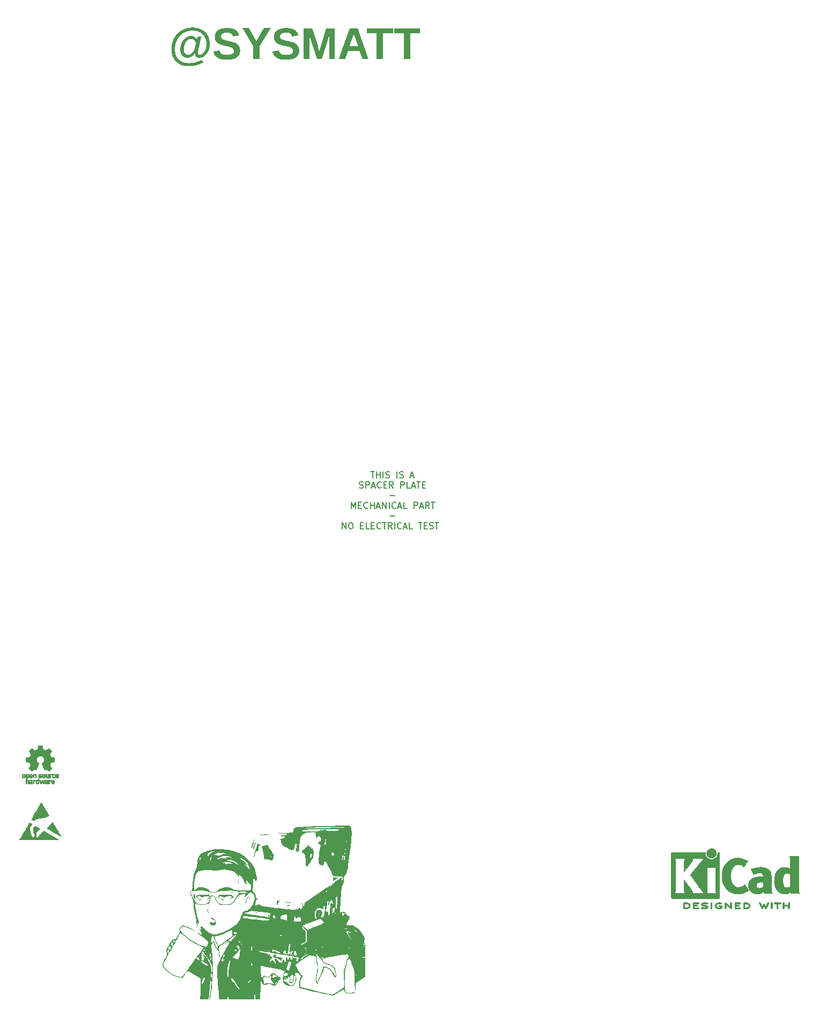
<source format=gto>
G04 #@! TF.GenerationSoftware,KiCad,Pcbnew,7.0.10-1.fc39*
G04 #@! TF.CreationDate,2024-01-08T15:07:07-05:00*
G04 #@! TF.ProjectId,SYSMATT-WS2812-MATRIX-CARRIER-SPACER-PLATE-V2,5359534d-4154-4542-9d57-53323831322d,rev?*
G04 #@! TF.SameCoordinates,Original*
G04 #@! TF.FileFunction,Legend,Top*
G04 #@! TF.FilePolarity,Positive*
%FSLAX46Y46*%
G04 Gerber Fmt 4.6, Leading zero omitted, Abs format (unit mm)*
G04 Created by KiCad (PCBNEW 7.0.10-1.fc39) date 2024-01-08 15:07:07*
%MOMM*%
%LPD*%
G01*
G04 APERTURE LIST*
%ADD10C,0.150000*%
%ADD11C,1.000000*%
%ADD12C,0.010000*%
G04 APERTURE END LIST*
D10*
X78867429Y-97245819D02*
X79438857Y-97245819D01*
X79153143Y-98245819D02*
X79153143Y-97245819D01*
X79772191Y-98245819D02*
X79772191Y-97245819D01*
X79772191Y-97722009D02*
X80343619Y-97722009D01*
X80343619Y-98245819D02*
X80343619Y-97245819D01*
X80819810Y-98245819D02*
X80819810Y-97245819D01*
X81248381Y-98198200D02*
X81391238Y-98245819D01*
X81391238Y-98245819D02*
X81629333Y-98245819D01*
X81629333Y-98245819D02*
X81724571Y-98198200D01*
X81724571Y-98198200D02*
X81772190Y-98150580D01*
X81772190Y-98150580D02*
X81819809Y-98055342D01*
X81819809Y-98055342D02*
X81819809Y-97960104D01*
X81819809Y-97960104D02*
X81772190Y-97864866D01*
X81772190Y-97864866D02*
X81724571Y-97817247D01*
X81724571Y-97817247D02*
X81629333Y-97769628D01*
X81629333Y-97769628D02*
X81438857Y-97722009D01*
X81438857Y-97722009D02*
X81343619Y-97674390D01*
X81343619Y-97674390D02*
X81296000Y-97626771D01*
X81296000Y-97626771D02*
X81248381Y-97531533D01*
X81248381Y-97531533D02*
X81248381Y-97436295D01*
X81248381Y-97436295D02*
X81296000Y-97341057D01*
X81296000Y-97341057D02*
X81343619Y-97293438D01*
X81343619Y-97293438D02*
X81438857Y-97245819D01*
X81438857Y-97245819D02*
X81676952Y-97245819D01*
X81676952Y-97245819D02*
X81819809Y-97293438D01*
X83010286Y-98245819D02*
X83010286Y-97245819D01*
X83438857Y-98198200D02*
X83581714Y-98245819D01*
X83581714Y-98245819D02*
X83819809Y-98245819D01*
X83819809Y-98245819D02*
X83915047Y-98198200D01*
X83915047Y-98198200D02*
X83962666Y-98150580D01*
X83962666Y-98150580D02*
X84010285Y-98055342D01*
X84010285Y-98055342D02*
X84010285Y-97960104D01*
X84010285Y-97960104D02*
X83962666Y-97864866D01*
X83962666Y-97864866D02*
X83915047Y-97817247D01*
X83915047Y-97817247D02*
X83819809Y-97769628D01*
X83819809Y-97769628D02*
X83629333Y-97722009D01*
X83629333Y-97722009D02*
X83534095Y-97674390D01*
X83534095Y-97674390D02*
X83486476Y-97626771D01*
X83486476Y-97626771D02*
X83438857Y-97531533D01*
X83438857Y-97531533D02*
X83438857Y-97436295D01*
X83438857Y-97436295D02*
X83486476Y-97341057D01*
X83486476Y-97341057D02*
X83534095Y-97293438D01*
X83534095Y-97293438D02*
X83629333Y-97245819D01*
X83629333Y-97245819D02*
X83867428Y-97245819D01*
X83867428Y-97245819D02*
X84010285Y-97293438D01*
X85153143Y-97960104D02*
X85629333Y-97960104D01*
X85057905Y-98245819D02*
X85391238Y-97245819D01*
X85391238Y-97245819D02*
X85724571Y-98245819D01*
X77081714Y-99808200D02*
X77224571Y-99855819D01*
X77224571Y-99855819D02*
X77462666Y-99855819D01*
X77462666Y-99855819D02*
X77557904Y-99808200D01*
X77557904Y-99808200D02*
X77605523Y-99760580D01*
X77605523Y-99760580D02*
X77653142Y-99665342D01*
X77653142Y-99665342D02*
X77653142Y-99570104D01*
X77653142Y-99570104D02*
X77605523Y-99474866D01*
X77605523Y-99474866D02*
X77557904Y-99427247D01*
X77557904Y-99427247D02*
X77462666Y-99379628D01*
X77462666Y-99379628D02*
X77272190Y-99332009D01*
X77272190Y-99332009D02*
X77176952Y-99284390D01*
X77176952Y-99284390D02*
X77129333Y-99236771D01*
X77129333Y-99236771D02*
X77081714Y-99141533D01*
X77081714Y-99141533D02*
X77081714Y-99046295D01*
X77081714Y-99046295D02*
X77129333Y-98951057D01*
X77129333Y-98951057D02*
X77176952Y-98903438D01*
X77176952Y-98903438D02*
X77272190Y-98855819D01*
X77272190Y-98855819D02*
X77510285Y-98855819D01*
X77510285Y-98855819D02*
X77653142Y-98903438D01*
X78081714Y-99855819D02*
X78081714Y-98855819D01*
X78081714Y-98855819D02*
X78462666Y-98855819D01*
X78462666Y-98855819D02*
X78557904Y-98903438D01*
X78557904Y-98903438D02*
X78605523Y-98951057D01*
X78605523Y-98951057D02*
X78653142Y-99046295D01*
X78653142Y-99046295D02*
X78653142Y-99189152D01*
X78653142Y-99189152D02*
X78605523Y-99284390D01*
X78605523Y-99284390D02*
X78557904Y-99332009D01*
X78557904Y-99332009D02*
X78462666Y-99379628D01*
X78462666Y-99379628D02*
X78081714Y-99379628D01*
X79034095Y-99570104D02*
X79510285Y-99570104D01*
X78938857Y-99855819D02*
X79272190Y-98855819D01*
X79272190Y-98855819D02*
X79605523Y-99855819D01*
X80510285Y-99760580D02*
X80462666Y-99808200D01*
X80462666Y-99808200D02*
X80319809Y-99855819D01*
X80319809Y-99855819D02*
X80224571Y-99855819D01*
X80224571Y-99855819D02*
X80081714Y-99808200D01*
X80081714Y-99808200D02*
X79986476Y-99712961D01*
X79986476Y-99712961D02*
X79938857Y-99617723D01*
X79938857Y-99617723D02*
X79891238Y-99427247D01*
X79891238Y-99427247D02*
X79891238Y-99284390D01*
X79891238Y-99284390D02*
X79938857Y-99093914D01*
X79938857Y-99093914D02*
X79986476Y-98998676D01*
X79986476Y-98998676D02*
X80081714Y-98903438D01*
X80081714Y-98903438D02*
X80224571Y-98855819D01*
X80224571Y-98855819D02*
X80319809Y-98855819D01*
X80319809Y-98855819D02*
X80462666Y-98903438D01*
X80462666Y-98903438D02*
X80510285Y-98951057D01*
X80938857Y-99332009D02*
X81272190Y-99332009D01*
X81415047Y-99855819D02*
X80938857Y-99855819D01*
X80938857Y-99855819D02*
X80938857Y-98855819D01*
X80938857Y-98855819D02*
X81415047Y-98855819D01*
X82415047Y-99855819D02*
X82081714Y-99379628D01*
X81843619Y-99855819D02*
X81843619Y-98855819D01*
X81843619Y-98855819D02*
X82224571Y-98855819D01*
X82224571Y-98855819D02*
X82319809Y-98903438D01*
X82319809Y-98903438D02*
X82367428Y-98951057D01*
X82367428Y-98951057D02*
X82415047Y-99046295D01*
X82415047Y-99046295D02*
X82415047Y-99189152D01*
X82415047Y-99189152D02*
X82367428Y-99284390D01*
X82367428Y-99284390D02*
X82319809Y-99332009D01*
X82319809Y-99332009D02*
X82224571Y-99379628D01*
X82224571Y-99379628D02*
X81843619Y-99379628D01*
X83605524Y-99855819D02*
X83605524Y-98855819D01*
X83605524Y-98855819D02*
X83986476Y-98855819D01*
X83986476Y-98855819D02*
X84081714Y-98903438D01*
X84081714Y-98903438D02*
X84129333Y-98951057D01*
X84129333Y-98951057D02*
X84176952Y-99046295D01*
X84176952Y-99046295D02*
X84176952Y-99189152D01*
X84176952Y-99189152D02*
X84129333Y-99284390D01*
X84129333Y-99284390D02*
X84081714Y-99332009D01*
X84081714Y-99332009D02*
X83986476Y-99379628D01*
X83986476Y-99379628D02*
X83605524Y-99379628D01*
X85081714Y-99855819D02*
X84605524Y-99855819D01*
X84605524Y-99855819D02*
X84605524Y-98855819D01*
X85367429Y-99570104D02*
X85843619Y-99570104D01*
X85272191Y-99855819D02*
X85605524Y-98855819D01*
X85605524Y-98855819D02*
X85938857Y-99855819D01*
X86129334Y-98855819D02*
X86700762Y-98855819D01*
X86415048Y-99855819D02*
X86415048Y-98855819D01*
X87034096Y-99332009D02*
X87367429Y-99332009D01*
X87510286Y-99855819D02*
X87034096Y-99855819D01*
X87034096Y-99855819D02*
X87034096Y-98855819D01*
X87034096Y-98855819D02*
X87510286Y-98855819D01*
X81915048Y-101084866D02*
X82676953Y-101084866D01*
X75772190Y-103075819D02*
X75772190Y-102075819D01*
X75772190Y-102075819D02*
X76105523Y-102790104D01*
X76105523Y-102790104D02*
X76438856Y-102075819D01*
X76438856Y-102075819D02*
X76438856Y-103075819D01*
X76915047Y-102552009D02*
X77248380Y-102552009D01*
X77391237Y-103075819D02*
X76915047Y-103075819D01*
X76915047Y-103075819D02*
X76915047Y-102075819D01*
X76915047Y-102075819D02*
X77391237Y-102075819D01*
X78391237Y-102980580D02*
X78343618Y-103028200D01*
X78343618Y-103028200D02*
X78200761Y-103075819D01*
X78200761Y-103075819D02*
X78105523Y-103075819D01*
X78105523Y-103075819D02*
X77962666Y-103028200D01*
X77962666Y-103028200D02*
X77867428Y-102932961D01*
X77867428Y-102932961D02*
X77819809Y-102837723D01*
X77819809Y-102837723D02*
X77772190Y-102647247D01*
X77772190Y-102647247D02*
X77772190Y-102504390D01*
X77772190Y-102504390D02*
X77819809Y-102313914D01*
X77819809Y-102313914D02*
X77867428Y-102218676D01*
X77867428Y-102218676D02*
X77962666Y-102123438D01*
X77962666Y-102123438D02*
X78105523Y-102075819D01*
X78105523Y-102075819D02*
X78200761Y-102075819D01*
X78200761Y-102075819D02*
X78343618Y-102123438D01*
X78343618Y-102123438D02*
X78391237Y-102171057D01*
X78819809Y-103075819D02*
X78819809Y-102075819D01*
X78819809Y-102552009D02*
X79391237Y-102552009D01*
X79391237Y-103075819D02*
X79391237Y-102075819D01*
X79819809Y-102790104D02*
X80295999Y-102790104D01*
X79724571Y-103075819D02*
X80057904Y-102075819D01*
X80057904Y-102075819D02*
X80391237Y-103075819D01*
X80724571Y-103075819D02*
X80724571Y-102075819D01*
X80724571Y-102075819D02*
X81295999Y-103075819D01*
X81295999Y-103075819D02*
X81295999Y-102075819D01*
X81772190Y-103075819D02*
X81772190Y-102075819D01*
X82819808Y-102980580D02*
X82772189Y-103028200D01*
X82772189Y-103028200D02*
X82629332Y-103075819D01*
X82629332Y-103075819D02*
X82534094Y-103075819D01*
X82534094Y-103075819D02*
X82391237Y-103028200D01*
X82391237Y-103028200D02*
X82295999Y-102932961D01*
X82295999Y-102932961D02*
X82248380Y-102837723D01*
X82248380Y-102837723D02*
X82200761Y-102647247D01*
X82200761Y-102647247D02*
X82200761Y-102504390D01*
X82200761Y-102504390D02*
X82248380Y-102313914D01*
X82248380Y-102313914D02*
X82295999Y-102218676D01*
X82295999Y-102218676D02*
X82391237Y-102123438D01*
X82391237Y-102123438D02*
X82534094Y-102075819D01*
X82534094Y-102075819D02*
X82629332Y-102075819D01*
X82629332Y-102075819D02*
X82772189Y-102123438D01*
X82772189Y-102123438D02*
X82819808Y-102171057D01*
X83200761Y-102790104D02*
X83676951Y-102790104D01*
X83105523Y-103075819D02*
X83438856Y-102075819D01*
X83438856Y-102075819D02*
X83772189Y-103075819D01*
X84581713Y-103075819D02*
X84105523Y-103075819D01*
X84105523Y-103075819D02*
X84105523Y-102075819D01*
X85676952Y-103075819D02*
X85676952Y-102075819D01*
X85676952Y-102075819D02*
X86057904Y-102075819D01*
X86057904Y-102075819D02*
X86153142Y-102123438D01*
X86153142Y-102123438D02*
X86200761Y-102171057D01*
X86200761Y-102171057D02*
X86248380Y-102266295D01*
X86248380Y-102266295D02*
X86248380Y-102409152D01*
X86248380Y-102409152D02*
X86200761Y-102504390D01*
X86200761Y-102504390D02*
X86153142Y-102552009D01*
X86153142Y-102552009D02*
X86057904Y-102599628D01*
X86057904Y-102599628D02*
X85676952Y-102599628D01*
X86629333Y-102790104D02*
X87105523Y-102790104D01*
X86534095Y-103075819D02*
X86867428Y-102075819D01*
X86867428Y-102075819D02*
X87200761Y-103075819D01*
X88105523Y-103075819D02*
X87772190Y-102599628D01*
X87534095Y-103075819D02*
X87534095Y-102075819D01*
X87534095Y-102075819D02*
X87915047Y-102075819D01*
X87915047Y-102075819D02*
X88010285Y-102123438D01*
X88010285Y-102123438D02*
X88057904Y-102171057D01*
X88057904Y-102171057D02*
X88105523Y-102266295D01*
X88105523Y-102266295D02*
X88105523Y-102409152D01*
X88105523Y-102409152D02*
X88057904Y-102504390D01*
X88057904Y-102504390D02*
X88010285Y-102552009D01*
X88010285Y-102552009D02*
X87915047Y-102599628D01*
X87915047Y-102599628D02*
X87534095Y-102599628D01*
X88391238Y-102075819D02*
X88962666Y-102075819D01*
X88676952Y-103075819D02*
X88676952Y-102075819D01*
X81915048Y-104304866D02*
X82676953Y-104304866D01*
X74391237Y-106295819D02*
X74391237Y-105295819D01*
X74391237Y-105295819D02*
X74962665Y-106295819D01*
X74962665Y-106295819D02*
X74962665Y-105295819D01*
X75629332Y-105295819D02*
X75819808Y-105295819D01*
X75819808Y-105295819D02*
X75915046Y-105343438D01*
X75915046Y-105343438D02*
X76010284Y-105438676D01*
X76010284Y-105438676D02*
X76057903Y-105629152D01*
X76057903Y-105629152D02*
X76057903Y-105962485D01*
X76057903Y-105962485D02*
X76010284Y-106152961D01*
X76010284Y-106152961D02*
X75915046Y-106248200D01*
X75915046Y-106248200D02*
X75819808Y-106295819D01*
X75819808Y-106295819D02*
X75629332Y-106295819D01*
X75629332Y-106295819D02*
X75534094Y-106248200D01*
X75534094Y-106248200D02*
X75438856Y-106152961D01*
X75438856Y-106152961D02*
X75391237Y-105962485D01*
X75391237Y-105962485D02*
X75391237Y-105629152D01*
X75391237Y-105629152D02*
X75438856Y-105438676D01*
X75438856Y-105438676D02*
X75534094Y-105343438D01*
X75534094Y-105343438D02*
X75629332Y-105295819D01*
X77248380Y-105772009D02*
X77581713Y-105772009D01*
X77724570Y-106295819D02*
X77248380Y-106295819D01*
X77248380Y-106295819D02*
X77248380Y-105295819D01*
X77248380Y-105295819D02*
X77724570Y-105295819D01*
X78629332Y-106295819D02*
X78153142Y-106295819D01*
X78153142Y-106295819D02*
X78153142Y-105295819D01*
X78962666Y-105772009D02*
X79295999Y-105772009D01*
X79438856Y-106295819D02*
X78962666Y-106295819D01*
X78962666Y-106295819D02*
X78962666Y-105295819D01*
X78962666Y-105295819D02*
X79438856Y-105295819D01*
X80438856Y-106200580D02*
X80391237Y-106248200D01*
X80391237Y-106248200D02*
X80248380Y-106295819D01*
X80248380Y-106295819D02*
X80153142Y-106295819D01*
X80153142Y-106295819D02*
X80010285Y-106248200D01*
X80010285Y-106248200D02*
X79915047Y-106152961D01*
X79915047Y-106152961D02*
X79867428Y-106057723D01*
X79867428Y-106057723D02*
X79819809Y-105867247D01*
X79819809Y-105867247D02*
X79819809Y-105724390D01*
X79819809Y-105724390D02*
X79867428Y-105533914D01*
X79867428Y-105533914D02*
X79915047Y-105438676D01*
X79915047Y-105438676D02*
X80010285Y-105343438D01*
X80010285Y-105343438D02*
X80153142Y-105295819D01*
X80153142Y-105295819D02*
X80248380Y-105295819D01*
X80248380Y-105295819D02*
X80391237Y-105343438D01*
X80391237Y-105343438D02*
X80438856Y-105391057D01*
X80724571Y-105295819D02*
X81295999Y-105295819D01*
X81010285Y-106295819D02*
X81010285Y-105295819D01*
X82200761Y-106295819D02*
X81867428Y-105819628D01*
X81629333Y-106295819D02*
X81629333Y-105295819D01*
X81629333Y-105295819D02*
X82010285Y-105295819D01*
X82010285Y-105295819D02*
X82105523Y-105343438D01*
X82105523Y-105343438D02*
X82153142Y-105391057D01*
X82153142Y-105391057D02*
X82200761Y-105486295D01*
X82200761Y-105486295D02*
X82200761Y-105629152D01*
X82200761Y-105629152D02*
X82153142Y-105724390D01*
X82153142Y-105724390D02*
X82105523Y-105772009D01*
X82105523Y-105772009D02*
X82010285Y-105819628D01*
X82010285Y-105819628D02*
X81629333Y-105819628D01*
X82629333Y-106295819D02*
X82629333Y-105295819D01*
X83676951Y-106200580D02*
X83629332Y-106248200D01*
X83629332Y-106248200D02*
X83486475Y-106295819D01*
X83486475Y-106295819D02*
X83391237Y-106295819D01*
X83391237Y-106295819D02*
X83248380Y-106248200D01*
X83248380Y-106248200D02*
X83153142Y-106152961D01*
X83153142Y-106152961D02*
X83105523Y-106057723D01*
X83105523Y-106057723D02*
X83057904Y-105867247D01*
X83057904Y-105867247D02*
X83057904Y-105724390D01*
X83057904Y-105724390D02*
X83105523Y-105533914D01*
X83105523Y-105533914D02*
X83153142Y-105438676D01*
X83153142Y-105438676D02*
X83248380Y-105343438D01*
X83248380Y-105343438D02*
X83391237Y-105295819D01*
X83391237Y-105295819D02*
X83486475Y-105295819D01*
X83486475Y-105295819D02*
X83629332Y-105343438D01*
X83629332Y-105343438D02*
X83676951Y-105391057D01*
X84057904Y-106010104D02*
X84534094Y-106010104D01*
X83962666Y-106295819D02*
X84295999Y-105295819D01*
X84295999Y-105295819D02*
X84629332Y-106295819D01*
X85438856Y-106295819D02*
X84962666Y-106295819D01*
X84962666Y-106295819D02*
X84962666Y-105295819D01*
X86391238Y-105295819D02*
X86962666Y-105295819D01*
X86676952Y-106295819D02*
X86676952Y-105295819D01*
X87296000Y-105772009D02*
X87629333Y-105772009D01*
X87772190Y-106295819D02*
X87296000Y-106295819D01*
X87296000Y-106295819D02*
X87296000Y-105295819D01*
X87296000Y-105295819D02*
X87772190Y-105295819D01*
X88153143Y-106248200D02*
X88296000Y-106295819D01*
X88296000Y-106295819D02*
X88534095Y-106295819D01*
X88534095Y-106295819D02*
X88629333Y-106248200D01*
X88629333Y-106248200D02*
X88676952Y-106200580D01*
X88676952Y-106200580D02*
X88724571Y-106105342D01*
X88724571Y-106105342D02*
X88724571Y-106010104D01*
X88724571Y-106010104D02*
X88676952Y-105914866D01*
X88676952Y-105914866D02*
X88629333Y-105867247D01*
X88629333Y-105867247D02*
X88534095Y-105819628D01*
X88534095Y-105819628D02*
X88343619Y-105772009D01*
X88343619Y-105772009D02*
X88248381Y-105724390D01*
X88248381Y-105724390D02*
X88200762Y-105676771D01*
X88200762Y-105676771D02*
X88153143Y-105581533D01*
X88153143Y-105581533D02*
X88153143Y-105486295D01*
X88153143Y-105486295D02*
X88200762Y-105391057D01*
X88200762Y-105391057D02*
X88248381Y-105343438D01*
X88248381Y-105343438D02*
X88343619Y-105295819D01*
X88343619Y-105295819D02*
X88581714Y-105295819D01*
X88581714Y-105295819D02*
X88724571Y-105343438D01*
X89010286Y-105295819D02*
X89581714Y-105295819D01*
X89296000Y-106295819D02*
X89296000Y-105295819D01*
D11*
G36*
X50792336Y-27168211D02*
G01*
X50843884Y-27169127D01*
X50894994Y-27170654D01*
X50945665Y-27172791D01*
X50995897Y-27175539D01*
X51045690Y-27178897D01*
X51095044Y-27182866D01*
X51143960Y-27187445D01*
X51240474Y-27198436D01*
X51335232Y-27211870D01*
X51428235Y-27227745D01*
X51519483Y-27246064D01*
X51608975Y-27266824D01*
X51696712Y-27290027D01*
X51782693Y-27315673D01*
X51866919Y-27343761D01*
X51949389Y-27374291D01*
X52030103Y-27407264D01*
X52109062Y-27442679D01*
X52186266Y-27480537D01*
X52261609Y-27520622D01*
X52334682Y-27562721D01*
X52405484Y-27606832D01*
X52474015Y-27652957D01*
X52540275Y-27701095D01*
X52604265Y-27751246D01*
X52665984Y-27803410D01*
X52725432Y-27857587D01*
X52782610Y-27913777D01*
X52837517Y-27971980D01*
X52890153Y-28032197D01*
X52940519Y-28094426D01*
X52988613Y-28158669D01*
X53034438Y-28224924D01*
X53077991Y-28293193D01*
X53119274Y-28363475D01*
X53158167Y-28435474D01*
X53194550Y-28508895D01*
X53228425Y-28583737D01*
X53259790Y-28660001D01*
X53288646Y-28737686D01*
X53314992Y-28816793D01*
X53338830Y-28897322D01*
X53360158Y-28979272D01*
X53378977Y-29062644D01*
X53395287Y-29147437D01*
X53409088Y-29233652D01*
X53420379Y-29321288D01*
X53429162Y-29410346D01*
X53435435Y-29500826D01*
X53439198Y-29592727D01*
X53440453Y-29686050D01*
X53439599Y-29764236D01*
X53437038Y-29841564D01*
X53432768Y-29918033D01*
X53426791Y-29993643D01*
X53419106Y-30068395D01*
X53409713Y-30142288D01*
X53398612Y-30215322D01*
X53385804Y-30287498D01*
X53371288Y-30358815D01*
X53355064Y-30429273D01*
X53337132Y-30498873D01*
X53317492Y-30567614D01*
X53296145Y-30635496D01*
X53273089Y-30702520D01*
X53248327Y-30768685D01*
X53221856Y-30833991D01*
X53194030Y-30897833D01*
X53164898Y-30959910D01*
X53134458Y-31020222D01*
X53102711Y-31078768D01*
X53069657Y-31135550D01*
X53035296Y-31190567D01*
X52999628Y-31243818D01*
X52962653Y-31295305D01*
X52924371Y-31345026D01*
X52884782Y-31392983D01*
X52843885Y-31439174D01*
X52801682Y-31483601D01*
X52758171Y-31526262D01*
X52713354Y-31567159D01*
X52667229Y-31606290D01*
X52619797Y-31643656D01*
X52571469Y-31679000D01*
X52522653Y-31712063D01*
X52473352Y-31742846D01*
X52423563Y-31771349D01*
X52373288Y-31797572D01*
X52322527Y-31821515D01*
X52271279Y-31843177D01*
X52219544Y-31862559D01*
X52167323Y-31879661D01*
X52114615Y-31894482D01*
X52061421Y-31907023D01*
X52007740Y-31917284D01*
X51953572Y-31925265D01*
X51898918Y-31930966D01*
X51843777Y-31934386D01*
X51788150Y-31935526D01*
X51730133Y-31934153D01*
X51674692Y-31930031D01*
X51621827Y-31923162D01*
X51571537Y-31913545D01*
X51523824Y-31901180D01*
X51464214Y-31880419D01*
X51409183Y-31854774D01*
X51358731Y-31824243D01*
X51312859Y-31788828D01*
X51302107Y-31779211D01*
X51262322Y-31738224D01*
X51227842Y-31693421D01*
X51198666Y-31644801D01*
X51174795Y-31592365D01*
X51156229Y-31536113D01*
X51142967Y-31476045D01*
X51135011Y-31412160D01*
X51132524Y-31361742D01*
X51132358Y-31344459D01*
X51133352Y-31290062D01*
X51136332Y-31238003D01*
X51141299Y-31188282D01*
X51149409Y-31134319D01*
X51153119Y-31114870D01*
X51132358Y-31114870D01*
X51110186Y-31159397D01*
X51086715Y-31202912D01*
X51061948Y-31245416D01*
X51035882Y-31286909D01*
X51008519Y-31327390D01*
X50965042Y-31386216D01*
X50918646Y-31442766D01*
X50886093Y-31479202D01*
X50852242Y-31514627D01*
X50817094Y-31549041D01*
X50780648Y-31582443D01*
X50742905Y-31614834D01*
X50703865Y-31646213D01*
X50663526Y-31676581D01*
X50621891Y-31705938D01*
X50579544Y-31733740D01*
X50537073Y-31759748D01*
X50494479Y-31783962D01*
X50430354Y-31816921D01*
X50365951Y-31845843D01*
X50301268Y-31870730D01*
X50236307Y-31891582D01*
X50171066Y-31908397D01*
X50105546Y-31921177D01*
X50039747Y-31929921D01*
X49973669Y-31934630D01*
X49929462Y-31935526D01*
X49863082Y-31934162D01*
X49798582Y-31930069D01*
X49735962Y-31923247D01*
X49675221Y-31913697D01*
X49616359Y-31901418D01*
X49559377Y-31886411D01*
X49504274Y-31868674D01*
X49451051Y-31848210D01*
X49399708Y-31825016D01*
X49350244Y-31799094D01*
X49302660Y-31770443D01*
X49256955Y-31739064D01*
X49213129Y-31704955D01*
X49171184Y-31668119D01*
X49131117Y-31628553D01*
X49092930Y-31586259D01*
X49056995Y-31541365D01*
X49023378Y-31494305D01*
X48992080Y-31445080D01*
X48963100Y-31393689D01*
X48936438Y-31340132D01*
X48912095Y-31284409D01*
X48890071Y-31226521D01*
X48870364Y-31166467D01*
X48852976Y-31104247D01*
X48837907Y-31039861D01*
X48825155Y-30973310D01*
X48814723Y-30904593D01*
X48806608Y-30833710D01*
X48800812Y-30760661D01*
X48797335Y-30685447D01*
X48796175Y-30608066D01*
X48796265Y-30600739D01*
X49366482Y-30600739D01*
X49367942Y-30673239D01*
X49372321Y-30742820D01*
X49379620Y-30809481D01*
X49389838Y-30873223D01*
X49402976Y-30934045D01*
X49419033Y-30991948D01*
X49438009Y-31046931D01*
X49459905Y-31098995D01*
X49484721Y-31148139D01*
X49512456Y-31194364D01*
X49532568Y-31223558D01*
X49565483Y-31264152D01*
X49601490Y-31300753D01*
X49640588Y-31333360D01*
X49682777Y-31361975D01*
X49728057Y-31386598D01*
X49776429Y-31407227D01*
X49827891Y-31423864D01*
X49882445Y-31436508D01*
X49940091Y-31445159D01*
X50000827Y-31449817D01*
X50043035Y-31450704D01*
X50099612Y-31448434D01*
X50155768Y-31441622D01*
X50211505Y-31430268D01*
X50266823Y-31414373D01*
X50321720Y-31393937D01*
X50376198Y-31368959D01*
X50430255Y-31339440D01*
X50483893Y-31305380D01*
X50523786Y-31277004D01*
X50562862Y-31246375D01*
X50601123Y-31213492D01*
X50638568Y-31178354D01*
X50675197Y-31140963D01*
X50711011Y-31101318D01*
X50746008Y-31059418D01*
X50780191Y-31015265D01*
X50813557Y-30968858D01*
X50846107Y-30920196D01*
X50867355Y-30886503D01*
X50898267Y-30834318D01*
X50927805Y-30780802D01*
X50955969Y-30725954D01*
X50982759Y-30669776D01*
X51008176Y-30612267D01*
X51032219Y-30553427D01*
X51054887Y-30493256D01*
X51076182Y-30431754D01*
X51096103Y-30368921D01*
X51114651Y-30304757D01*
X51126252Y-30261242D01*
X51142620Y-30196781D01*
X51157379Y-30134832D01*
X51170527Y-30075394D01*
X51182065Y-30018468D01*
X51191994Y-29964054D01*
X51200312Y-29912151D01*
X51207020Y-29862760D01*
X51213460Y-29800812D01*
X51217038Y-29743329D01*
X51217843Y-29703147D01*
X51216040Y-29642625D01*
X51210630Y-29584250D01*
X51201614Y-29528022D01*
X51188992Y-29473940D01*
X51172763Y-29422005D01*
X51152928Y-29372217D01*
X51129486Y-29324575D01*
X51102438Y-29279080D01*
X51071784Y-29235732D01*
X51037523Y-29194530D01*
X51012679Y-29168255D01*
X50973399Y-29131153D01*
X50932036Y-29097701D01*
X50888591Y-29067898D01*
X50843064Y-29041745D01*
X50795455Y-29019241D01*
X50745763Y-29000386D01*
X50693989Y-28985180D01*
X50640133Y-28973624D01*
X50584194Y-28965717D01*
X50526173Y-28961459D01*
X50486336Y-28960648D01*
X50426465Y-28962548D01*
X50367754Y-28968248D01*
X50310202Y-28977747D01*
X50253809Y-28991045D01*
X50198575Y-29008143D01*
X50144501Y-29029041D01*
X50091586Y-29053739D01*
X50039829Y-29082236D01*
X49989232Y-29114532D01*
X49939795Y-29150628D01*
X49907480Y-29176803D01*
X49860393Y-29218910D01*
X49815302Y-29264173D01*
X49772208Y-29312591D01*
X49731110Y-29364164D01*
X49692009Y-29418894D01*
X49654904Y-29476778D01*
X49619795Y-29537819D01*
X49586683Y-29602015D01*
X49565717Y-29646565D01*
X49545638Y-29692518D01*
X49526447Y-29739874D01*
X49508143Y-29788632D01*
X49490989Y-29838029D01*
X49474941Y-29887607D01*
X49460001Y-29937367D01*
X49446167Y-29987308D01*
X49433439Y-30037430D01*
X49421819Y-30087734D01*
X49411305Y-30138219D01*
X49401898Y-30188885D01*
X49393597Y-30239732D01*
X49386403Y-30290761D01*
X49380316Y-30341971D01*
X49375336Y-30393362D01*
X49371463Y-30444934D01*
X49368696Y-30496688D01*
X49367036Y-30548623D01*
X49366482Y-30600739D01*
X48796265Y-30600739D01*
X48797039Y-30537966D01*
X48799629Y-30468409D01*
X48803946Y-30399396D01*
X48809990Y-30330927D01*
X48817761Y-30263002D01*
X48827259Y-30195620D01*
X48838484Y-30128783D01*
X48851435Y-30062489D01*
X48866114Y-29996739D01*
X48882519Y-29931533D01*
X48900651Y-29866871D01*
X48920510Y-29802752D01*
X48942096Y-29739177D01*
X48965409Y-29676146D01*
X48990449Y-29613659D01*
X49017215Y-29551716D01*
X49045666Y-29490875D01*
X49075452Y-29431694D01*
X49106574Y-29374173D01*
X49139031Y-29318312D01*
X49172825Y-29264111D01*
X49207954Y-29211570D01*
X49244418Y-29160689D01*
X49282219Y-29111468D01*
X49321355Y-29063908D01*
X49361827Y-29018007D01*
X49403634Y-28973767D01*
X49446777Y-28931187D01*
X49491256Y-28890266D01*
X49537071Y-28851006D01*
X49584221Y-28813406D01*
X49632707Y-28777466D01*
X49682228Y-28743454D01*
X49732484Y-28711635D01*
X49783475Y-28682011D01*
X49835200Y-28654582D01*
X49887659Y-28629346D01*
X49940854Y-28606306D01*
X49994783Y-28585459D01*
X50049446Y-28566807D01*
X50104845Y-28550349D01*
X50160978Y-28536086D01*
X50217845Y-28524017D01*
X50275447Y-28514142D01*
X50333784Y-28506462D01*
X50392856Y-28500976D01*
X50452662Y-28497684D01*
X50513203Y-28496587D01*
X50595315Y-28498920D01*
X50674040Y-28505918D01*
X50749379Y-28517581D01*
X50821330Y-28533910D01*
X50889895Y-28554905D01*
X50955072Y-28580565D01*
X51016863Y-28610890D01*
X51075266Y-28645881D01*
X51130283Y-28685537D01*
X51181913Y-28729858D01*
X51230156Y-28778845D01*
X51275011Y-28832497D01*
X51316480Y-28890815D01*
X51354562Y-28953798D01*
X51389257Y-29021447D01*
X51420565Y-29093761D01*
X51441325Y-29093761D01*
X51574438Y-28574745D01*
X52110551Y-28574745D01*
X51708771Y-30319860D01*
X51693392Y-30392646D01*
X51679004Y-30462628D01*
X51665609Y-30529804D01*
X51653206Y-30594175D01*
X51641795Y-30655742D01*
X51631377Y-30714503D01*
X51621951Y-30770459D01*
X51613517Y-30823611D01*
X51606075Y-30873957D01*
X51596773Y-30944218D01*
X51589703Y-31008167D01*
X51584866Y-31065805D01*
X51582261Y-31117132D01*
X51581765Y-31147843D01*
X51583733Y-31199238D01*
X51591289Y-31254536D01*
X51604513Y-31302879D01*
X51627103Y-31350488D01*
X51662365Y-31393307D01*
X51704268Y-31424830D01*
X51749377Y-31447346D01*
X51797691Y-31460856D01*
X51849211Y-31465359D01*
X51900516Y-31463244D01*
X51951392Y-31456901D01*
X52001839Y-31446329D01*
X52051856Y-31431527D01*
X52101444Y-31412497D01*
X52150603Y-31389238D01*
X52199332Y-31361750D01*
X52247632Y-31330033D01*
X52295503Y-31294087D01*
X52342944Y-31253912D01*
X52374333Y-31224780D01*
X52420569Y-31178244D01*
X52464937Y-31128852D01*
X52507437Y-31076606D01*
X52548070Y-31021505D01*
X52586835Y-30963548D01*
X52623733Y-30902737D01*
X52658763Y-30839070D01*
X52681078Y-30795040D01*
X52702564Y-30749740D01*
X52723220Y-30703172D01*
X52743046Y-30655335D01*
X52762041Y-30606229D01*
X52771228Y-30581200D01*
X52788973Y-30530505D01*
X52805574Y-30479171D01*
X52821030Y-30427198D01*
X52835341Y-30374586D01*
X52848508Y-30321334D01*
X52860529Y-30267443D01*
X52871405Y-30212913D01*
X52881137Y-30157744D01*
X52889724Y-30101935D01*
X52897165Y-30045487D01*
X52903462Y-29988400D01*
X52908614Y-29930674D01*
X52912621Y-29872309D01*
X52915484Y-29813304D01*
X52917201Y-29753660D01*
X52917773Y-29693377D01*
X52916748Y-29618358D01*
X52913671Y-29544427D01*
X52908543Y-29471584D01*
X52901363Y-29399828D01*
X52892133Y-29329159D01*
X52880851Y-29259579D01*
X52867518Y-29191086D01*
X52852133Y-29123681D01*
X52834697Y-29057363D01*
X52815210Y-28992133D01*
X52793672Y-28927991D01*
X52770083Y-28864936D01*
X52744442Y-28802969D01*
X52716750Y-28742089D01*
X52687007Y-28682298D01*
X52655212Y-28623593D01*
X52621486Y-28566263D01*
X52585947Y-28510593D01*
X52548595Y-28456583D01*
X52509430Y-28404233D01*
X52468452Y-28353543D01*
X52425662Y-28304513D01*
X52381059Y-28257143D01*
X52334644Y-28211434D01*
X52286415Y-28167384D01*
X52236374Y-28124994D01*
X52184520Y-28084265D01*
X52130853Y-28045196D01*
X52075374Y-28007787D01*
X52018082Y-27972037D01*
X51958977Y-27937948D01*
X51898060Y-27905519D01*
X51835606Y-27874908D01*
X51771893Y-27846271D01*
X51706920Y-27819610D01*
X51640689Y-27794923D01*
X51573197Y-27772211D01*
X51504447Y-27751475D01*
X51434437Y-27732713D01*
X51363168Y-27715926D01*
X51290639Y-27701114D01*
X51216851Y-27688277D01*
X51141804Y-27677415D01*
X51065497Y-27668528D01*
X50987931Y-27661615D01*
X50909105Y-27656678D01*
X50829020Y-27653716D01*
X50747676Y-27652728D01*
X50696347Y-27653080D01*
X50645399Y-27654135D01*
X50594833Y-27655894D01*
X50544649Y-27658357D01*
X50494846Y-27661523D01*
X50445425Y-27665393D01*
X50396386Y-27669967D01*
X50347728Y-27675244D01*
X50251557Y-27687910D01*
X50156913Y-27703389D01*
X50063796Y-27721684D01*
X49972205Y-27742793D01*
X49882140Y-27766716D01*
X49793602Y-27793454D01*
X49706591Y-27823006D01*
X49621106Y-27855373D01*
X49537147Y-27890555D01*
X49454715Y-27928551D01*
X49373810Y-27969361D01*
X49294431Y-28012986D01*
X49217017Y-28059116D01*
X49141703Y-28107745D01*
X49068487Y-28158874D01*
X48997370Y-28212502D01*
X48928353Y-28268630D01*
X48861434Y-28327258D01*
X48796614Y-28388386D01*
X48733893Y-28452013D01*
X48673272Y-28518140D01*
X48614749Y-28586766D01*
X48558325Y-28657892D01*
X48504000Y-28731518D01*
X48451774Y-28807644D01*
X48401647Y-28886269D01*
X48353619Y-28967394D01*
X48307690Y-29051018D01*
X48264213Y-29136532D01*
X48223540Y-29223324D01*
X48185673Y-29311395D01*
X48150611Y-29400744D01*
X48118354Y-29491371D01*
X48088901Y-29583277D01*
X48062254Y-29676461D01*
X48038412Y-29770924D01*
X48027543Y-29818635D01*
X48017375Y-29866665D01*
X48007908Y-29915015D01*
X47999142Y-29963685D01*
X47991078Y-30012674D01*
X47983715Y-30061983D01*
X47977053Y-30111612D01*
X47971092Y-30161560D01*
X47965833Y-30211828D01*
X47961275Y-30262415D01*
X47957418Y-30313322D01*
X47954263Y-30364549D01*
X47951808Y-30416095D01*
X47950055Y-30467961D01*
X47949003Y-30520146D01*
X47948653Y-30572651D01*
X47949716Y-30655517D01*
X47952908Y-30737114D01*
X47958227Y-30817443D01*
X47965673Y-30896502D01*
X47975247Y-30974292D01*
X47986949Y-31050814D01*
X48000778Y-31126066D01*
X48016735Y-31200050D01*
X48034820Y-31272765D01*
X48055032Y-31344211D01*
X48077372Y-31414388D01*
X48101839Y-31483295D01*
X48128434Y-31550935D01*
X48157156Y-31617305D01*
X48188006Y-31682406D01*
X48220983Y-31746238D01*
X48256041Y-31808472D01*
X48292825Y-31868779D01*
X48331336Y-31927159D01*
X48371574Y-31983612D01*
X48413539Y-32038137D01*
X48457231Y-32090735D01*
X48502650Y-32141406D01*
X48549795Y-32190150D01*
X48598668Y-32236966D01*
X48649267Y-32281855D01*
X48701593Y-32324817D01*
X48755646Y-32365852D01*
X48811426Y-32404959D01*
X48868933Y-32442139D01*
X48928167Y-32477392D01*
X48989127Y-32510718D01*
X49051619Y-32542069D01*
X49115447Y-32571397D01*
X49180610Y-32598703D01*
X49247109Y-32623986D01*
X49314943Y-32647246D01*
X49384114Y-32668484D01*
X49454620Y-32687699D01*
X49526461Y-32704891D01*
X49599639Y-32720061D01*
X49674152Y-32733208D01*
X49750001Y-32744333D01*
X49827185Y-32753435D01*
X49905706Y-32760514D01*
X49985562Y-32765570D01*
X50066753Y-32768604D01*
X50149281Y-32769616D01*
X50212406Y-32769106D01*
X50275538Y-32767579D01*
X50338677Y-32765033D01*
X50401824Y-32761468D01*
X50464978Y-32756885D01*
X50528139Y-32751283D01*
X50591307Y-32744663D01*
X50654482Y-32737025D01*
X50717664Y-32728368D01*
X50780854Y-32718692D01*
X50844050Y-32707998D01*
X50907254Y-32696286D01*
X50970465Y-32683555D01*
X51033683Y-32669805D01*
X51096908Y-32655037D01*
X51160141Y-32639251D01*
X51223380Y-32622446D01*
X51286627Y-32604623D01*
X51349881Y-32585781D01*
X51413142Y-32565921D01*
X51476410Y-32545042D01*
X51539686Y-32523145D01*
X51602968Y-32500229D01*
X51666258Y-32476295D01*
X51729555Y-32451343D01*
X51792859Y-32425372D01*
X51856170Y-32398382D01*
X51919488Y-32370374D01*
X51982813Y-32341348D01*
X52046146Y-32311303D01*
X52109486Y-32280239D01*
X52172833Y-32248157D01*
X52385324Y-32662149D01*
X52313368Y-32701881D01*
X52241602Y-32740173D01*
X52170028Y-32777024D01*
X52098644Y-32812435D01*
X52027451Y-32846404D01*
X51956449Y-32878933D01*
X51885637Y-32910022D01*
X51815017Y-32939670D01*
X51744587Y-32967877D01*
X51674348Y-32994643D01*
X51604300Y-33019969D01*
X51534443Y-33043855D01*
X51464777Y-33066299D01*
X51395301Y-33087303D01*
X51326016Y-33106866D01*
X51256922Y-33124989D01*
X51187962Y-33141848D01*
X51118772Y-33157618D01*
X51049354Y-33172302D01*
X50979706Y-33185897D01*
X50909830Y-33198405D01*
X50839725Y-33209825D01*
X50769390Y-33220158D01*
X50698827Y-33229403D01*
X50628035Y-33237560D01*
X50557014Y-33244630D01*
X50485763Y-33250612D01*
X50414284Y-33255506D01*
X50342576Y-33259313D01*
X50270639Y-33262032D01*
X50198473Y-33263664D01*
X50126078Y-33264207D01*
X50075587Y-33263888D01*
X50025475Y-33262929D01*
X49975743Y-33261331D01*
X49926390Y-33259094D01*
X49877416Y-33256217D01*
X49780606Y-33248546D01*
X49685314Y-33238319D01*
X49591538Y-33225534D01*
X49499279Y-33210193D01*
X49408537Y-33192294D01*
X49319312Y-33171839D01*
X49231604Y-33148827D01*
X49145413Y-33123257D01*
X49060739Y-33095131D01*
X48977582Y-33064448D01*
X48895942Y-33031208D01*
X48815819Y-32995412D01*
X48737212Y-32957058D01*
X48698478Y-32936922D01*
X48622448Y-32894871D01*
X48548536Y-32850540D01*
X48476742Y-32803929D01*
X48407066Y-32755037D01*
X48339508Y-32703866D01*
X48274068Y-32650414D01*
X48210746Y-32594682D01*
X48149542Y-32536669D01*
X48090457Y-32476376D01*
X48033489Y-32413803D01*
X47978639Y-32348950D01*
X47925908Y-32281817D01*
X47875294Y-32212403D01*
X47826798Y-32140709D01*
X47780421Y-32066735D01*
X47736161Y-31990481D01*
X47694459Y-31912385D01*
X47655447Y-31832887D01*
X47619125Y-31751986D01*
X47585494Y-31669683D01*
X47554553Y-31585978D01*
X47526303Y-31500870D01*
X47500744Y-31414359D01*
X47477875Y-31326446D01*
X47457696Y-31237130D01*
X47440208Y-31146412D01*
X47425410Y-31054291D01*
X47413303Y-30960768D01*
X47403886Y-30865843D01*
X47397160Y-30769515D01*
X47393124Y-30671784D01*
X47392115Y-30622393D01*
X47391779Y-30572651D01*
X47392204Y-30512155D01*
X47393477Y-30452023D01*
X47395600Y-30392256D01*
X47398572Y-30332854D01*
X47402393Y-30273818D01*
X47407063Y-30215146D01*
X47412583Y-30156839D01*
X47418951Y-30098896D01*
X47426169Y-30041319D01*
X47434235Y-29984107D01*
X47443151Y-29927260D01*
X47452916Y-29870777D01*
X47463530Y-29814660D01*
X47474993Y-29758908D01*
X47487306Y-29703520D01*
X47500467Y-29648497D01*
X47514478Y-29593840D01*
X47529337Y-29539547D01*
X47545046Y-29485619D01*
X47561604Y-29432056D01*
X47579011Y-29378858D01*
X47597267Y-29326025D01*
X47616373Y-29273557D01*
X47636327Y-29221454D01*
X47657131Y-29169716D01*
X47678783Y-29118343D01*
X47701285Y-29067334D01*
X47724636Y-29016691D01*
X47748836Y-28966412D01*
X47773885Y-28916499D01*
X47799784Y-28866950D01*
X47826531Y-28817766D01*
X47854026Y-28769034D01*
X47882168Y-28720990D01*
X47910956Y-28673636D01*
X47940390Y-28626971D01*
X47970471Y-28580995D01*
X48001198Y-28535709D01*
X48032572Y-28491112D01*
X48064592Y-28447204D01*
X48097258Y-28403986D01*
X48130571Y-28361457D01*
X48164530Y-28319617D01*
X48199135Y-28278467D01*
X48234387Y-28238006D01*
X48270285Y-28198234D01*
X48306830Y-28159152D01*
X48344021Y-28120758D01*
X48381858Y-28083055D01*
X48420342Y-28046040D01*
X48459472Y-28009715D01*
X48499249Y-27974079D01*
X48539671Y-27939133D01*
X48580741Y-27904875D01*
X48622456Y-27871308D01*
X48664818Y-27838429D01*
X48707827Y-27806240D01*
X48751482Y-27774740D01*
X48795783Y-27743929D01*
X48840731Y-27713808D01*
X48886325Y-27684376D01*
X48932565Y-27655633D01*
X48979452Y-27627580D01*
X49026985Y-27600216D01*
X49075019Y-27573619D01*
X49123408Y-27547866D01*
X49172153Y-27522957D01*
X49221253Y-27498893D01*
X49270709Y-27475673D01*
X49320520Y-27453298D01*
X49370686Y-27431767D01*
X49421208Y-27411080D01*
X49472085Y-27391238D01*
X49523318Y-27372240D01*
X49574906Y-27354086D01*
X49626849Y-27336777D01*
X49679148Y-27320312D01*
X49731802Y-27304692D01*
X49784811Y-27289915D01*
X49838176Y-27275983D01*
X49891897Y-27262896D01*
X49945972Y-27250653D01*
X50000404Y-27239254D01*
X50055190Y-27228700D01*
X50110332Y-27218989D01*
X50165829Y-27210124D01*
X50221682Y-27202102D01*
X50277890Y-27194925D01*
X50334453Y-27188593D01*
X50391372Y-27183104D01*
X50448646Y-27178460D01*
X50506276Y-27174661D01*
X50564261Y-27171706D01*
X50622601Y-27169595D01*
X50681297Y-27168328D01*
X50740348Y-27167906D01*
X50792336Y-27168211D01*
G37*
G36*
X58231277Y-30779036D02*
G01*
X58229216Y-30866878D01*
X58223033Y-30952105D01*
X58212729Y-31034719D01*
X58198304Y-31114718D01*
X58179757Y-31192103D01*
X58157088Y-31266873D01*
X58130297Y-31339030D01*
X58099385Y-31408572D01*
X58064352Y-31475501D01*
X58025197Y-31539815D01*
X57981920Y-31601515D01*
X57934521Y-31660601D01*
X57883002Y-31717072D01*
X57827360Y-31770930D01*
X57767597Y-31822173D01*
X57703712Y-31870802D01*
X57635987Y-31916497D01*
X57564398Y-31959245D01*
X57488945Y-31999044D01*
X57409628Y-32035895D01*
X57326447Y-32069798D01*
X57239403Y-32100753D01*
X57148494Y-32128760D01*
X57053721Y-32153818D01*
X57004885Y-32165242D01*
X56955084Y-32175929D01*
X56904316Y-32185879D01*
X56852583Y-32195092D01*
X56799883Y-32203567D01*
X56746218Y-32211306D01*
X56691587Y-32218308D01*
X56635989Y-32224573D01*
X56579426Y-32230100D01*
X56521896Y-32234891D01*
X56463401Y-32238944D01*
X56403939Y-32242261D01*
X56343512Y-32244841D01*
X56282118Y-32246683D01*
X56219759Y-32247789D01*
X56156434Y-32248157D01*
X56098666Y-32247836D01*
X56041682Y-32246874D01*
X55985484Y-32245270D01*
X55930070Y-32243024D01*
X55875441Y-32240137D01*
X55821597Y-32236608D01*
X55768537Y-32232438D01*
X55716262Y-32227626D01*
X55664772Y-32222172D01*
X55614067Y-32216076D01*
X55564146Y-32209340D01*
X55515010Y-32201961D01*
X55466659Y-32193941D01*
X55372310Y-32175976D01*
X55281101Y-32155444D01*
X55193030Y-32132346D01*
X55108099Y-32106681D01*
X55026306Y-32078450D01*
X54947652Y-32047653D01*
X54872137Y-32014289D01*
X54799761Y-31978358D01*
X54730524Y-31939861D01*
X54697083Y-31919651D01*
X54632458Y-31877266D01*
X54570782Y-31832238D01*
X54512054Y-31784568D01*
X54456274Y-31734255D01*
X54403443Y-31681299D01*
X54353559Y-31625700D01*
X54306623Y-31567459D01*
X54262636Y-31506575D01*
X54221596Y-31443048D01*
X54183505Y-31376878D01*
X54148361Y-31308066D01*
X54116166Y-31236610D01*
X54086919Y-31162512D01*
X54060620Y-31085771D01*
X54037269Y-31006387D01*
X54016866Y-30924361D01*
X54996280Y-30763161D01*
X55016709Y-30832766D01*
X55040444Y-30898701D01*
X55067485Y-30960965D01*
X55097832Y-31019558D01*
X55131484Y-31074481D01*
X55168443Y-31125733D01*
X55208707Y-31173313D01*
X55252277Y-31217223D01*
X55299153Y-31257463D01*
X55349335Y-31294031D01*
X55384626Y-31316371D01*
X55440629Y-31347143D01*
X55500560Y-31374889D01*
X55564420Y-31399608D01*
X55632208Y-31421300D01*
X55679583Y-31434080D01*
X55728703Y-31445514D01*
X55779570Y-31455603D01*
X55832182Y-31464348D01*
X55886540Y-31471746D01*
X55942645Y-31477800D01*
X56000495Y-31482508D01*
X56060091Y-31485871D01*
X56121433Y-31487889D01*
X56184521Y-31488562D01*
X56249812Y-31487926D01*
X56313030Y-31486019D01*
X56374176Y-31482841D01*
X56433248Y-31478392D01*
X56490248Y-31472671D01*
X56545176Y-31465679D01*
X56598030Y-31457415D01*
X56648812Y-31447880D01*
X56697521Y-31437074D01*
X56788721Y-31411648D01*
X56871630Y-31381137D01*
X56946248Y-31345540D01*
X57012575Y-31304859D01*
X57070611Y-31259092D01*
X57120357Y-31208240D01*
X57161811Y-31152302D01*
X57194975Y-31091280D01*
X57219848Y-31025172D01*
X57236429Y-30953979D01*
X57244720Y-30877701D01*
X57245757Y-30837655D01*
X57243849Y-30786898D01*
X57236097Y-30726672D01*
X57222382Y-30670024D01*
X57202704Y-30616954D01*
X57177063Y-30567461D01*
X57145460Y-30521546D01*
X57123635Y-30495715D01*
X57083057Y-30454839D01*
X57037649Y-30416169D01*
X56997845Y-30386822D01*
X56954950Y-30358886D01*
X56908964Y-30332363D01*
X56859886Y-30307252D01*
X56807718Y-30283553D01*
X56780474Y-30272233D01*
X56718841Y-30249068D01*
X56664251Y-30230943D01*
X56602492Y-30212174D01*
X56533562Y-30192761D01*
X56483626Y-30179461D01*
X56430503Y-30165875D01*
X56374194Y-30152003D01*
X56314698Y-30137844D01*
X56252015Y-30123399D01*
X56186146Y-30108669D01*
X56117090Y-30093651D01*
X56044847Y-30078348D01*
X55969418Y-30062759D01*
X55930509Y-30054856D01*
X55864015Y-30039028D01*
X55800087Y-30023601D01*
X55738726Y-30008574D01*
X55679931Y-29993948D01*
X55623703Y-29979723D01*
X55570041Y-29965899D01*
X55518945Y-29952475D01*
X55470416Y-29939452D01*
X55402435Y-29920668D01*
X55340228Y-29902787D01*
X55283796Y-29885807D01*
X55233138Y-29869728D01*
X55174577Y-29849692D01*
X55122084Y-29829733D01*
X55070850Y-29808934D01*
X55020876Y-29787296D01*
X54972161Y-29764818D01*
X54924705Y-29741501D01*
X54878509Y-29717343D01*
X54833572Y-29692347D01*
X54789895Y-29666510D01*
X54747935Y-29639586D01*
X54707539Y-29611327D01*
X54659245Y-29574124D01*
X54613396Y-29534834D01*
X54569992Y-29493457D01*
X54529032Y-29449993D01*
X54498025Y-29413719D01*
X54461907Y-29365908D01*
X54428353Y-29315592D01*
X54403357Y-29273537D01*
X54380001Y-29229879D01*
X54358286Y-29184617D01*
X54338213Y-29137753D01*
X54319780Y-29089286D01*
X54311179Y-29064452D01*
X54295437Y-29013466D01*
X54281793Y-28960648D01*
X54270249Y-28905999D01*
X54260804Y-28849518D01*
X54253457Y-28791205D01*
X54248210Y-28731060D01*
X54245062Y-28669084D01*
X54244012Y-28605275D01*
X54245935Y-28524198D01*
X54251702Y-28445525D01*
X54261314Y-28369256D01*
X54274771Y-28295392D01*
X54292074Y-28223932D01*
X54313221Y-28154876D01*
X54338213Y-28088224D01*
X54367049Y-28023977D01*
X54399731Y-27962134D01*
X54436258Y-27902695D01*
X54476630Y-27845661D01*
X54520846Y-27791031D01*
X54568908Y-27738805D01*
X54620814Y-27688983D01*
X54676565Y-27641565D01*
X54736161Y-27596552D01*
X54799583Y-27554110D01*
X54866507Y-27514406D01*
X54936932Y-27477441D01*
X55010858Y-27443213D01*
X55088286Y-27411724D01*
X55169215Y-27382973D01*
X55253646Y-27356960D01*
X55341578Y-27333686D01*
X55433012Y-27313149D01*
X55527947Y-27295351D01*
X55576728Y-27287479D01*
X55626384Y-27280291D01*
X55676915Y-27273788D01*
X55728322Y-27267969D01*
X55780604Y-27262835D01*
X55833761Y-27258386D01*
X55887794Y-27254621D01*
X55942702Y-27251540D01*
X55998485Y-27249144D01*
X56055144Y-27247433D01*
X56112679Y-27246406D01*
X56171088Y-27246064D01*
X56226827Y-27246336D01*
X56281694Y-27247151D01*
X56335687Y-27248511D01*
X56388808Y-27250414D01*
X56441055Y-27252861D01*
X56492430Y-27255852D01*
X56542931Y-27259387D01*
X56592560Y-27263466D01*
X56641315Y-27268088D01*
X56736207Y-27278965D01*
X56827608Y-27292017D01*
X56915516Y-27307244D01*
X56999932Y-27324646D01*
X57080857Y-27344224D01*
X57158290Y-27365976D01*
X57232230Y-27389905D01*
X57302679Y-27416008D01*
X57369636Y-27444287D01*
X57433101Y-27474741D01*
X57493074Y-27507370D01*
X57521751Y-27524501D01*
X57576978Y-27560574D01*
X57629695Y-27599491D01*
X57679903Y-27641251D01*
X57727602Y-27685853D01*
X57772792Y-27733300D01*
X57815472Y-27783589D01*
X57855643Y-27836721D01*
X57893306Y-27892697D01*
X57928458Y-27951515D01*
X57961102Y-28013177D01*
X57991236Y-28077682D01*
X58018862Y-28145030D01*
X58043978Y-28215221D01*
X58066584Y-28288256D01*
X58086682Y-28364133D01*
X58104270Y-28442854D01*
X57121193Y-28574745D01*
X57105622Y-28519060D01*
X57087304Y-28466038D01*
X57066238Y-28415677D01*
X57042424Y-28367978D01*
X57015863Y-28322941D01*
X56986554Y-28280566D01*
X56954497Y-28240852D01*
X56919692Y-28203801D01*
X56882140Y-28169411D01*
X56841840Y-28137684D01*
X56813447Y-28118011D01*
X56768388Y-28090512D01*
X56719766Y-28065718D01*
X56667581Y-28043629D01*
X56611832Y-28024244D01*
X56552520Y-28007565D01*
X56489644Y-27993590D01*
X56423204Y-27982320D01*
X56353202Y-27973755D01*
X56279635Y-27967894D01*
X56228612Y-27965490D01*
X56176004Y-27964288D01*
X56149106Y-27964138D01*
X56092531Y-27964707D01*
X56037752Y-27966413D01*
X55984768Y-27969257D01*
X55933581Y-27973240D01*
X55884190Y-27978359D01*
X55790796Y-27992012D01*
X55704585Y-28010216D01*
X55625560Y-28032971D01*
X55553718Y-28060276D01*
X55489060Y-28092133D01*
X55431587Y-28128540D01*
X55381298Y-28169498D01*
X55338193Y-28215008D01*
X55302272Y-28265068D01*
X55273535Y-28319679D01*
X55251982Y-28378841D01*
X55237614Y-28442554D01*
X55230430Y-28510818D01*
X55229532Y-28546657D01*
X55231917Y-28604140D01*
X55239073Y-28658283D01*
X55250999Y-28709088D01*
X55267695Y-28756553D01*
X55289162Y-28800679D01*
X55321218Y-28849222D01*
X55327229Y-28856845D01*
X55360055Y-28893762D01*
X55397473Y-28928949D01*
X55439482Y-28962408D01*
X55486082Y-28994136D01*
X55537274Y-29024136D01*
X55581534Y-29046891D01*
X55616657Y-29063230D01*
X55671058Y-29084964D01*
X55719948Y-29102141D01*
X55775772Y-29120069D01*
X55838530Y-29138749D01*
X55908222Y-29158180D01*
X55958535Y-29171551D01*
X56011930Y-29185257D01*
X56068406Y-29199296D01*
X56127964Y-29213669D01*
X56190604Y-29228376D01*
X56256325Y-29243417D01*
X56325128Y-29258792D01*
X56397013Y-29274501D01*
X56482627Y-29293033D01*
X56565140Y-29311385D01*
X56644552Y-29329555D01*
X56720864Y-29347544D01*
X56794074Y-29365352D01*
X56864184Y-29382979D01*
X56931194Y-29400424D01*
X56995102Y-29417688D01*
X57055910Y-29434771D01*
X57113617Y-29451672D01*
X57168224Y-29468392D01*
X57219730Y-29484931D01*
X57268134Y-29501289D01*
X57334928Y-29525485D01*
X57394745Y-29549274D01*
X57449968Y-29573223D01*
X57502980Y-29597903D01*
X57553781Y-29623312D01*
X57602370Y-29649451D01*
X57648749Y-29676321D01*
X57692917Y-29703920D01*
X57734873Y-29732248D01*
X57774619Y-29761307D01*
X57824173Y-29801187D01*
X57869797Y-29842365D01*
X57912463Y-29885222D01*
X57952534Y-29930140D01*
X57990010Y-29977119D01*
X58024891Y-30026158D01*
X58057177Y-30077258D01*
X58086868Y-30130419D01*
X58113964Y-30185641D01*
X58138464Y-30242923D01*
X58160217Y-30302057D01*
X58179070Y-30363442D01*
X58191306Y-30410958D01*
X58201910Y-30459741D01*
X58210883Y-30509791D01*
X58218225Y-30561107D01*
X58223935Y-30613690D01*
X58228014Y-30667539D01*
X58230461Y-30722654D01*
X58231277Y-30779036D01*
G37*
G36*
X61333161Y-30137899D02*
G01*
X61333161Y-32170000D01*
X60323217Y-32170000D01*
X60323217Y-30137899D01*
X58598862Y-27246064D01*
X59661318Y-27246064D01*
X60821472Y-29356322D01*
X61996280Y-27246064D01*
X63057515Y-27246064D01*
X61333161Y-30137899D01*
G37*
G36*
X67561353Y-30779036D02*
G01*
X67559293Y-30866878D01*
X67553110Y-30952105D01*
X67542806Y-31034719D01*
X67528381Y-31114718D01*
X67509833Y-31192103D01*
X67487165Y-31266873D01*
X67460374Y-31339030D01*
X67429462Y-31408572D01*
X67394429Y-31475501D01*
X67355273Y-31539815D01*
X67311997Y-31601515D01*
X67264598Y-31660601D01*
X67213078Y-31717072D01*
X67157437Y-31770930D01*
X67097674Y-31822173D01*
X67033789Y-31870802D01*
X66966064Y-31916497D01*
X66894475Y-31959245D01*
X66819022Y-31999044D01*
X66739705Y-32035895D01*
X66656524Y-32069798D01*
X66569479Y-32100753D01*
X66478570Y-32128760D01*
X66383797Y-32153818D01*
X66334962Y-32165242D01*
X66285161Y-32175929D01*
X66234393Y-32185879D01*
X66182660Y-32195092D01*
X66129960Y-32203567D01*
X66076295Y-32211306D01*
X66021663Y-32218308D01*
X65966066Y-32224573D01*
X65909502Y-32230100D01*
X65851973Y-32234891D01*
X65793478Y-32238944D01*
X65734016Y-32242261D01*
X65673589Y-32244841D01*
X65612195Y-32246683D01*
X65549836Y-32247789D01*
X65486510Y-32248157D01*
X65428742Y-32247836D01*
X65371759Y-32246874D01*
X65315561Y-32245270D01*
X65260147Y-32243024D01*
X65205518Y-32240137D01*
X65151673Y-32236608D01*
X65098614Y-32232438D01*
X65046339Y-32227626D01*
X64994849Y-32222172D01*
X64944143Y-32216076D01*
X64894223Y-32209340D01*
X64845087Y-32201961D01*
X64796735Y-32193941D01*
X64702387Y-32175976D01*
X64611178Y-32155444D01*
X64523107Y-32132346D01*
X64438175Y-32106681D01*
X64356383Y-32078450D01*
X64277729Y-32047653D01*
X64202214Y-32014289D01*
X64129838Y-31978358D01*
X64060601Y-31939861D01*
X64027159Y-31919651D01*
X63962535Y-31877266D01*
X63900859Y-31832238D01*
X63842131Y-31784568D01*
X63786351Y-31734255D01*
X63733519Y-31681299D01*
X63683636Y-31625700D01*
X63636700Y-31567459D01*
X63592712Y-31506575D01*
X63551673Y-31443048D01*
X63513581Y-31376878D01*
X63478438Y-31308066D01*
X63446243Y-31236610D01*
X63416996Y-31162512D01*
X63390697Y-31085771D01*
X63367346Y-31006387D01*
X63346943Y-30924361D01*
X64326357Y-30763161D01*
X64346786Y-30832766D01*
X64370521Y-30898701D01*
X64397562Y-30960965D01*
X64427908Y-31019558D01*
X64461561Y-31074481D01*
X64498519Y-31125733D01*
X64538784Y-31173313D01*
X64582354Y-31217223D01*
X64629230Y-31257463D01*
X64679412Y-31294031D01*
X64714703Y-31316371D01*
X64770706Y-31347143D01*
X64830637Y-31374889D01*
X64894497Y-31399608D01*
X64962285Y-31421300D01*
X65009660Y-31434080D01*
X65058780Y-31445514D01*
X65109646Y-31455603D01*
X65162259Y-31464348D01*
X65216617Y-31471746D01*
X65272721Y-31477800D01*
X65330572Y-31482508D01*
X65390168Y-31485871D01*
X65451510Y-31487889D01*
X65514598Y-31488562D01*
X65579889Y-31487926D01*
X65643107Y-31486019D01*
X65704253Y-31482841D01*
X65763325Y-31478392D01*
X65820325Y-31472671D01*
X65875252Y-31465679D01*
X65928107Y-31457415D01*
X65978889Y-31447880D01*
X66027598Y-31437074D01*
X66118798Y-31411648D01*
X66201707Y-31381137D01*
X66276325Y-31345540D01*
X66342652Y-31304859D01*
X66400688Y-31259092D01*
X66450434Y-31208240D01*
X66491888Y-31152302D01*
X66525052Y-31091280D01*
X66549924Y-31025172D01*
X66566506Y-30953979D01*
X66574797Y-30877701D01*
X66575833Y-30837655D01*
X66573925Y-30786898D01*
X66566173Y-30726672D01*
X66552459Y-30670024D01*
X66532781Y-30616954D01*
X66507140Y-30567461D01*
X66475536Y-30521546D01*
X66453712Y-30495715D01*
X66413134Y-30454839D01*
X66367726Y-30416169D01*
X66327922Y-30386822D01*
X66285027Y-30358886D01*
X66239041Y-30332363D01*
X66189963Y-30307252D01*
X66137794Y-30283553D01*
X66110551Y-30272233D01*
X66048918Y-30249068D01*
X65994328Y-30230943D01*
X65932568Y-30212174D01*
X65863639Y-30192761D01*
X65813703Y-30179461D01*
X65760580Y-30165875D01*
X65704270Y-30152003D01*
X65644774Y-30137844D01*
X65582092Y-30123399D01*
X65516223Y-30108669D01*
X65447167Y-30093651D01*
X65374924Y-30078348D01*
X65299495Y-30062759D01*
X65260586Y-30054856D01*
X65194092Y-30039028D01*
X65130164Y-30023601D01*
X65068803Y-30008574D01*
X65010008Y-29993948D01*
X64953779Y-29979723D01*
X64900118Y-29965899D01*
X64849022Y-29952475D01*
X64800493Y-29939452D01*
X64732512Y-29920668D01*
X64670305Y-29902787D01*
X64613873Y-29885807D01*
X64563215Y-29869728D01*
X64504654Y-29849692D01*
X64452161Y-29829733D01*
X64400927Y-29808934D01*
X64350953Y-29787296D01*
X64302238Y-29764818D01*
X64254782Y-29741501D01*
X64208586Y-29717343D01*
X64163649Y-29692347D01*
X64119972Y-29666510D01*
X64078011Y-29639586D01*
X64037616Y-29611327D01*
X63989322Y-29574124D01*
X63943473Y-29534834D01*
X63900068Y-29493457D01*
X63859109Y-29449993D01*
X63828101Y-29413719D01*
X63791984Y-29365908D01*
X63758430Y-29315592D01*
X63733433Y-29273537D01*
X63710078Y-29229879D01*
X63688363Y-29184617D01*
X63668289Y-29137753D01*
X63649857Y-29089286D01*
X63641256Y-29064452D01*
X63625513Y-29013466D01*
X63611870Y-28960648D01*
X63600326Y-28905999D01*
X63590881Y-28849518D01*
X63583534Y-28791205D01*
X63578287Y-28731060D01*
X63575138Y-28669084D01*
X63574089Y-28605275D01*
X63576011Y-28524198D01*
X63581779Y-28445525D01*
X63591391Y-28369256D01*
X63604848Y-28295392D01*
X63622150Y-28223932D01*
X63643297Y-28154876D01*
X63668289Y-28088224D01*
X63697126Y-28023977D01*
X63729808Y-27962134D01*
X63766335Y-27902695D01*
X63806706Y-27845661D01*
X63850923Y-27791031D01*
X63898984Y-27738805D01*
X63950891Y-27688983D01*
X64006642Y-27641565D01*
X64066238Y-27596552D01*
X64129660Y-27554110D01*
X64196584Y-27514406D01*
X64267009Y-27477441D01*
X64340935Y-27443213D01*
X64418363Y-27411724D01*
X64499292Y-27382973D01*
X64583723Y-27356960D01*
X64671655Y-27333686D01*
X64763089Y-27313149D01*
X64858024Y-27295351D01*
X64906804Y-27287479D01*
X64956460Y-27280291D01*
X65006992Y-27273788D01*
X65058398Y-27267969D01*
X65110680Y-27262835D01*
X65163838Y-27258386D01*
X65217871Y-27254621D01*
X65272779Y-27251540D01*
X65328562Y-27249144D01*
X65385221Y-27247433D01*
X65442755Y-27246406D01*
X65501165Y-27246064D01*
X65556904Y-27246336D01*
X65611771Y-27247151D01*
X65665764Y-27248511D01*
X65718884Y-27250414D01*
X65771132Y-27252861D01*
X65822506Y-27255852D01*
X65873008Y-27259387D01*
X65922636Y-27263466D01*
X65971392Y-27268088D01*
X66066284Y-27278965D01*
X66157684Y-27292017D01*
X66245593Y-27307244D01*
X66330009Y-27324646D01*
X66410934Y-27344224D01*
X66488366Y-27365976D01*
X66562307Y-27389905D01*
X66632756Y-27416008D01*
X66699713Y-27444287D01*
X66763178Y-27474741D01*
X66823151Y-27507370D01*
X66851828Y-27524501D01*
X66907054Y-27560574D01*
X66959772Y-27599491D01*
X67009980Y-27641251D01*
X67057679Y-27685853D01*
X67102868Y-27733300D01*
X67145549Y-27783589D01*
X67185720Y-27836721D01*
X67223382Y-27892697D01*
X67258535Y-27951515D01*
X67291179Y-28013177D01*
X67321313Y-28077682D01*
X67348938Y-28145030D01*
X67374054Y-28215221D01*
X67396661Y-28288256D01*
X67416759Y-28364133D01*
X67434347Y-28442854D01*
X66451270Y-28574745D01*
X66435699Y-28519060D01*
X66417381Y-28466038D01*
X66396315Y-28415677D01*
X66372501Y-28367978D01*
X66345940Y-28322941D01*
X66316631Y-28280566D01*
X66284574Y-28240852D01*
X66249769Y-28203801D01*
X66212217Y-28169411D01*
X66171917Y-28137684D01*
X66143524Y-28118011D01*
X66098465Y-28090512D01*
X66049843Y-28065718D01*
X65997658Y-28043629D01*
X65941909Y-28024244D01*
X65882596Y-28007565D01*
X65819721Y-27993590D01*
X65753281Y-27982320D01*
X65683278Y-27973755D01*
X65609712Y-27967894D01*
X65558688Y-27965490D01*
X65506081Y-27964288D01*
X65479183Y-27964138D01*
X65422608Y-27964707D01*
X65367828Y-27966413D01*
X65314845Y-27969257D01*
X65263658Y-27973240D01*
X65214267Y-27978359D01*
X65120872Y-27992012D01*
X65034662Y-28010216D01*
X64955636Y-28032971D01*
X64883795Y-28060276D01*
X64819137Y-28092133D01*
X64761664Y-28128540D01*
X64711374Y-28169498D01*
X64668269Y-28215008D01*
X64632348Y-28265068D01*
X64603612Y-28319679D01*
X64582059Y-28378841D01*
X64567691Y-28442554D01*
X64560507Y-28510818D01*
X64559609Y-28546657D01*
X64561994Y-28604140D01*
X64569149Y-28658283D01*
X64581075Y-28709088D01*
X64597772Y-28756553D01*
X64619238Y-28800679D01*
X64651295Y-28849222D01*
X64657306Y-28856845D01*
X64690132Y-28893762D01*
X64727550Y-28928949D01*
X64769559Y-28962408D01*
X64816159Y-28994136D01*
X64867351Y-29024136D01*
X64911611Y-29046891D01*
X64946734Y-29063230D01*
X65001135Y-29084964D01*
X65050025Y-29102141D01*
X65105849Y-29120069D01*
X65168607Y-29138749D01*
X65238299Y-29158180D01*
X65288612Y-29171551D01*
X65342006Y-29185257D01*
X65398483Y-29199296D01*
X65458041Y-29213669D01*
X65520680Y-29228376D01*
X65586402Y-29243417D01*
X65655205Y-29258792D01*
X65727090Y-29274501D01*
X65812703Y-29293033D01*
X65895216Y-29311385D01*
X65974629Y-29329555D01*
X66050940Y-29347544D01*
X66124151Y-29365352D01*
X66194261Y-29382979D01*
X66261271Y-29400424D01*
X66325179Y-29417688D01*
X66385987Y-29434771D01*
X66443694Y-29451672D01*
X66498301Y-29468392D01*
X66549806Y-29484931D01*
X66598211Y-29501289D01*
X66665005Y-29525485D01*
X66724822Y-29549274D01*
X66780045Y-29573223D01*
X66833056Y-29597903D01*
X66883857Y-29623312D01*
X66932447Y-29649451D01*
X66978826Y-29676321D01*
X67022993Y-29703920D01*
X67064950Y-29732248D01*
X67104696Y-29761307D01*
X67154250Y-29801187D01*
X67199874Y-29842365D01*
X67242540Y-29885222D01*
X67282611Y-29930140D01*
X67320087Y-29977119D01*
X67354968Y-30026158D01*
X67387254Y-30077258D01*
X67416945Y-30130419D01*
X67444040Y-30185641D01*
X67468541Y-30242923D01*
X67490294Y-30302057D01*
X67509146Y-30363442D01*
X67521382Y-30410958D01*
X67531987Y-30459741D01*
X67540960Y-30509791D01*
X67548302Y-30561107D01*
X67554012Y-30613690D01*
X67558090Y-30667539D01*
X67560538Y-30722654D01*
X67561353Y-30779036D01*
G37*
G36*
X72298443Y-32170000D02*
G01*
X72298443Y-29232979D01*
X72298520Y-29182986D01*
X72298749Y-29133145D01*
X72299130Y-29083457D01*
X72299665Y-29033921D01*
X72301568Y-28973271D01*
X72303934Y-28907173D01*
X72306285Y-28844125D01*
X72309129Y-28769528D01*
X72311299Y-28713381D01*
X72313689Y-28652101D01*
X72316299Y-28585688D01*
X72319128Y-28514142D01*
X72322176Y-28437463D01*
X72325444Y-28355651D01*
X72328931Y-28268707D01*
X72332637Y-28176629D01*
X72317497Y-28233935D01*
X72302608Y-28290145D01*
X72287969Y-28345257D01*
X72273580Y-28399272D01*
X72259442Y-28452189D01*
X72245554Y-28504010D01*
X72231917Y-28554733D01*
X72218530Y-28604359D01*
X72205394Y-28652888D01*
X72192508Y-28700320D01*
X72167487Y-28791892D01*
X72143468Y-28879075D01*
X72120451Y-28961870D01*
X72098436Y-29040275D01*
X72077423Y-29114293D01*
X72057411Y-29183921D01*
X72038401Y-29249160D01*
X72020393Y-29310011D01*
X72003387Y-29366473D01*
X71987382Y-29418547D01*
X71972379Y-29466231D01*
X71099211Y-32170000D01*
X70378695Y-32170000D01*
X69505526Y-29466231D01*
X69137941Y-28176629D01*
X69140495Y-28225944D01*
X69145361Y-28321418D01*
X69149903Y-28412685D01*
X69154120Y-28499744D01*
X69158012Y-28582596D01*
X69161580Y-28661240D01*
X69164824Y-28735677D01*
X69167744Y-28805906D01*
X69170339Y-28871928D01*
X69172610Y-28933742D01*
X69174556Y-28991349D01*
X69176178Y-29044749D01*
X69177475Y-29093941D01*
X69178813Y-29159840D01*
X69179422Y-29216272D01*
X69179462Y-29232979D01*
X69179462Y-32170000D01*
X68279427Y-32170000D01*
X68279427Y-27324221D01*
X69636196Y-27324221D01*
X70502037Y-30034096D01*
X70577752Y-30295436D01*
X70742616Y-30945122D01*
X70958771Y-30168429D01*
X71849036Y-27324221D01*
X73198478Y-27324221D01*
X73198478Y-32170000D01*
X72298443Y-32170000D01*
G37*
G36*
X78531521Y-32170000D02*
G01*
X77528904Y-32170000D01*
X77099036Y-30899937D01*
X75255003Y-30899937D01*
X74825136Y-32170000D01*
X73811528Y-32170000D01*
X74552057Y-30137899D01*
X75480928Y-30137899D01*
X76871891Y-30137899D01*
X76394396Y-28760369D01*
X76246629Y-28297529D01*
X76174577Y-28063056D01*
X76153817Y-28137550D01*
X76140479Y-28184963D01*
X76126110Y-28234694D01*
X76110712Y-28286743D01*
X76094282Y-28341111D01*
X76079804Y-28388189D01*
X76070774Y-28417208D01*
X76051139Y-28478288D01*
X76035526Y-28525329D01*
X76016048Y-28583370D01*
X75992707Y-28652411D01*
X75965502Y-28732453D01*
X75934432Y-28823496D01*
X75917449Y-28873142D01*
X75899499Y-28925539D01*
X75880583Y-28980685D01*
X75860701Y-29038582D01*
X75839854Y-29099229D01*
X75818040Y-29162626D01*
X75795260Y-29228773D01*
X75771515Y-29297670D01*
X75746803Y-29369318D01*
X75721125Y-29443715D01*
X75694481Y-29520863D01*
X75666872Y-29600760D01*
X75638296Y-29683408D01*
X75608754Y-29768806D01*
X75578247Y-29856954D01*
X75546773Y-29947852D01*
X75514333Y-30041501D01*
X75480928Y-30137899D01*
X74552057Y-30137899D01*
X75577404Y-27324221D01*
X76772972Y-27324221D01*
X78531521Y-32170000D01*
G37*
G36*
X80824961Y-28107020D02*
G01*
X80824961Y-32170000D01*
X79811353Y-32170000D01*
X79811353Y-28107020D01*
X78249420Y-28107020D01*
X78249420Y-27324221D01*
X82391779Y-27324221D01*
X82391779Y-28107020D01*
X80824961Y-28107020D01*
G37*
G36*
X85099211Y-28107020D02*
G01*
X85099211Y-32170000D01*
X84085603Y-32170000D01*
X84085603Y-28107020D01*
X82523670Y-28107020D01*
X82523670Y-27324221D01*
X86666029Y-27324221D01*
X86666029Y-28107020D01*
X85099211Y-28107020D01*
G37*
D12*
X28469460Y-144968030D02*
X28512711Y-144981245D01*
X28540558Y-144997941D01*
X28549629Y-145011145D01*
X28547132Y-145026797D01*
X28530931Y-145051385D01*
X28517232Y-145068800D01*
X28488992Y-145100283D01*
X28467775Y-145113529D01*
X28449688Y-145112664D01*
X28396035Y-145099010D01*
X28356630Y-145099630D01*
X28324632Y-145115104D01*
X28313890Y-145124161D01*
X28279505Y-145156027D01*
X28279505Y-145572179D01*
X28141188Y-145572179D01*
X28141188Y-144968614D01*
X28210347Y-144968614D01*
X28251869Y-144970256D01*
X28273291Y-144976087D01*
X28279502Y-144987461D01*
X28279505Y-144987798D01*
X28282439Y-144999713D01*
X28295704Y-144998159D01*
X28314084Y-144989563D01*
X28352046Y-144973568D01*
X28382872Y-144963945D01*
X28422536Y-144961478D01*
X28469460Y-144968030D01*
G36*
X28469460Y-144968030D02*
G01*
X28512711Y-144981245D01*
X28540558Y-144997941D01*
X28549629Y-145011145D01*
X28547132Y-145026797D01*
X28530931Y-145051385D01*
X28517232Y-145068800D01*
X28488992Y-145100283D01*
X28467775Y-145113529D01*
X28449688Y-145112664D01*
X28396035Y-145099010D01*
X28356630Y-145099630D01*
X28324632Y-145115104D01*
X28313890Y-145124161D01*
X28279505Y-145156027D01*
X28279505Y-145572179D01*
X28141188Y-145572179D01*
X28141188Y-144968614D01*
X28210347Y-144968614D01*
X28251869Y-144970256D01*
X28273291Y-144976087D01*
X28279502Y-144987461D01*
X28279505Y-144987798D01*
X28282439Y-144999713D01*
X28295704Y-144998159D01*
X28314084Y-144989563D01*
X28352046Y-144973568D01*
X28382872Y-144963945D01*
X28422536Y-144961478D01*
X28469460Y-144968030D01*
G37*
X28305255Y-145911486D02*
X28353595Y-145921015D01*
X28381114Y-145935125D01*
X28410064Y-145958568D01*
X28368876Y-146010571D01*
X28343482Y-146042064D01*
X28326238Y-146057428D01*
X28309102Y-146059776D01*
X28284027Y-146052217D01*
X28272257Y-146047941D01*
X28224270Y-146041631D01*
X28180324Y-146055156D01*
X28148060Y-146085710D01*
X28142819Y-146095452D01*
X28137112Y-146121258D01*
X28132706Y-146168817D01*
X28129811Y-146234758D01*
X28128631Y-146315710D01*
X28128614Y-146327226D01*
X28128614Y-146527822D01*
X27990297Y-146527822D01*
X27990297Y-145911683D01*
X28059456Y-145911683D01*
X28099333Y-145912725D01*
X28120107Y-145917358D01*
X28127789Y-145927849D01*
X28128614Y-145937745D01*
X28128614Y-145963806D01*
X28161745Y-145937745D01*
X28199735Y-145919965D01*
X28250770Y-145911174D01*
X28305255Y-145911486D01*
G36*
X28305255Y-145911486D02*
G01*
X28353595Y-145921015D01*
X28381114Y-145935125D01*
X28410064Y-145958568D01*
X28368876Y-146010571D01*
X28343482Y-146042064D01*
X28326238Y-146057428D01*
X28309102Y-146059776D01*
X28284027Y-146052217D01*
X28272257Y-146047941D01*
X28224270Y-146041631D01*
X28180324Y-146055156D01*
X28148060Y-146085710D01*
X28142819Y-146095452D01*
X28137112Y-146121258D01*
X28132706Y-146168817D01*
X28129811Y-146234758D01*
X28128631Y-146315710D01*
X28128614Y-146327226D01*
X28128614Y-146527822D01*
X27990297Y-146527822D01*
X27990297Y-145911683D01*
X28059456Y-145911683D01*
X28099333Y-145912725D01*
X28120107Y-145917358D01*
X28127789Y-145927849D01*
X28128614Y-145937745D01*
X28128614Y-145963806D01*
X28161745Y-145937745D01*
X28199735Y-145919965D01*
X28250770Y-145911174D01*
X28305255Y-145911486D01*
G37*
X25676644Y-145913020D02*
X25695461Y-145918660D01*
X25701527Y-145931053D01*
X25701782Y-145936647D01*
X25702871Y-145952230D01*
X25710368Y-145954676D01*
X25730619Y-145943993D01*
X25742649Y-145936694D01*
X25780600Y-145921063D01*
X25825928Y-145913334D01*
X25873456Y-145912740D01*
X25918005Y-145918513D01*
X25954398Y-145929884D01*
X25977457Y-145946088D01*
X25982004Y-145966355D01*
X25979709Y-145971843D01*
X25962980Y-145994626D01*
X25937037Y-146022647D01*
X25932345Y-146027177D01*
X25907617Y-146048005D01*
X25886282Y-146054735D01*
X25856445Y-146050038D01*
X25844492Y-146046917D01*
X25807295Y-146039421D01*
X25781141Y-146042792D01*
X25759054Y-146054681D01*
X25738822Y-146070635D01*
X25723921Y-146090700D01*
X25713566Y-146118702D01*
X25706971Y-146158467D01*
X25703351Y-146213823D01*
X25701922Y-146288594D01*
X25701782Y-146333740D01*
X25701782Y-146527822D01*
X25576040Y-146527822D01*
X25576040Y-145911683D01*
X25638911Y-145911683D01*
X25676644Y-145913020D01*
G36*
X25676644Y-145913020D02*
G01*
X25695461Y-145918660D01*
X25701527Y-145931053D01*
X25701782Y-145936647D01*
X25702871Y-145952230D01*
X25710368Y-145954676D01*
X25730619Y-145943993D01*
X25742649Y-145936694D01*
X25780600Y-145921063D01*
X25825928Y-145913334D01*
X25873456Y-145912740D01*
X25918005Y-145918513D01*
X25954398Y-145929884D01*
X25977457Y-145946088D01*
X25982004Y-145966355D01*
X25979709Y-145971843D01*
X25962980Y-145994626D01*
X25937037Y-146022647D01*
X25932345Y-146027177D01*
X25907617Y-146048005D01*
X25886282Y-146054735D01*
X25856445Y-146050038D01*
X25844492Y-146046917D01*
X25807295Y-146039421D01*
X25781141Y-146042792D01*
X25759054Y-146054681D01*
X25738822Y-146070635D01*
X25723921Y-146090700D01*
X25713566Y-146118702D01*
X25706971Y-146158467D01*
X25703351Y-146213823D01*
X25701922Y-146288594D01*
X25701782Y-146333740D01*
X25701782Y-146527822D01*
X25576040Y-146527822D01*
X25576040Y-145911683D01*
X25638911Y-145911683D01*
X25676644Y-145913020D01*
G37*
X27663367Y-145164342D02*
X27664555Y-145256563D01*
X27668897Y-145326610D01*
X27677558Y-145377381D01*
X27691704Y-145411772D01*
X27712500Y-145432679D01*
X27741110Y-145443000D01*
X27776535Y-145445636D01*
X27813636Y-145442682D01*
X27841818Y-145431889D01*
X27862243Y-145410360D01*
X27876079Y-145375199D01*
X27884491Y-145323510D01*
X27888643Y-145252394D01*
X27889703Y-145164342D01*
X27889703Y-144968614D01*
X28028020Y-144968614D01*
X28028020Y-145572179D01*
X27958862Y-145572179D01*
X27917170Y-145570489D01*
X27895701Y-145564556D01*
X27889703Y-145553293D01*
X27886091Y-145543261D01*
X27871714Y-145545383D01*
X27842736Y-145559580D01*
X27776319Y-145581480D01*
X27705875Y-145579928D01*
X27638377Y-145556147D01*
X27606233Y-145537362D01*
X27581715Y-145517022D01*
X27563804Y-145491573D01*
X27551479Y-145457458D01*
X27543723Y-145411121D01*
X27539516Y-145349007D01*
X27537840Y-145267561D01*
X27537624Y-145204578D01*
X27537624Y-144968614D01*
X27663367Y-144968614D01*
X27663367Y-145164342D01*
G36*
X27663367Y-145164342D02*
G01*
X27664555Y-145256563D01*
X27668897Y-145326610D01*
X27677558Y-145377381D01*
X27691704Y-145411772D01*
X27712500Y-145432679D01*
X27741110Y-145443000D01*
X27776535Y-145445636D01*
X27813636Y-145442682D01*
X27841818Y-145431889D01*
X27862243Y-145410360D01*
X27876079Y-145375199D01*
X27884491Y-145323510D01*
X27888643Y-145252394D01*
X27889703Y-145164342D01*
X27889703Y-144968614D01*
X28028020Y-144968614D01*
X28028020Y-145572179D01*
X27958862Y-145572179D01*
X27917170Y-145570489D01*
X27895701Y-145564556D01*
X27889703Y-145553293D01*
X27886091Y-145543261D01*
X27871714Y-145545383D01*
X27842736Y-145559580D01*
X27776319Y-145581480D01*
X27705875Y-145579928D01*
X27638377Y-145556147D01*
X27606233Y-145537362D01*
X27581715Y-145517022D01*
X27563804Y-145491573D01*
X27551479Y-145457458D01*
X27543723Y-145411121D01*
X27539516Y-145349007D01*
X27537840Y-145267561D01*
X27537624Y-145204578D01*
X27537624Y-144968614D01*
X27663367Y-144968614D01*
X27663367Y-145164342D01*
G37*
X25915988Y-144979002D02*
X25947283Y-144993950D01*
X25977591Y-145015541D01*
X26000682Y-145040391D01*
X26017500Y-145072087D01*
X26028994Y-145114214D01*
X26036109Y-145170358D01*
X26039793Y-145244106D01*
X26040992Y-145339044D01*
X26041011Y-145348985D01*
X26041287Y-145572179D01*
X25902970Y-145572179D01*
X25902970Y-145366418D01*
X25902872Y-145290189D01*
X25902191Y-145234939D01*
X25900349Y-145196501D01*
X25896767Y-145170706D01*
X25890868Y-145153384D01*
X25882073Y-145140368D01*
X25869820Y-145127507D01*
X25826953Y-145099873D01*
X25780157Y-145094745D01*
X25735576Y-145112217D01*
X25720072Y-145125221D01*
X25708690Y-145137447D01*
X25700519Y-145150540D01*
X25695026Y-145168615D01*
X25691680Y-145195787D01*
X25689949Y-145236170D01*
X25689303Y-145293879D01*
X25689208Y-145364132D01*
X25689208Y-145572179D01*
X25550891Y-145572179D01*
X25550891Y-144968614D01*
X25620050Y-144968614D01*
X25661572Y-144970256D01*
X25682994Y-144976087D01*
X25689205Y-144987461D01*
X25689208Y-144987798D01*
X25692090Y-144998938D01*
X25704801Y-144997674D01*
X25730074Y-144985434D01*
X25787395Y-144967424D01*
X25852963Y-144965421D01*
X25915988Y-144979002D01*
G36*
X25915988Y-144979002D02*
G01*
X25947283Y-144993950D01*
X25977591Y-145015541D01*
X26000682Y-145040391D01*
X26017500Y-145072087D01*
X26028994Y-145114214D01*
X26036109Y-145170358D01*
X26039793Y-145244106D01*
X26040992Y-145339044D01*
X26041011Y-145348985D01*
X26041287Y-145572179D01*
X25902970Y-145572179D01*
X25902970Y-145366418D01*
X25902872Y-145290189D01*
X25902191Y-145234939D01*
X25900349Y-145196501D01*
X25896767Y-145170706D01*
X25890868Y-145153384D01*
X25882073Y-145140368D01*
X25869820Y-145127507D01*
X25826953Y-145099873D01*
X25780157Y-145094745D01*
X25735576Y-145112217D01*
X25720072Y-145125221D01*
X25708690Y-145137447D01*
X25700519Y-145150540D01*
X25695026Y-145168615D01*
X25691680Y-145195787D01*
X25689949Y-145236170D01*
X25689303Y-145293879D01*
X25689208Y-145364132D01*
X25689208Y-145572179D01*
X25550891Y-145572179D01*
X25550891Y-144968614D01*
X25620050Y-144968614D01*
X25661572Y-144970256D01*
X25682994Y-144976087D01*
X25689205Y-144987461D01*
X25689208Y-144987798D01*
X25692090Y-144998938D01*
X25704801Y-144997674D01*
X25730074Y-144985434D01*
X25787395Y-144967424D01*
X25852963Y-144965421D01*
X25915988Y-144979002D01*
G37*
X28887226Y-144973880D02*
X28960080Y-145004830D01*
X28983027Y-145019895D01*
X29012354Y-145043048D01*
X29030764Y-145061253D01*
X29033961Y-145067183D01*
X29024935Y-145080340D01*
X29001837Y-145102667D01*
X28983344Y-145118250D01*
X28932728Y-145158926D01*
X28892760Y-145125295D01*
X28861874Y-145103584D01*
X28831759Y-145096090D01*
X28797292Y-145097920D01*
X28742561Y-145111528D01*
X28704886Y-145139772D01*
X28681991Y-145185433D01*
X28671597Y-145251289D01*
X28671595Y-145251331D01*
X28672494Y-145324939D01*
X28686463Y-145378946D01*
X28714328Y-145415716D01*
X28733325Y-145428168D01*
X28783776Y-145443673D01*
X28837663Y-145443683D01*
X28884546Y-145428638D01*
X28895644Y-145421287D01*
X28923476Y-145402511D01*
X28945236Y-145399434D01*
X28968704Y-145413409D01*
X28994649Y-145438510D01*
X29035716Y-145480880D01*
X28990121Y-145518464D01*
X28919674Y-145560882D01*
X28840233Y-145581785D01*
X28757215Y-145580272D01*
X28702694Y-145566411D01*
X28638970Y-145532135D01*
X28588005Y-145478212D01*
X28564851Y-145440149D01*
X28546099Y-145385536D01*
X28536715Y-145316369D01*
X28536643Y-145241407D01*
X28545824Y-145169409D01*
X28564199Y-145109137D01*
X28567093Y-145102958D01*
X28609952Y-145042351D01*
X28667979Y-144998224D01*
X28736591Y-144971493D01*
X28811201Y-144963073D01*
X28887226Y-144973880D01*
G36*
X28887226Y-144973880D02*
G01*
X28960080Y-145004830D01*
X28983027Y-145019895D01*
X29012354Y-145043048D01*
X29030764Y-145061253D01*
X29033961Y-145067183D01*
X29024935Y-145080340D01*
X29001837Y-145102667D01*
X28983344Y-145118250D01*
X28932728Y-145158926D01*
X28892760Y-145125295D01*
X28861874Y-145103584D01*
X28831759Y-145096090D01*
X28797292Y-145097920D01*
X28742561Y-145111528D01*
X28704886Y-145139772D01*
X28681991Y-145185433D01*
X28671597Y-145251289D01*
X28671595Y-145251331D01*
X28672494Y-145324939D01*
X28686463Y-145378946D01*
X28714328Y-145415716D01*
X28733325Y-145428168D01*
X28783776Y-145443673D01*
X28837663Y-145443683D01*
X28884546Y-145428638D01*
X28895644Y-145421287D01*
X28923476Y-145402511D01*
X28945236Y-145399434D01*
X28968704Y-145413409D01*
X28994649Y-145438510D01*
X29035716Y-145480880D01*
X28990121Y-145518464D01*
X28919674Y-145560882D01*
X28840233Y-145581785D01*
X28757215Y-145580272D01*
X28702694Y-145566411D01*
X28638970Y-145532135D01*
X28588005Y-145478212D01*
X28564851Y-145440149D01*
X28546099Y-145385536D01*
X28536715Y-145316369D01*
X28536643Y-145241407D01*
X28545824Y-145169409D01*
X28564199Y-145109137D01*
X28567093Y-145102958D01*
X28609952Y-145042351D01*
X28667979Y-144998224D01*
X28736591Y-144971493D01*
X28811201Y-144963073D01*
X28887226Y-144973880D01*
G37*
X27280762Y-144976055D02*
X27344363Y-145010692D01*
X27394123Y-145065372D01*
X27417568Y-145109842D01*
X27427634Y-145149121D01*
X27434156Y-145205116D01*
X27436951Y-145269621D01*
X27435836Y-145334429D01*
X27430626Y-145391334D01*
X27424541Y-145421727D01*
X27404014Y-145463306D01*
X27368463Y-145507468D01*
X27325619Y-145546087D01*
X27283211Y-145571034D01*
X27282177Y-145571430D01*
X27229553Y-145582331D01*
X27167188Y-145582601D01*
X27107924Y-145572676D01*
X27085040Y-145564722D01*
X27026102Y-145531300D01*
X26983890Y-145487511D01*
X26956156Y-145429538D01*
X26940651Y-145353565D01*
X26937143Y-145313771D01*
X26937590Y-145263766D01*
X27072376Y-145263766D01*
X27076917Y-145336732D01*
X27089986Y-145392334D01*
X27110756Y-145427861D01*
X27125552Y-145438020D01*
X27163464Y-145445104D01*
X27208527Y-145443007D01*
X27247487Y-145432812D01*
X27257704Y-145427204D01*
X27284659Y-145394538D01*
X27302451Y-145344545D01*
X27310024Y-145283705D01*
X27306325Y-145218497D01*
X27298057Y-145179253D01*
X27274320Y-145133805D01*
X27236849Y-145105396D01*
X27191720Y-145095573D01*
X27145011Y-145105887D01*
X27109132Y-145131112D01*
X27090277Y-145151925D01*
X27079272Y-145172439D01*
X27074026Y-145200203D01*
X27072449Y-145242762D01*
X27072376Y-145263766D01*
X26937590Y-145263766D01*
X26938094Y-145207580D01*
X26955388Y-145120501D01*
X26989029Y-145052530D01*
X27039018Y-145003664D01*
X27105356Y-144973899D01*
X27119601Y-144970448D01*
X27205210Y-144962345D01*
X27280762Y-144976055D01*
G36*
X27280762Y-144976055D02*
G01*
X27344363Y-145010692D01*
X27394123Y-145065372D01*
X27417568Y-145109842D01*
X27427634Y-145149121D01*
X27434156Y-145205116D01*
X27436951Y-145269621D01*
X27435836Y-145334429D01*
X27430626Y-145391334D01*
X27424541Y-145421727D01*
X27404014Y-145463306D01*
X27368463Y-145507468D01*
X27325619Y-145546087D01*
X27283211Y-145571034D01*
X27282177Y-145571430D01*
X27229553Y-145582331D01*
X27167188Y-145582601D01*
X27107924Y-145572676D01*
X27085040Y-145564722D01*
X27026102Y-145531300D01*
X26983890Y-145487511D01*
X26956156Y-145429538D01*
X26940651Y-145353565D01*
X26937143Y-145313771D01*
X26937590Y-145263766D01*
X27072376Y-145263766D01*
X27076917Y-145336732D01*
X27089986Y-145392334D01*
X27110756Y-145427861D01*
X27125552Y-145438020D01*
X27163464Y-145445104D01*
X27208527Y-145443007D01*
X27247487Y-145432812D01*
X27257704Y-145427204D01*
X27284659Y-145394538D01*
X27302451Y-145344545D01*
X27310024Y-145283705D01*
X27306325Y-145218497D01*
X27298057Y-145179253D01*
X27274320Y-145133805D01*
X27236849Y-145105396D01*
X27191720Y-145095573D01*
X27145011Y-145105887D01*
X27109132Y-145131112D01*
X27090277Y-145151925D01*
X27079272Y-145172439D01*
X27074026Y-145200203D01*
X27072449Y-145242762D01*
X27072376Y-145263766D01*
X26937590Y-145263766D01*
X26938094Y-145207580D01*
X26955388Y-145120501D01*
X26989029Y-145052530D01*
X27039018Y-145003664D01*
X27105356Y-144973899D01*
X27119601Y-144970448D01*
X27205210Y-144962345D01*
X27280762Y-144976055D01*
G37*
X26951524Y-145914237D02*
X27001255Y-145917971D01*
X27131291Y-146307773D01*
X27151678Y-146238614D01*
X27163946Y-146195874D01*
X27180085Y-146138115D01*
X27197512Y-146074625D01*
X27206726Y-146040570D01*
X27241388Y-145911683D01*
X27384391Y-145911683D01*
X27341646Y-146046857D01*
X27320596Y-146113342D01*
X27295167Y-146193539D01*
X27268610Y-146277193D01*
X27244902Y-146351782D01*
X27190902Y-146521535D01*
X27132598Y-146525328D01*
X27074295Y-146529122D01*
X27042679Y-146424734D01*
X27023182Y-146359889D01*
X27001904Y-146288400D01*
X26983308Y-146225263D01*
X26982574Y-146222750D01*
X26968684Y-146179969D01*
X26956429Y-146150779D01*
X26947846Y-146139741D01*
X26946082Y-146141018D01*
X26939891Y-146158130D01*
X26928128Y-146194787D01*
X26912225Y-146246378D01*
X26893614Y-146308294D01*
X26883543Y-146342352D01*
X26829007Y-146527822D01*
X26713264Y-146527822D01*
X26620737Y-146235471D01*
X26594744Y-146153462D01*
X26571066Y-146078987D01*
X26550820Y-146015544D01*
X26535126Y-145966632D01*
X26525102Y-145935749D01*
X26522055Y-145926726D01*
X26524467Y-145917487D01*
X26543408Y-145913441D01*
X26582823Y-145913846D01*
X26588993Y-145914152D01*
X26662086Y-145917971D01*
X26709957Y-146094010D01*
X26727553Y-146158211D01*
X26743277Y-146214649D01*
X26755746Y-146258422D01*
X26763574Y-146284630D01*
X26765020Y-146288903D01*
X26771014Y-146283990D01*
X26783101Y-146258532D01*
X26799893Y-146215997D01*
X26820003Y-146159850D01*
X26837003Y-146109130D01*
X26901794Y-145910504D01*
X26951524Y-145914237D01*
G36*
X26951524Y-145914237D02*
G01*
X27001255Y-145917971D01*
X27131291Y-146307773D01*
X27151678Y-146238614D01*
X27163946Y-146195874D01*
X27180085Y-146138115D01*
X27197512Y-146074625D01*
X27206726Y-146040570D01*
X27241388Y-145911683D01*
X27384391Y-145911683D01*
X27341646Y-146046857D01*
X27320596Y-146113342D01*
X27295167Y-146193539D01*
X27268610Y-146277193D01*
X27244902Y-146351782D01*
X27190902Y-146521535D01*
X27132598Y-146525328D01*
X27074295Y-146529122D01*
X27042679Y-146424734D01*
X27023182Y-146359889D01*
X27001904Y-146288400D01*
X26983308Y-146225263D01*
X26982574Y-146222750D01*
X26968684Y-146179969D01*
X26956429Y-146150779D01*
X26947846Y-146139741D01*
X26946082Y-146141018D01*
X26939891Y-146158130D01*
X26928128Y-146194787D01*
X26912225Y-146246378D01*
X26893614Y-146308294D01*
X26883543Y-146342352D01*
X26829007Y-146527822D01*
X26713264Y-146527822D01*
X26620737Y-146235471D01*
X26594744Y-146153462D01*
X26571066Y-146078987D01*
X26550820Y-146015544D01*
X26535126Y-145966632D01*
X26525102Y-145935749D01*
X26522055Y-145926726D01*
X26524467Y-145917487D01*
X26543408Y-145913441D01*
X26582823Y-145913846D01*
X26588993Y-145914152D01*
X26662086Y-145917971D01*
X26709957Y-146094010D01*
X26727553Y-146158211D01*
X26743277Y-146214649D01*
X26755746Y-146258422D01*
X26763574Y-146284630D01*
X26765020Y-146288903D01*
X26771014Y-146283990D01*
X26783101Y-146258532D01*
X26799893Y-146215997D01*
X26820003Y-146159850D01*
X26837003Y-146109130D01*
X26901794Y-145910504D01*
X26951524Y-145914237D01*
G37*
X24131739Y-144975148D02*
X24197521Y-145004231D01*
X24247460Y-145052793D01*
X24281626Y-145120908D01*
X24300093Y-145208651D01*
X24301417Y-145222351D01*
X24302454Y-145318939D01*
X24289007Y-145403602D01*
X24261892Y-145472221D01*
X24247373Y-145494294D01*
X24196799Y-145541011D01*
X24132391Y-145571268D01*
X24060334Y-145583824D01*
X23986815Y-145577439D01*
X23930928Y-145557772D01*
X23882868Y-145524629D01*
X23843588Y-145481175D01*
X23842908Y-145480158D01*
X23826956Y-145453338D01*
X23816590Y-145426368D01*
X23810312Y-145392332D01*
X23806627Y-145344310D01*
X23805003Y-145304931D01*
X23804328Y-145269219D01*
X23930045Y-145269219D01*
X23931274Y-145304770D01*
X23935734Y-145352094D01*
X23943603Y-145382465D01*
X23957793Y-145404072D01*
X23971083Y-145416694D01*
X24018198Y-145443122D01*
X24067495Y-145446653D01*
X24113407Y-145427639D01*
X24136362Y-145406331D01*
X24152904Y-145384859D01*
X24162579Y-145364313D01*
X24166826Y-145337574D01*
X24167080Y-145297523D01*
X24165772Y-145260638D01*
X24162957Y-145207947D01*
X24158495Y-145173772D01*
X24150452Y-145151480D01*
X24136897Y-145134442D01*
X24126155Y-145124703D01*
X24081223Y-145099123D01*
X24032751Y-145097847D01*
X23992106Y-145112999D01*
X23957433Y-145144642D01*
X23936776Y-145196620D01*
X23930045Y-145269219D01*
X23804328Y-145269219D01*
X23803521Y-145226621D01*
X23806052Y-145168056D01*
X23813638Y-145124007D01*
X23827319Y-145089248D01*
X23848135Y-145058551D01*
X23855853Y-145049436D01*
X23904111Y-145004021D01*
X23955872Y-144977493D01*
X24019172Y-144966379D01*
X24050039Y-144965471D01*
X24131739Y-144975148D01*
G36*
X24131739Y-144975148D02*
G01*
X24197521Y-145004231D01*
X24247460Y-145052793D01*
X24281626Y-145120908D01*
X24300093Y-145208651D01*
X24301417Y-145222351D01*
X24302454Y-145318939D01*
X24289007Y-145403602D01*
X24261892Y-145472221D01*
X24247373Y-145494294D01*
X24196799Y-145541011D01*
X24132391Y-145571268D01*
X24060334Y-145583824D01*
X23986815Y-145577439D01*
X23930928Y-145557772D01*
X23882868Y-145524629D01*
X23843588Y-145481175D01*
X23842908Y-145480158D01*
X23826956Y-145453338D01*
X23816590Y-145426368D01*
X23810312Y-145392332D01*
X23806627Y-145344310D01*
X23805003Y-145304931D01*
X23804328Y-145269219D01*
X23930045Y-145269219D01*
X23931274Y-145304770D01*
X23935734Y-145352094D01*
X23943603Y-145382465D01*
X23957793Y-145404072D01*
X23971083Y-145416694D01*
X24018198Y-145443122D01*
X24067495Y-145446653D01*
X24113407Y-145427639D01*
X24136362Y-145406331D01*
X24152904Y-145384859D01*
X24162579Y-145364313D01*
X24166826Y-145337574D01*
X24167080Y-145297523D01*
X24165772Y-145260638D01*
X24162957Y-145207947D01*
X24158495Y-145173772D01*
X24150452Y-145151480D01*
X24136897Y-145134442D01*
X24126155Y-145124703D01*
X24081223Y-145099123D01*
X24032751Y-145097847D01*
X23992106Y-145112999D01*
X23957433Y-145144642D01*
X23936776Y-145196620D01*
X23930045Y-145269219D01*
X23804328Y-145269219D01*
X23803521Y-145226621D01*
X23806052Y-145168056D01*
X23813638Y-145124007D01*
X23827319Y-145089248D01*
X23848135Y-145058551D01*
X23855853Y-145049436D01*
X23904111Y-145004021D01*
X23955872Y-144977493D01*
X24019172Y-144966379D01*
X24050039Y-144965471D01*
X24131739Y-144975148D01*
G37*
X26468812Y-146527822D02*
X26399654Y-146527822D01*
X26359512Y-146526645D01*
X26338606Y-146521772D01*
X26331078Y-146511186D01*
X26330495Y-146504029D01*
X26329226Y-146489676D01*
X26321221Y-146486923D01*
X26300185Y-146495771D01*
X26283827Y-146504029D01*
X26221023Y-146523597D01*
X26152752Y-146524729D01*
X26097248Y-146510135D01*
X26045562Y-146474877D01*
X26006162Y-146422835D01*
X25984587Y-146361450D01*
X25984038Y-146358018D01*
X25980833Y-146320571D01*
X25979239Y-146266813D01*
X25979367Y-146226155D01*
X26116721Y-146226155D01*
X26119903Y-146280194D01*
X26127141Y-146324735D01*
X26136940Y-146349888D01*
X26174011Y-146384260D01*
X26218026Y-146396582D01*
X26263416Y-146386618D01*
X26302203Y-146356895D01*
X26316892Y-146336905D01*
X26325481Y-146313050D01*
X26329504Y-146278230D01*
X26330495Y-146225930D01*
X26328722Y-146174139D01*
X26324037Y-146128634D01*
X26317397Y-146098181D01*
X26316290Y-146095452D01*
X26289509Y-146063000D01*
X26250421Y-146045183D01*
X26206685Y-146042306D01*
X26165962Y-146054674D01*
X26135913Y-146082593D01*
X26132796Y-146088148D01*
X26123039Y-146122022D01*
X26117723Y-146170728D01*
X26116721Y-146226155D01*
X25979367Y-146226155D01*
X25979432Y-146205540D01*
X25980336Y-146172563D01*
X25986486Y-146090981D01*
X25999267Y-146029730D01*
X26020529Y-145984449D01*
X26052122Y-145950779D01*
X26082793Y-145931014D01*
X26125646Y-145917120D01*
X26178944Y-145912354D01*
X26233520Y-145916236D01*
X26280208Y-145928282D01*
X26304876Y-145942693D01*
X26330495Y-145965878D01*
X26330495Y-145672773D01*
X26468812Y-145672773D01*
X26468812Y-146527822D01*
G36*
X26468812Y-146527822D02*
G01*
X26399654Y-146527822D01*
X26359512Y-146526645D01*
X26338606Y-146521772D01*
X26331078Y-146511186D01*
X26330495Y-146504029D01*
X26329226Y-146489676D01*
X26321221Y-146486923D01*
X26300185Y-146495771D01*
X26283827Y-146504029D01*
X26221023Y-146523597D01*
X26152752Y-146524729D01*
X26097248Y-146510135D01*
X26045562Y-146474877D01*
X26006162Y-146422835D01*
X25984587Y-146361450D01*
X25984038Y-146358018D01*
X25980833Y-146320571D01*
X25979239Y-146266813D01*
X25979367Y-146226155D01*
X26116721Y-146226155D01*
X26119903Y-146280194D01*
X26127141Y-146324735D01*
X26136940Y-146349888D01*
X26174011Y-146384260D01*
X26218026Y-146396582D01*
X26263416Y-146386618D01*
X26302203Y-146356895D01*
X26316892Y-146336905D01*
X26325481Y-146313050D01*
X26329504Y-146278230D01*
X26330495Y-146225930D01*
X26328722Y-146174139D01*
X26324037Y-146128634D01*
X26317397Y-146098181D01*
X26316290Y-146095452D01*
X26289509Y-146063000D01*
X26250421Y-146045183D01*
X26206685Y-146042306D01*
X26165962Y-146054674D01*
X26135913Y-146082593D01*
X26132796Y-146088148D01*
X26123039Y-146122022D01*
X26117723Y-146170728D01*
X26116721Y-146226155D01*
X25979367Y-146226155D01*
X25979432Y-146205540D01*
X25980336Y-146172563D01*
X25986486Y-146090981D01*
X25999267Y-146029730D01*
X26020529Y-145984449D01*
X26052122Y-145950779D01*
X26082793Y-145931014D01*
X26125646Y-145917120D01*
X26178944Y-145912354D01*
X26233520Y-145916236D01*
X26280208Y-145928282D01*
X26304876Y-145942693D01*
X26330495Y-145965878D01*
X26330495Y-145672773D01*
X26468812Y-145672773D01*
X26468812Y-146527822D01*
G37*
X29347898Y-144966457D02*
X29380096Y-144974279D01*
X29441825Y-145002921D01*
X29494610Y-145046667D01*
X29531141Y-145099117D01*
X29536160Y-145110893D01*
X29543045Y-145141740D01*
X29547864Y-145187371D01*
X29549505Y-145233492D01*
X29549505Y-145320693D01*
X29367178Y-145320693D01*
X29291979Y-145320978D01*
X29239003Y-145322704D01*
X29205325Y-145327181D01*
X29188020Y-145335720D01*
X29184163Y-145349630D01*
X29190829Y-145370222D01*
X29202770Y-145394315D01*
X29236080Y-145434525D01*
X29282368Y-145454558D01*
X29338944Y-145453905D01*
X29403031Y-145432101D01*
X29458417Y-145405193D01*
X29504375Y-145441532D01*
X29550333Y-145477872D01*
X29507096Y-145517819D01*
X29449374Y-145555563D01*
X29378386Y-145578320D01*
X29302029Y-145584688D01*
X29228199Y-145573268D01*
X29216287Y-145569393D01*
X29151399Y-145535506D01*
X29103130Y-145484986D01*
X29070465Y-145416325D01*
X29052385Y-145328014D01*
X29052175Y-145326121D01*
X29050556Y-145229878D01*
X29057100Y-145195542D01*
X29184852Y-145195542D01*
X29196584Y-145200822D01*
X29228438Y-145204867D01*
X29275397Y-145207176D01*
X29305154Y-145207525D01*
X29360648Y-145207306D01*
X29395346Y-145205916D01*
X29413601Y-145202251D01*
X29419766Y-145195210D01*
X29418195Y-145183690D01*
X29416878Y-145179233D01*
X29394382Y-145137355D01*
X29359003Y-145103604D01*
X29327780Y-145088773D01*
X29286301Y-145089668D01*
X29244269Y-145108164D01*
X29209012Y-145138786D01*
X29187854Y-145176062D01*
X29184852Y-145195542D01*
X29057100Y-145195542D01*
X29066690Y-145145229D01*
X29098698Y-145074191D01*
X29144701Y-145018779D01*
X29202821Y-144981009D01*
X29271180Y-144962896D01*
X29347898Y-144966457D01*
G36*
X29347898Y-144966457D02*
G01*
X29380096Y-144974279D01*
X29441825Y-145002921D01*
X29494610Y-145046667D01*
X29531141Y-145099117D01*
X29536160Y-145110893D01*
X29543045Y-145141740D01*
X29547864Y-145187371D01*
X29549505Y-145233492D01*
X29549505Y-145320693D01*
X29367178Y-145320693D01*
X29291979Y-145320978D01*
X29239003Y-145322704D01*
X29205325Y-145327181D01*
X29188020Y-145335720D01*
X29184163Y-145349630D01*
X29190829Y-145370222D01*
X29202770Y-145394315D01*
X29236080Y-145434525D01*
X29282368Y-145454558D01*
X29338944Y-145453905D01*
X29403031Y-145432101D01*
X29458417Y-145405193D01*
X29504375Y-145441532D01*
X29550333Y-145477872D01*
X29507096Y-145517819D01*
X29449374Y-145555563D01*
X29378386Y-145578320D01*
X29302029Y-145584688D01*
X29228199Y-145573268D01*
X29216287Y-145569393D01*
X29151399Y-145535506D01*
X29103130Y-145484986D01*
X29070465Y-145416325D01*
X29052385Y-145328014D01*
X29052175Y-145326121D01*
X29050556Y-145229878D01*
X29057100Y-145195542D01*
X29184852Y-145195542D01*
X29196584Y-145200822D01*
X29228438Y-145204867D01*
X29275397Y-145207176D01*
X29305154Y-145207525D01*
X29360648Y-145207306D01*
X29395346Y-145205916D01*
X29413601Y-145202251D01*
X29419766Y-145195210D01*
X29418195Y-145183690D01*
X29416878Y-145179233D01*
X29394382Y-145137355D01*
X29359003Y-145103604D01*
X29327780Y-145088773D01*
X29286301Y-145089668D01*
X29244269Y-145108164D01*
X29209012Y-145138786D01*
X29187854Y-145176062D01*
X29184852Y-145195542D01*
X29057100Y-145195542D01*
X29066690Y-145145229D01*
X29098698Y-145074191D01*
X29144701Y-145018779D01*
X29202821Y-144981009D01*
X29271180Y-144962896D01*
X29347898Y-144966457D01*
G37*
X26684017Y-144966452D02*
X26731634Y-144975482D01*
X26781034Y-144994370D01*
X26786312Y-144996777D01*
X26823774Y-145016476D01*
X26849717Y-145034781D01*
X26858103Y-145046508D01*
X26850117Y-145065632D01*
X26830720Y-145093850D01*
X26822110Y-145104384D01*
X26786628Y-145145847D01*
X26740885Y-145118858D01*
X26697350Y-145100878D01*
X26647050Y-145091267D01*
X26598812Y-145090660D01*
X26561467Y-145099691D01*
X26552505Y-145105327D01*
X26535437Y-145131171D01*
X26533363Y-145160941D01*
X26546134Y-145184197D01*
X26553688Y-145188708D01*
X26576325Y-145194309D01*
X26616115Y-145200892D01*
X26665166Y-145207183D01*
X26674215Y-145208170D01*
X26752996Y-145221798D01*
X26810136Y-145244946D01*
X26848030Y-145279752D01*
X26869079Y-145328354D01*
X26875635Y-145387718D01*
X26866577Y-145455198D01*
X26837164Y-145508188D01*
X26787278Y-145546783D01*
X26716800Y-145571081D01*
X26638565Y-145580667D01*
X26574766Y-145580552D01*
X26523016Y-145571845D01*
X26487673Y-145559825D01*
X26443017Y-145538880D01*
X26401747Y-145514574D01*
X26387079Y-145503876D01*
X26349357Y-145473084D01*
X26394852Y-145427049D01*
X26440347Y-145381013D01*
X26492072Y-145415243D01*
X26543952Y-145440952D01*
X26599351Y-145454399D01*
X26652605Y-145455818D01*
X26698049Y-145445443D01*
X26730016Y-145423507D01*
X26740338Y-145404998D01*
X26738789Y-145375314D01*
X26713140Y-145352615D01*
X26663460Y-145336940D01*
X26609031Y-145329695D01*
X26525264Y-145315873D01*
X26463033Y-145289796D01*
X26421507Y-145250699D01*
X26399853Y-145197820D01*
X26396853Y-145135126D01*
X26411671Y-145069642D01*
X26445454Y-145020144D01*
X26498505Y-144986408D01*
X26571126Y-144968207D01*
X26624928Y-144964639D01*
X26684017Y-144966452D01*
G36*
X26684017Y-144966452D02*
G01*
X26731634Y-144975482D01*
X26781034Y-144994370D01*
X26786312Y-144996777D01*
X26823774Y-145016476D01*
X26849717Y-145034781D01*
X26858103Y-145046508D01*
X26850117Y-145065632D01*
X26830720Y-145093850D01*
X26822110Y-145104384D01*
X26786628Y-145145847D01*
X26740885Y-145118858D01*
X26697350Y-145100878D01*
X26647050Y-145091267D01*
X26598812Y-145090660D01*
X26561467Y-145099691D01*
X26552505Y-145105327D01*
X26535437Y-145131171D01*
X26533363Y-145160941D01*
X26546134Y-145184197D01*
X26553688Y-145188708D01*
X26576325Y-145194309D01*
X26616115Y-145200892D01*
X26665166Y-145207183D01*
X26674215Y-145208170D01*
X26752996Y-145221798D01*
X26810136Y-145244946D01*
X26848030Y-145279752D01*
X26869079Y-145328354D01*
X26875635Y-145387718D01*
X26866577Y-145455198D01*
X26837164Y-145508188D01*
X26787278Y-145546783D01*
X26716800Y-145571081D01*
X26638565Y-145580667D01*
X26574766Y-145580552D01*
X26523016Y-145571845D01*
X26487673Y-145559825D01*
X26443017Y-145538880D01*
X26401747Y-145514574D01*
X26387079Y-145503876D01*
X26349357Y-145473084D01*
X26394852Y-145427049D01*
X26440347Y-145381013D01*
X26492072Y-145415243D01*
X26543952Y-145440952D01*
X26599351Y-145454399D01*
X26652605Y-145455818D01*
X26698049Y-145445443D01*
X26730016Y-145423507D01*
X26740338Y-145404998D01*
X26738789Y-145375314D01*
X26713140Y-145352615D01*
X26663460Y-145336940D01*
X26609031Y-145329695D01*
X26525264Y-145315873D01*
X26463033Y-145289796D01*
X26421507Y-145250699D01*
X26399853Y-145197820D01*
X26396853Y-145135126D01*
X26411671Y-145069642D01*
X26445454Y-145020144D01*
X26498505Y-144986408D01*
X26571126Y-144968207D01*
X26624928Y-144964639D01*
X26684017Y-144966452D01*
G37*
X28702581Y-145914970D02*
X28762685Y-145930597D01*
X28813021Y-145962848D01*
X28837393Y-145986940D01*
X28877345Y-146043895D01*
X28900242Y-146109965D01*
X28908108Y-146191182D01*
X28908148Y-146197748D01*
X28908218Y-146263763D01*
X28528264Y-146263763D01*
X28536363Y-146298342D01*
X28550987Y-146329659D01*
X28576581Y-146362291D01*
X28581935Y-146367500D01*
X28627943Y-146395694D01*
X28680410Y-146400475D01*
X28740803Y-146381926D01*
X28751040Y-146376931D01*
X28782439Y-146361745D01*
X28803470Y-146353094D01*
X28807139Y-146352293D01*
X28819948Y-146360063D01*
X28844378Y-146379072D01*
X28856779Y-146389460D01*
X28882476Y-146413321D01*
X28890915Y-146429077D01*
X28885058Y-146443571D01*
X28881928Y-146447534D01*
X28860725Y-146464879D01*
X28825738Y-146485959D01*
X28801337Y-146498265D01*
X28732072Y-146519946D01*
X28655388Y-146526971D01*
X28582765Y-146518647D01*
X28562426Y-146512686D01*
X28499476Y-146478952D01*
X28452815Y-146427045D01*
X28422173Y-146356459D01*
X28407282Y-146266692D01*
X28405647Y-146219753D01*
X28410421Y-146151413D01*
X28530990Y-146151413D01*
X28542652Y-146156465D01*
X28573998Y-146160429D01*
X28619571Y-146162768D01*
X28650446Y-146163169D01*
X28705981Y-146162783D01*
X28741033Y-146160975D01*
X28760262Y-146156773D01*
X28768330Y-146149203D01*
X28769901Y-146138218D01*
X28759121Y-146104381D01*
X28731980Y-146070940D01*
X28696277Y-146045272D01*
X28660560Y-146034772D01*
X28612048Y-146044086D01*
X28570053Y-146071013D01*
X28540936Y-146109827D01*
X28530990Y-146151413D01*
X28410421Y-146151413D01*
X28412599Y-146120236D01*
X28434055Y-146040949D01*
X28470470Y-145981263D01*
X28522297Y-145940549D01*
X28589990Y-145918179D01*
X28626662Y-145913871D01*
X28702581Y-145914970D01*
G36*
X28702581Y-145914970D02*
G01*
X28762685Y-145930597D01*
X28813021Y-145962848D01*
X28837393Y-145986940D01*
X28877345Y-146043895D01*
X28900242Y-146109965D01*
X28908108Y-146191182D01*
X28908148Y-146197748D01*
X28908218Y-146263763D01*
X28528264Y-146263763D01*
X28536363Y-146298342D01*
X28550987Y-146329659D01*
X28576581Y-146362291D01*
X28581935Y-146367500D01*
X28627943Y-146395694D01*
X28680410Y-146400475D01*
X28740803Y-146381926D01*
X28751040Y-146376931D01*
X28782439Y-146361745D01*
X28803470Y-146353094D01*
X28807139Y-146352293D01*
X28819948Y-146360063D01*
X28844378Y-146379072D01*
X28856779Y-146389460D01*
X28882476Y-146413321D01*
X28890915Y-146429077D01*
X28885058Y-146443571D01*
X28881928Y-146447534D01*
X28860725Y-146464879D01*
X28825738Y-146485959D01*
X28801337Y-146498265D01*
X28732072Y-146519946D01*
X28655388Y-146526971D01*
X28582765Y-146518647D01*
X28562426Y-146512686D01*
X28499476Y-146478952D01*
X28452815Y-146427045D01*
X28422173Y-146356459D01*
X28407282Y-146266692D01*
X28405647Y-146219753D01*
X28410421Y-146151413D01*
X28530990Y-146151413D01*
X28542652Y-146156465D01*
X28573998Y-146160429D01*
X28619571Y-146162768D01*
X28650446Y-146163169D01*
X28705981Y-146162783D01*
X28741033Y-146160975D01*
X28760262Y-146156773D01*
X28768330Y-146149203D01*
X28769901Y-146138218D01*
X28759121Y-146104381D01*
X28731980Y-146070940D01*
X28696277Y-146045272D01*
X28660560Y-146034772D01*
X28612048Y-146044086D01*
X28570053Y-146071013D01*
X28540936Y-146109827D01*
X28530990Y-146151413D01*
X28410421Y-146151413D01*
X28412599Y-146120236D01*
X28434055Y-146040949D01*
X28470470Y-145981263D01*
X28522297Y-145940549D01*
X28589990Y-145918179D01*
X28626662Y-145913871D01*
X28702581Y-145914970D01*
G37*
X25313301Y-144982614D02*
X25325832Y-144988514D01*
X25369201Y-145020283D01*
X25410210Y-145066646D01*
X25440832Y-145117696D01*
X25449541Y-145141166D01*
X25457488Y-145183091D01*
X25462226Y-145233757D01*
X25462801Y-145254679D01*
X25462871Y-145320693D01*
X25082917Y-145320693D01*
X25091017Y-145355273D01*
X25110896Y-145396170D01*
X25145653Y-145431514D01*
X25187002Y-145454282D01*
X25213351Y-145459010D01*
X25249084Y-145453273D01*
X25291718Y-145438882D01*
X25306201Y-145432262D01*
X25359760Y-145405513D01*
X25405467Y-145440376D01*
X25431842Y-145463955D01*
X25445876Y-145483417D01*
X25446586Y-145489129D01*
X25434049Y-145502973D01*
X25406572Y-145524012D01*
X25381634Y-145540425D01*
X25314336Y-145569930D01*
X25238890Y-145583284D01*
X25164112Y-145579812D01*
X25104505Y-145561663D01*
X25043059Y-145522784D01*
X24999392Y-145471595D01*
X24972074Y-145405367D01*
X24959678Y-145321371D01*
X24958579Y-145282936D01*
X24962978Y-145194861D01*
X24963518Y-145192299D01*
X25089418Y-145192299D01*
X25092885Y-145200558D01*
X25107137Y-145205113D01*
X25136530Y-145207065D01*
X25185425Y-145207517D01*
X25204252Y-145207525D01*
X25261533Y-145206843D01*
X25297859Y-145204364D01*
X25317396Y-145199443D01*
X25324310Y-145191434D01*
X25324555Y-145188862D01*
X25316664Y-145168423D01*
X25296915Y-145139789D01*
X25288425Y-145129763D01*
X25256906Y-145101408D01*
X25224051Y-145090259D01*
X25206349Y-145089327D01*
X25158461Y-145100981D01*
X25118301Y-145132285D01*
X25092827Y-145177752D01*
X25092375Y-145179233D01*
X25089418Y-145192299D01*
X24963518Y-145192299D01*
X24977608Y-145125510D01*
X25003962Y-145070025D01*
X25036193Y-145030639D01*
X25095783Y-144987931D01*
X25165832Y-144965109D01*
X25240339Y-144963046D01*
X25313301Y-144982614D01*
G36*
X25313301Y-144982614D02*
G01*
X25325832Y-144988514D01*
X25369201Y-145020283D01*
X25410210Y-145066646D01*
X25440832Y-145117696D01*
X25449541Y-145141166D01*
X25457488Y-145183091D01*
X25462226Y-145233757D01*
X25462801Y-145254679D01*
X25462871Y-145320693D01*
X25082917Y-145320693D01*
X25091017Y-145355273D01*
X25110896Y-145396170D01*
X25145653Y-145431514D01*
X25187002Y-145454282D01*
X25213351Y-145459010D01*
X25249084Y-145453273D01*
X25291718Y-145438882D01*
X25306201Y-145432262D01*
X25359760Y-145405513D01*
X25405467Y-145440376D01*
X25431842Y-145463955D01*
X25445876Y-145483417D01*
X25446586Y-145489129D01*
X25434049Y-145502973D01*
X25406572Y-145524012D01*
X25381634Y-145540425D01*
X25314336Y-145569930D01*
X25238890Y-145583284D01*
X25164112Y-145579812D01*
X25104505Y-145561663D01*
X25043059Y-145522784D01*
X24999392Y-145471595D01*
X24972074Y-145405367D01*
X24959678Y-145321371D01*
X24958579Y-145282936D01*
X24962978Y-145194861D01*
X24963518Y-145192299D01*
X25089418Y-145192299D01*
X25092885Y-145200558D01*
X25107137Y-145205113D01*
X25136530Y-145207065D01*
X25185425Y-145207517D01*
X25204252Y-145207525D01*
X25261533Y-145206843D01*
X25297859Y-145204364D01*
X25317396Y-145199443D01*
X25324310Y-145191434D01*
X25324555Y-145188862D01*
X25316664Y-145168423D01*
X25296915Y-145139789D01*
X25288425Y-145129763D01*
X25256906Y-145101408D01*
X25224051Y-145090259D01*
X25206349Y-145089327D01*
X25158461Y-145100981D01*
X25118301Y-145132285D01*
X25092827Y-145177752D01*
X25092375Y-145179233D01*
X25089418Y-145192299D01*
X24963518Y-145192299D01*
X24977608Y-145125510D01*
X25003962Y-145070025D01*
X25036193Y-145030639D01*
X25095783Y-144987931D01*
X25165832Y-144965109D01*
X25240339Y-144963046D01*
X25313301Y-144982614D01*
G37*
X27708411Y-145915417D02*
X27761411Y-145928290D01*
X27776731Y-145935110D01*
X27806428Y-145952974D01*
X27829220Y-145973093D01*
X27846083Y-145998962D01*
X27857998Y-146034073D01*
X27865942Y-146081920D01*
X27870894Y-146145996D01*
X27873831Y-146229794D01*
X27874947Y-146285768D01*
X27879052Y-146527822D01*
X27808932Y-146527822D01*
X27766393Y-146526038D01*
X27744476Y-146519942D01*
X27738812Y-146509706D01*
X27735821Y-146498637D01*
X27722451Y-146500754D01*
X27704233Y-146509629D01*
X27658624Y-146523233D01*
X27600007Y-146526899D01*
X27538354Y-146520903D01*
X27483638Y-146505521D01*
X27478730Y-146503386D01*
X27428723Y-146468255D01*
X27395756Y-146419419D01*
X27380587Y-146362333D01*
X27381746Y-146341824D01*
X27505508Y-146341824D01*
X27516413Y-146369425D01*
X27548745Y-146389204D01*
X27600910Y-146399819D01*
X27628787Y-146401228D01*
X27675247Y-146397620D01*
X27706129Y-146383597D01*
X27713664Y-146376931D01*
X27734076Y-146340666D01*
X27738812Y-146307773D01*
X27738812Y-146263763D01*
X27677513Y-146263763D01*
X27606256Y-146267395D01*
X27556276Y-146278818D01*
X27524696Y-146298824D01*
X27517626Y-146307743D01*
X27505508Y-146341824D01*
X27381746Y-146341824D01*
X27383971Y-146302456D01*
X27406663Y-146245244D01*
X27437624Y-146206580D01*
X27456376Y-146189864D01*
X27474733Y-146178878D01*
X27498619Y-146172180D01*
X27533957Y-146168326D01*
X27586669Y-146165873D01*
X27607577Y-146165168D01*
X27738812Y-146160879D01*
X27738620Y-146121158D01*
X27733537Y-146079405D01*
X27715162Y-146054158D01*
X27678039Y-146038030D01*
X27677043Y-146037742D01*
X27624410Y-146031400D01*
X27572906Y-146039684D01*
X27534630Y-146059827D01*
X27519272Y-146069773D01*
X27502730Y-146068397D01*
X27477275Y-146053987D01*
X27462328Y-146043817D01*
X27433091Y-146022088D01*
X27414980Y-146005800D01*
X27412074Y-146001137D01*
X27424040Y-145977005D01*
X27459396Y-145948185D01*
X27474753Y-145938461D01*
X27518901Y-145921714D01*
X27578398Y-145912227D01*
X27644487Y-145910095D01*
X27708411Y-145915417D01*
G36*
X27708411Y-145915417D02*
G01*
X27761411Y-145928290D01*
X27776731Y-145935110D01*
X27806428Y-145952974D01*
X27829220Y-145973093D01*
X27846083Y-145998962D01*
X27857998Y-146034073D01*
X27865942Y-146081920D01*
X27870894Y-146145996D01*
X27873831Y-146229794D01*
X27874947Y-146285768D01*
X27879052Y-146527822D01*
X27808932Y-146527822D01*
X27766393Y-146526038D01*
X27744476Y-146519942D01*
X27738812Y-146509706D01*
X27735821Y-146498637D01*
X27722451Y-146500754D01*
X27704233Y-146509629D01*
X27658624Y-146523233D01*
X27600007Y-146526899D01*
X27538354Y-146520903D01*
X27483638Y-146505521D01*
X27478730Y-146503386D01*
X27428723Y-146468255D01*
X27395756Y-146419419D01*
X27380587Y-146362333D01*
X27381746Y-146341824D01*
X27505508Y-146341824D01*
X27516413Y-146369425D01*
X27548745Y-146389204D01*
X27600910Y-146399819D01*
X27628787Y-146401228D01*
X27675247Y-146397620D01*
X27706129Y-146383597D01*
X27713664Y-146376931D01*
X27734076Y-146340666D01*
X27738812Y-146307773D01*
X27738812Y-146263763D01*
X27677513Y-146263763D01*
X27606256Y-146267395D01*
X27556276Y-146278818D01*
X27524696Y-146298824D01*
X27517626Y-146307743D01*
X27505508Y-146341824D01*
X27381746Y-146341824D01*
X27383971Y-146302456D01*
X27406663Y-146245244D01*
X27437624Y-146206580D01*
X27456376Y-146189864D01*
X27474733Y-146178878D01*
X27498619Y-146172180D01*
X27533957Y-146168326D01*
X27586669Y-146165873D01*
X27607577Y-146165168D01*
X27738812Y-146160879D01*
X27738620Y-146121158D01*
X27733537Y-146079405D01*
X27715162Y-146054158D01*
X27678039Y-146038030D01*
X27677043Y-146037742D01*
X27624410Y-146031400D01*
X27572906Y-146039684D01*
X27534630Y-146059827D01*
X27519272Y-146069773D01*
X27502730Y-146068397D01*
X27477275Y-146053987D01*
X27462328Y-146043817D01*
X27433091Y-146022088D01*
X27414980Y-146005800D01*
X27412074Y-146001137D01*
X27424040Y-145977005D01*
X27459396Y-145948185D01*
X27474753Y-145938461D01*
X27518901Y-145921714D01*
X27578398Y-145912227D01*
X27644487Y-145910095D01*
X27708411Y-145915417D01*
G37*
X25285790Y-145916555D02*
X25344945Y-145932339D01*
X25389977Y-145960948D01*
X25421754Y-145998419D01*
X25431634Y-146014411D01*
X25438927Y-146031163D01*
X25444026Y-146052592D01*
X25447321Y-146082616D01*
X25449203Y-146125154D01*
X25450063Y-146184122D01*
X25450293Y-146263440D01*
X25450297Y-146284484D01*
X25450297Y-146527822D01*
X25389941Y-146527822D01*
X25351443Y-146525126D01*
X25322977Y-146518295D01*
X25315845Y-146514083D01*
X25296348Y-146506813D01*
X25276434Y-146514083D01*
X25243647Y-146523160D01*
X25196022Y-146526813D01*
X25143236Y-146525228D01*
X25094964Y-146518589D01*
X25066782Y-146510072D01*
X25012247Y-146475063D01*
X24978165Y-146426479D01*
X24962843Y-146361882D01*
X24962701Y-146360223D01*
X24964045Y-146331566D01*
X25085644Y-146331566D01*
X25096274Y-146364161D01*
X25113590Y-146382505D01*
X25148348Y-146396379D01*
X25194227Y-146401917D01*
X25241012Y-146399191D01*
X25278486Y-146388274D01*
X25288985Y-146381269D01*
X25307332Y-146348904D01*
X25311980Y-146312111D01*
X25311980Y-146263763D01*
X25242418Y-146263763D01*
X25176333Y-146268850D01*
X25126236Y-146283263D01*
X25095071Y-146305729D01*
X25085644Y-146331566D01*
X24964045Y-146331566D01*
X24966013Y-146289647D01*
X24989290Y-146233845D01*
X25033052Y-146191647D01*
X25039101Y-146187808D01*
X25065093Y-146175309D01*
X25097265Y-146167740D01*
X25142240Y-146164061D01*
X25195669Y-146163216D01*
X25311980Y-146163169D01*
X25311980Y-146114411D01*
X25307047Y-146076581D01*
X25294457Y-146051236D01*
X25292983Y-146049887D01*
X25264966Y-146038800D01*
X25222674Y-146034503D01*
X25175936Y-146036615D01*
X25134582Y-146044756D01*
X25110043Y-146056965D01*
X25096747Y-146066746D01*
X25082706Y-146068613D01*
X25063329Y-146060600D01*
X25034024Y-146040739D01*
X24990197Y-146007063D01*
X24986175Y-146003909D01*
X24988236Y-145992236D01*
X25005432Y-145972822D01*
X25031567Y-145951248D01*
X25060448Y-145933096D01*
X25069522Y-145928809D01*
X25102620Y-145920256D01*
X25151120Y-145914155D01*
X25205305Y-145911708D01*
X25207839Y-145911703D01*
X25285790Y-145916555D01*
G36*
X25285790Y-145916555D02*
G01*
X25344945Y-145932339D01*
X25389977Y-145960948D01*
X25421754Y-145998419D01*
X25431634Y-146014411D01*
X25438927Y-146031163D01*
X25444026Y-146052592D01*
X25447321Y-146082616D01*
X25449203Y-146125154D01*
X25450063Y-146184122D01*
X25450293Y-146263440D01*
X25450297Y-146284484D01*
X25450297Y-146527822D01*
X25389941Y-146527822D01*
X25351443Y-146525126D01*
X25322977Y-146518295D01*
X25315845Y-146514083D01*
X25296348Y-146506813D01*
X25276434Y-146514083D01*
X25243647Y-146523160D01*
X25196022Y-146526813D01*
X25143236Y-146525228D01*
X25094964Y-146518589D01*
X25066782Y-146510072D01*
X25012247Y-146475063D01*
X24978165Y-146426479D01*
X24962843Y-146361882D01*
X24962701Y-146360223D01*
X24964045Y-146331566D01*
X25085644Y-146331566D01*
X25096274Y-146364161D01*
X25113590Y-146382505D01*
X25148348Y-146396379D01*
X25194227Y-146401917D01*
X25241012Y-146399191D01*
X25278486Y-146388274D01*
X25288985Y-146381269D01*
X25307332Y-146348904D01*
X25311980Y-146312111D01*
X25311980Y-146263763D01*
X25242418Y-146263763D01*
X25176333Y-146268850D01*
X25126236Y-146283263D01*
X25095071Y-146305729D01*
X25085644Y-146331566D01*
X24964045Y-146331566D01*
X24966013Y-146289647D01*
X24989290Y-146233845D01*
X25033052Y-146191647D01*
X25039101Y-146187808D01*
X25065093Y-146175309D01*
X25097265Y-146167740D01*
X25142240Y-146164061D01*
X25195669Y-146163216D01*
X25311980Y-146163169D01*
X25311980Y-146114411D01*
X25307047Y-146076581D01*
X25294457Y-146051236D01*
X25292983Y-146049887D01*
X25264966Y-146038800D01*
X25222674Y-146034503D01*
X25175936Y-146036615D01*
X25134582Y-146044756D01*
X25110043Y-146056965D01*
X25096747Y-146066746D01*
X25082706Y-146068613D01*
X25063329Y-146060600D01*
X25034024Y-146040739D01*
X24990197Y-146007063D01*
X24986175Y-146003909D01*
X24988236Y-145992236D01*
X25005432Y-145972822D01*
X25031567Y-145951248D01*
X25060448Y-145933096D01*
X25069522Y-145928809D01*
X25102620Y-145920256D01*
X25151120Y-145914155D01*
X25205305Y-145911708D01*
X25207839Y-145911703D01*
X25285790Y-145916555D01*
G37*
X24761241Y-144979184D02*
X24787753Y-144992282D01*
X24820447Y-145015106D01*
X24844275Y-145039996D01*
X24860594Y-145071249D01*
X24870760Y-145113166D01*
X24876128Y-145170044D01*
X24878056Y-145246184D01*
X24878169Y-145278917D01*
X24877839Y-145350656D01*
X24876473Y-145401927D01*
X24873500Y-145437404D01*
X24868351Y-145461763D01*
X24860457Y-145479680D01*
X24852243Y-145491902D01*
X24799813Y-145543905D01*
X24738070Y-145575184D01*
X24671464Y-145584592D01*
X24604442Y-145570980D01*
X24583208Y-145561354D01*
X24532376Y-145534859D01*
X24532376Y-145950052D01*
X24569475Y-145930868D01*
X24618357Y-145916025D01*
X24678439Y-145912222D01*
X24738436Y-145919243D01*
X24783744Y-145935013D01*
X24821325Y-145965047D01*
X24853436Y-146008024D01*
X24855850Y-146012436D01*
X24866033Y-146033221D01*
X24873470Y-146054170D01*
X24878589Y-146079548D01*
X24881819Y-146113618D01*
X24883587Y-146160641D01*
X24884323Y-146224882D01*
X24884456Y-146297176D01*
X24884456Y-146527822D01*
X24746139Y-146527822D01*
X24746139Y-146102533D01*
X24707451Y-146069979D01*
X24667262Y-146043940D01*
X24629203Y-146039205D01*
X24590934Y-146051389D01*
X24570538Y-146063320D01*
X24555358Y-146080313D01*
X24544562Y-146105995D01*
X24537317Y-146143991D01*
X24532792Y-146197926D01*
X24530156Y-146271425D01*
X24529228Y-146320347D01*
X24526089Y-146521535D01*
X24460074Y-146525336D01*
X24394060Y-146529136D01*
X24394060Y-145280650D01*
X24532376Y-145280650D01*
X24535903Y-145350254D01*
X24547785Y-145398569D01*
X24569980Y-145428631D01*
X24604441Y-145443471D01*
X24639258Y-145446436D01*
X24678671Y-145443028D01*
X24704829Y-145429617D01*
X24721186Y-145411896D01*
X24734063Y-145392835D01*
X24741728Y-145371601D01*
X24745139Y-145341849D01*
X24745251Y-145297236D01*
X24744103Y-145259880D01*
X24741468Y-145203604D01*
X24737544Y-145166658D01*
X24730937Y-145143223D01*
X24720251Y-145127480D01*
X24710167Y-145118380D01*
X24668030Y-145098537D01*
X24618160Y-145095332D01*
X24589524Y-145102168D01*
X24561172Y-145126464D01*
X24542391Y-145173728D01*
X24533288Y-145243624D01*
X24532376Y-145280650D01*
X24394060Y-145280650D01*
X24394060Y-144968614D01*
X24463218Y-144968614D01*
X24504740Y-144970256D01*
X24526162Y-144976087D01*
X24532374Y-144987461D01*
X24532376Y-144987798D01*
X24535258Y-144998938D01*
X24547970Y-144997673D01*
X24573243Y-144985433D01*
X24632131Y-144966707D01*
X24698385Y-144964739D01*
X24761241Y-144979184D01*
G36*
X24761241Y-144979184D02*
G01*
X24787753Y-144992282D01*
X24820447Y-145015106D01*
X24844275Y-145039996D01*
X24860594Y-145071249D01*
X24870760Y-145113166D01*
X24876128Y-145170044D01*
X24878056Y-145246184D01*
X24878169Y-145278917D01*
X24877839Y-145350656D01*
X24876473Y-145401927D01*
X24873500Y-145437404D01*
X24868351Y-145461763D01*
X24860457Y-145479680D01*
X24852243Y-145491902D01*
X24799813Y-145543905D01*
X24738070Y-145575184D01*
X24671464Y-145584592D01*
X24604442Y-145570980D01*
X24583208Y-145561354D01*
X24532376Y-145534859D01*
X24532376Y-145950052D01*
X24569475Y-145930868D01*
X24618357Y-145916025D01*
X24678439Y-145912222D01*
X24738436Y-145919243D01*
X24783744Y-145935013D01*
X24821325Y-145965047D01*
X24853436Y-146008024D01*
X24855850Y-146012436D01*
X24866033Y-146033221D01*
X24873470Y-146054170D01*
X24878589Y-146079548D01*
X24881819Y-146113618D01*
X24883587Y-146160641D01*
X24884323Y-146224882D01*
X24884456Y-146297176D01*
X24884456Y-146527822D01*
X24746139Y-146527822D01*
X24746139Y-146102533D01*
X24707451Y-146069979D01*
X24667262Y-146043940D01*
X24629203Y-146039205D01*
X24590934Y-146051389D01*
X24570538Y-146063320D01*
X24555358Y-146080313D01*
X24544562Y-146105995D01*
X24537317Y-146143991D01*
X24532792Y-146197926D01*
X24530156Y-146271425D01*
X24529228Y-146320347D01*
X24526089Y-146521535D01*
X24460074Y-146525336D01*
X24394060Y-146529136D01*
X24394060Y-145280650D01*
X24532376Y-145280650D01*
X24535903Y-145350254D01*
X24547785Y-145398569D01*
X24569980Y-145428631D01*
X24604441Y-145443471D01*
X24639258Y-145446436D01*
X24678671Y-145443028D01*
X24704829Y-145429617D01*
X24721186Y-145411896D01*
X24734063Y-145392835D01*
X24741728Y-145371601D01*
X24745139Y-145341849D01*
X24745251Y-145297236D01*
X24744103Y-145259880D01*
X24741468Y-145203604D01*
X24737544Y-145166658D01*
X24730937Y-145143223D01*
X24720251Y-145127480D01*
X24710167Y-145118380D01*
X24668030Y-145098537D01*
X24618160Y-145095332D01*
X24589524Y-145102168D01*
X24561172Y-145126464D01*
X24542391Y-145173728D01*
X24533288Y-145243624D01*
X24532376Y-145280650D01*
X24394060Y-145280650D01*
X24394060Y-144968614D01*
X24463218Y-144968614D01*
X24504740Y-144970256D01*
X24526162Y-144976087D01*
X24532374Y-144987461D01*
X24532376Y-144987798D01*
X24535258Y-144998938D01*
X24547970Y-144997673D01*
X24573243Y-144985433D01*
X24632131Y-144966707D01*
X24698385Y-144964739D01*
X24761241Y-144979184D01*
G37*
X27046964Y-140800018D02*
X27103812Y-141101570D01*
X27523338Y-141274512D01*
X27774984Y-141103395D01*
X27845458Y-141055750D01*
X27909163Y-141013210D01*
X27963126Y-140977715D01*
X28004373Y-140951210D01*
X28029934Y-140935636D01*
X28036895Y-140932278D01*
X28049435Y-140940914D01*
X28076231Y-140964792D01*
X28114280Y-141000859D01*
X28160579Y-141046067D01*
X28212123Y-141097364D01*
X28265909Y-141151701D01*
X28318935Y-141206028D01*
X28368195Y-141257295D01*
X28410687Y-141302451D01*
X28443407Y-141338446D01*
X28463351Y-141362230D01*
X28468119Y-141370190D01*
X28461257Y-141384865D01*
X28442020Y-141417014D01*
X28412430Y-141463492D01*
X28374510Y-141521156D01*
X28330282Y-141586860D01*
X28304654Y-141624336D01*
X28257941Y-141692768D01*
X28216432Y-141754520D01*
X28182140Y-141806519D01*
X28157080Y-141845692D01*
X28143264Y-141868965D01*
X28141188Y-141873855D01*
X28145895Y-141887755D01*
X28158723Y-141920150D01*
X28177738Y-141966485D01*
X28201003Y-142022206D01*
X28226584Y-142082758D01*
X28252545Y-142143586D01*
X28276950Y-142200136D01*
X28297863Y-142247852D01*
X28313349Y-142282181D01*
X28321472Y-142298568D01*
X28321952Y-142299212D01*
X28334707Y-142302341D01*
X28368677Y-142309321D01*
X28420340Y-142319467D01*
X28486176Y-142332092D01*
X28562664Y-142346509D01*
X28607290Y-142354823D01*
X28689021Y-142370384D01*
X28762843Y-142385192D01*
X28825021Y-142398436D01*
X28871822Y-142409305D01*
X28899509Y-142416989D01*
X28905074Y-142419427D01*
X28910526Y-142435930D01*
X28914924Y-142473200D01*
X28918272Y-142526880D01*
X28920574Y-142592612D01*
X28921832Y-142666037D01*
X28922048Y-142742796D01*
X28921227Y-142818532D01*
X28919371Y-142888886D01*
X28916482Y-142949500D01*
X28912565Y-142996016D01*
X28907622Y-143024075D01*
X28904657Y-143029916D01*
X28886934Y-143036917D01*
X28849381Y-143046927D01*
X28796964Y-143058769D01*
X28734652Y-143071267D01*
X28712900Y-143075310D01*
X28608024Y-143094520D01*
X28525180Y-143109991D01*
X28461630Y-143122337D01*
X28414637Y-143132173D01*
X28381463Y-143140114D01*
X28359371Y-143146776D01*
X28345624Y-143152773D01*
X28337484Y-143158719D01*
X28336345Y-143159894D01*
X28324977Y-143178826D01*
X28307635Y-143215669D01*
X28286050Y-143265913D01*
X28261954Y-143325046D01*
X28237079Y-143388556D01*
X28213157Y-143451932D01*
X28191919Y-143510662D01*
X28175097Y-143560235D01*
X28164422Y-143596139D01*
X28161627Y-143613862D01*
X28161860Y-143614483D01*
X28171331Y-143628970D01*
X28192818Y-143660844D01*
X28224063Y-143706789D01*
X28262807Y-143763485D01*
X28306793Y-143827617D01*
X28319319Y-143845842D01*
X28363984Y-143911914D01*
X28403288Y-143972200D01*
X28435088Y-144023235D01*
X28457245Y-144061560D01*
X28467617Y-144083711D01*
X28468119Y-144086432D01*
X28459405Y-144100736D01*
X28435325Y-144129072D01*
X28398976Y-144168396D01*
X28353453Y-144215661D01*
X28301852Y-144267823D01*
X28247267Y-144321835D01*
X28192794Y-144374653D01*
X28141529Y-144423231D01*
X28096567Y-144464523D01*
X28061004Y-144495485D01*
X28037935Y-144513070D01*
X28031554Y-144515941D01*
X28016699Y-144509178D01*
X27986286Y-144490939D01*
X27945268Y-144464297D01*
X27913709Y-144442852D01*
X27856525Y-144403503D01*
X27788806Y-144357171D01*
X27720880Y-144310913D01*
X27684361Y-144286155D01*
X27560752Y-144202547D01*
X27456991Y-144258650D01*
X27409720Y-144283228D01*
X27369523Y-144302331D01*
X27342326Y-144313227D01*
X27335402Y-144314743D01*
X27327077Y-144303549D01*
X27310654Y-144271917D01*
X27287357Y-144222765D01*
X27258414Y-144159010D01*
X27225050Y-144083571D01*
X27188491Y-143999364D01*
X27149964Y-143909308D01*
X27110694Y-143816321D01*
X27071908Y-143723320D01*
X27034830Y-143633223D01*
X27000689Y-143548948D01*
X26970708Y-143473413D01*
X26946116Y-143409534D01*
X26928136Y-143360231D01*
X26917997Y-143328421D01*
X26916366Y-143317496D01*
X26929291Y-143303561D01*
X26957589Y-143280940D01*
X26995346Y-143254333D01*
X26998515Y-143252228D01*
X27096100Y-143174114D01*
X27174786Y-143082982D01*
X27233891Y-142981745D01*
X27272732Y-142873318D01*
X27290628Y-142760614D01*
X27286897Y-142646548D01*
X27260857Y-142534034D01*
X27211825Y-142425985D01*
X27197400Y-142402345D01*
X27122369Y-142306887D01*
X27033730Y-142230232D01*
X26934549Y-142172780D01*
X26827895Y-142134929D01*
X26716836Y-142117078D01*
X26604439Y-142119625D01*
X26493773Y-142142970D01*
X26387906Y-142187510D01*
X26289905Y-142253645D01*
X26259590Y-142280487D01*
X26182438Y-142364512D01*
X26126218Y-142452966D01*
X26087653Y-142552115D01*
X26066174Y-142650303D01*
X26060872Y-142760697D01*
X26078552Y-142871640D01*
X26117419Y-142979381D01*
X26175677Y-143080169D01*
X26251531Y-143170256D01*
X26343183Y-143245892D01*
X26355228Y-143253864D01*
X26393389Y-143279974D01*
X26422399Y-143302595D01*
X26436268Y-143317039D01*
X26436469Y-143317496D01*
X26433492Y-143333121D01*
X26421689Y-143368582D01*
X26402286Y-143420962D01*
X26376512Y-143487345D01*
X26345591Y-143564814D01*
X26310751Y-143650450D01*
X26273217Y-143741337D01*
X26234217Y-143834559D01*
X26194977Y-143927197D01*
X26156724Y-144016335D01*
X26120683Y-144099055D01*
X26088083Y-144172441D01*
X26060148Y-144233575D01*
X26038105Y-144279541D01*
X26023182Y-144307421D01*
X26017172Y-144314743D01*
X25998809Y-144309041D01*
X25964448Y-144293749D01*
X25920016Y-144271599D01*
X25895583Y-144258650D01*
X25791822Y-144202547D01*
X25668213Y-144286155D01*
X25605114Y-144328987D01*
X25536030Y-144376122D01*
X25471293Y-144420503D01*
X25438866Y-144442852D01*
X25393259Y-144473477D01*
X25354640Y-144497747D01*
X25328048Y-144512587D01*
X25319410Y-144515724D01*
X25306839Y-144507261D01*
X25279016Y-144483636D01*
X25238639Y-144447302D01*
X25188405Y-144400711D01*
X25131012Y-144346317D01*
X25094714Y-144311392D01*
X25031210Y-144248996D01*
X24976327Y-144193188D01*
X24932286Y-144146354D01*
X24901305Y-144110882D01*
X24885602Y-144089161D01*
X24884095Y-144084752D01*
X24891086Y-144067985D01*
X24910406Y-144034082D01*
X24939909Y-143986476D01*
X24977455Y-143928599D01*
X25020900Y-143863884D01*
X25033255Y-143845842D01*
X25078273Y-143780267D01*
X25118660Y-143721228D01*
X25152160Y-143672042D01*
X25176514Y-143636028D01*
X25189464Y-143616502D01*
X25190715Y-143614483D01*
X25188844Y-143598922D01*
X25178913Y-143564709D01*
X25162653Y-143516355D01*
X25141795Y-143458371D01*
X25118073Y-143395270D01*
X25093216Y-143331563D01*
X25068958Y-143271761D01*
X25047029Y-143220376D01*
X25029162Y-143181919D01*
X25017087Y-143160902D01*
X25016229Y-143159894D01*
X25008846Y-143153888D01*
X24996375Y-143147948D01*
X24976080Y-143141460D01*
X24945222Y-143133809D01*
X24901066Y-143124380D01*
X24840874Y-143112559D01*
X24761907Y-143097729D01*
X24661430Y-143079277D01*
X24639675Y-143075310D01*
X24575198Y-143062853D01*
X24518989Y-143050666D01*
X24476013Y-143039926D01*
X24451240Y-143031809D01*
X24447918Y-143029916D01*
X24442444Y-143013138D01*
X24437994Y-142975645D01*
X24434572Y-142921794D01*
X24432181Y-142855944D01*
X24430823Y-142782453D01*
X24430501Y-142705680D01*
X24431219Y-142629983D01*
X24432979Y-142559720D01*
X24435784Y-142499250D01*
X24439638Y-142452930D01*
X24444543Y-142425119D01*
X24447500Y-142419427D01*
X24463963Y-142413686D01*
X24501449Y-142404345D01*
X24556225Y-142392215D01*
X24624555Y-142378107D01*
X24702706Y-142362830D01*
X24745284Y-142354823D01*
X24826071Y-142339721D01*
X24898113Y-142326040D01*
X24957889Y-142314467D01*
X25001879Y-142305687D01*
X25026561Y-142300387D01*
X25030623Y-142299212D01*
X25037489Y-142285965D01*
X25052002Y-142254057D01*
X25072229Y-142208047D01*
X25096234Y-142152492D01*
X25122082Y-142091953D01*
X25147840Y-142030986D01*
X25171573Y-141974151D01*
X25191346Y-141926006D01*
X25205224Y-141891110D01*
X25211274Y-141874021D01*
X25211386Y-141873274D01*
X25204528Y-141859793D01*
X25185302Y-141828770D01*
X25155728Y-141783289D01*
X25117827Y-141726432D01*
X25073620Y-141661283D01*
X25047921Y-141623862D01*
X25001093Y-141555247D01*
X24959501Y-141492952D01*
X24925175Y-141440129D01*
X24900143Y-141399927D01*
X24886435Y-141375500D01*
X24884456Y-141370024D01*
X24892966Y-141357278D01*
X24916493Y-141330063D01*
X24952032Y-141291428D01*
X24996577Y-141244423D01*
X25047123Y-141192095D01*
X25100664Y-141137495D01*
X25154195Y-141083670D01*
X25204711Y-141033670D01*
X25249206Y-140990543D01*
X25284675Y-140957339D01*
X25308113Y-140937106D01*
X25315954Y-140932278D01*
X25328720Y-140939067D01*
X25359256Y-140958142D01*
X25404590Y-140987561D01*
X25461756Y-141025381D01*
X25527784Y-141069661D01*
X25577590Y-141103395D01*
X25829236Y-141274512D01*
X26038999Y-141188041D01*
X26248763Y-141101570D01*
X26305611Y-140800018D01*
X26362460Y-140498466D01*
X26990115Y-140498466D01*
X27046964Y-140800018D01*
G36*
X27046964Y-140800018D02*
G01*
X27103812Y-141101570D01*
X27523338Y-141274512D01*
X27774984Y-141103395D01*
X27845458Y-141055750D01*
X27909163Y-141013210D01*
X27963126Y-140977715D01*
X28004373Y-140951210D01*
X28029934Y-140935636D01*
X28036895Y-140932278D01*
X28049435Y-140940914D01*
X28076231Y-140964792D01*
X28114280Y-141000859D01*
X28160579Y-141046067D01*
X28212123Y-141097364D01*
X28265909Y-141151701D01*
X28318935Y-141206028D01*
X28368195Y-141257295D01*
X28410687Y-141302451D01*
X28443407Y-141338446D01*
X28463351Y-141362230D01*
X28468119Y-141370190D01*
X28461257Y-141384865D01*
X28442020Y-141417014D01*
X28412430Y-141463492D01*
X28374510Y-141521156D01*
X28330282Y-141586860D01*
X28304654Y-141624336D01*
X28257941Y-141692768D01*
X28216432Y-141754520D01*
X28182140Y-141806519D01*
X28157080Y-141845692D01*
X28143264Y-141868965D01*
X28141188Y-141873855D01*
X28145895Y-141887755D01*
X28158723Y-141920150D01*
X28177738Y-141966485D01*
X28201003Y-142022206D01*
X28226584Y-142082758D01*
X28252545Y-142143586D01*
X28276950Y-142200136D01*
X28297863Y-142247852D01*
X28313349Y-142282181D01*
X28321472Y-142298568D01*
X28321952Y-142299212D01*
X28334707Y-142302341D01*
X28368677Y-142309321D01*
X28420340Y-142319467D01*
X28486176Y-142332092D01*
X28562664Y-142346509D01*
X28607290Y-142354823D01*
X28689021Y-142370384D01*
X28762843Y-142385192D01*
X28825021Y-142398436D01*
X28871822Y-142409305D01*
X28899509Y-142416989D01*
X28905074Y-142419427D01*
X28910526Y-142435930D01*
X28914924Y-142473200D01*
X28918272Y-142526880D01*
X28920574Y-142592612D01*
X28921832Y-142666037D01*
X28922048Y-142742796D01*
X28921227Y-142818532D01*
X28919371Y-142888886D01*
X28916482Y-142949500D01*
X28912565Y-142996016D01*
X28907622Y-143024075D01*
X28904657Y-143029916D01*
X28886934Y-143036917D01*
X28849381Y-143046927D01*
X28796964Y-143058769D01*
X28734652Y-143071267D01*
X28712900Y-143075310D01*
X28608024Y-143094520D01*
X28525180Y-143109991D01*
X28461630Y-143122337D01*
X28414637Y-143132173D01*
X28381463Y-143140114D01*
X28359371Y-143146776D01*
X28345624Y-143152773D01*
X28337484Y-143158719D01*
X28336345Y-143159894D01*
X28324977Y-143178826D01*
X28307635Y-143215669D01*
X28286050Y-143265913D01*
X28261954Y-143325046D01*
X28237079Y-143388556D01*
X28213157Y-143451932D01*
X28191919Y-143510662D01*
X28175097Y-143560235D01*
X28164422Y-143596139D01*
X28161627Y-143613862D01*
X28161860Y-143614483D01*
X28171331Y-143628970D01*
X28192818Y-143660844D01*
X28224063Y-143706789D01*
X28262807Y-143763485D01*
X28306793Y-143827617D01*
X28319319Y-143845842D01*
X28363984Y-143911914D01*
X28403288Y-143972200D01*
X28435088Y-144023235D01*
X28457245Y-144061560D01*
X28467617Y-144083711D01*
X28468119Y-144086432D01*
X28459405Y-144100736D01*
X28435325Y-144129072D01*
X28398976Y-144168396D01*
X28353453Y-144215661D01*
X28301852Y-144267823D01*
X28247267Y-144321835D01*
X28192794Y-144374653D01*
X28141529Y-144423231D01*
X28096567Y-144464523D01*
X28061004Y-144495485D01*
X28037935Y-144513070D01*
X28031554Y-144515941D01*
X28016699Y-144509178D01*
X27986286Y-144490939D01*
X27945268Y-144464297D01*
X27913709Y-144442852D01*
X27856525Y-144403503D01*
X27788806Y-144357171D01*
X27720880Y-144310913D01*
X27684361Y-144286155D01*
X27560752Y-144202547D01*
X27456991Y-144258650D01*
X27409720Y-144283228D01*
X27369523Y-144302331D01*
X27342326Y-144313227D01*
X27335402Y-144314743D01*
X27327077Y-144303549D01*
X27310654Y-144271917D01*
X27287357Y-144222765D01*
X27258414Y-144159010D01*
X27225050Y-144083571D01*
X27188491Y-143999364D01*
X27149964Y-143909308D01*
X27110694Y-143816321D01*
X27071908Y-143723320D01*
X27034830Y-143633223D01*
X27000689Y-143548948D01*
X26970708Y-143473413D01*
X26946116Y-143409534D01*
X26928136Y-143360231D01*
X26917997Y-143328421D01*
X26916366Y-143317496D01*
X26929291Y-143303561D01*
X26957589Y-143280940D01*
X26995346Y-143254333D01*
X26998515Y-143252228D01*
X27096100Y-143174114D01*
X27174786Y-143082982D01*
X27233891Y-142981745D01*
X27272732Y-142873318D01*
X27290628Y-142760614D01*
X27286897Y-142646548D01*
X27260857Y-142534034D01*
X27211825Y-142425985D01*
X27197400Y-142402345D01*
X27122369Y-142306887D01*
X27033730Y-142230232D01*
X26934549Y-142172780D01*
X26827895Y-142134929D01*
X26716836Y-142117078D01*
X26604439Y-142119625D01*
X26493773Y-142142970D01*
X26387906Y-142187510D01*
X26289905Y-142253645D01*
X26259590Y-142280487D01*
X26182438Y-142364512D01*
X26126218Y-142452966D01*
X26087653Y-142552115D01*
X26066174Y-142650303D01*
X26060872Y-142760697D01*
X26078552Y-142871640D01*
X26117419Y-142979381D01*
X26175677Y-143080169D01*
X26251531Y-143170256D01*
X26343183Y-143245892D01*
X26355228Y-143253864D01*
X26393389Y-143279974D01*
X26422399Y-143302595D01*
X26436268Y-143317039D01*
X26436469Y-143317496D01*
X26433492Y-143333121D01*
X26421689Y-143368582D01*
X26402286Y-143420962D01*
X26376512Y-143487345D01*
X26345591Y-143564814D01*
X26310751Y-143650450D01*
X26273217Y-143741337D01*
X26234217Y-143834559D01*
X26194977Y-143927197D01*
X26156724Y-144016335D01*
X26120683Y-144099055D01*
X26088083Y-144172441D01*
X26060148Y-144233575D01*
X26038105Y-144279541D01*
X26023182Y-144307421D01*
X26017172Y-144314743D01*
X25998809Y-144309041D01*
X25964448Y-144293749D01*
X25920016Y-144271599D01*
X25895583Y-144258650D01*
X25791822Y-144202547D01*
X25668213Y-144286155D01*
X25605114Y-144328987D01*
X25536030Y-144376122D01*
X25471293Y-144420503D01*
X25438866Y-144442852D01*
X25393259Y-144473477D01*
X25354640Y-144497747D01*
X25328048Y-144512587D01*
X25319410Y-144515724D01*
X25306839Y-144507261D01*
X25279016Y-144483636D01*
X25238639Y-144447302D01*
X25188405Y-144400711D01*
X25131012Y-144346317D01*
X25094714Y-144311392D01*
X25031210Y-144248996D01*
X24976327Y-144193188D01*
X24932286Y-144146354D01*
X24901305Y-144110882D01*
X24885602Y-144089161D01*
X24884095Y-144084752D01*
X24891086Y-144067985D01*
X24910406Y-144034082D01*
X24939909Y-143986476D01*
X24977455Y-143928599D01*
X25020900Y-143863884D01*
X25033255Y-143845842D01*
X25078273Y-143780267D01*
X25118660Y-143721228D01*
X25152160Y-143672042D01*
X25176514Y-143636028D01*
X25189464Y-143616502D01*
X25190715Y-143614483D01*
X25188844Y-143598922D01*
X25178913Y-143564709D01*
X25162653Y-143516355D01*
X25141795Y-143458371D01*
X25118073Y-143395270D01*
X25093216Y-143331563D01*
X25068958Y-143271761D01*
X25047029Y-143220376D01*
X25029162Y-143181919D01*
X25017087Y-143160902D01*
X25016229Y-143159894D01*
X25008846Y-143153888D01*
X24996375Y-143147948D01*
X24976080Y-143141460D01*
X24945222Y-143133809D01*
X24901066Y-143124380D01*
X24840874Y-143112559D01*
X24761907Y-143097729D01*
X24661430Y-143079277D01*
X24639675Y-143075310D01*
X24575198Y-143062853D01*
X24518989Y-143050666D01*
X24476013Y-143039926D01*
X24451240Y-143031809D01*
X24447918Y-143029916D01*
X24442444Y-143013138D01*
X24437994Y-142975645D01*
X24434572Y-142921794D01*
X24432181Y-142855944D01*
X24430823Y-142782453D01*
X24430501Y-142705680D01*
X24431219Y-142629983D01*
X24432979Y-142559720D01*
X24435784Y-142499250D01*
X24439638Y-142452930D01*
X24444543Y-142425119D01*
X24447500Y-142419427D01*
X24463963Y-142413686D01*
X24501449Y-142404345D01*
X24556225Y-142392215D01*
X24624555Y-142378107D01*
X24702706Y-142362830D01*
X24745284Y-142354823D01*
X24826071Y-142339721D01*
X24898113Y-142326040D01*
X24957889Y-142314467D01*
X25001879Y-142305687D01*
X25026561Y-142300387D01*
X25030623Y-142299212D01*
X25037489Y-142285965D01*
X25052002Y-142254057D01*
X25072229Y-142208047D01*
X25096234Y-142152492D01*
X25122082Y-142091953D01*
X25147840Y-142030986D01*
X25171573Y-141974151D01*
X25191346Y-141926006D01*
X25205224Y-141891110D01*
X25211274Y-141874021D01*
X25211386Y-141873274D01*
X25204528Y-141859793D01*
X25185302Y-141828770D01*
X25155728Y-141783289D01*
X25117827Y-141726432D01*
X25073620Y-141661283D01*
X25047921Y-141623862D01*
X25001093Y-141555247D01*
X24959501Y-141492952D01*
X24925175Y-141440129D01*
X24900143Y-141399927D01*
X24886435Y-141375500D01*
X24884456Y-141370024D01*
X24892966Y-141357278D01*
X24916493Y-141330063D01*
X24952032Y-141291428D01*
X24996577Y-141244423D01*
X25047123Y-141192095D01*
X25100664Y-141137495D01*
X25154195Y-141083670D01*
X25204711Y-141033670D01*
X25249206Y-140990543D01*
X25284675Y-140957339D01*
X25308113Y-140937106D01*
X25315954Y-140932278D01*
X25328720Y-140939067D01*
X25359256Y-140958142D01*
X25404590Y-140987561D01*
X25461756Y-141025381D01*
X25527784Y-141069661D01*
X25577590Y-141103395D01*
X25829236Y-141274512D01*
X26038999Y-141188041D01*
X26248763Y-141101570D01*
X26305611Y-140800018D01*
X26362460Y-140498466D01*
X26990115Y-140498466D01*
X27046964Y-140800018D01*
G37*
G36*
X51223019Y-164973118D02*
G01*
X51180686Y-165015451D01*
X51138353Y-164973118D01*
X51180686Y-164930785D01*
X51223019Y-164973118D01*
G37*
G36*
X51307686Y-163618451D02*
G01*
X51265353Y-163660785D01*
X51223019Y-163618451D01*
X51265353Y-163576118D01*
X51307686Y-163618451D01*
G37*
G36*
X51561686Y-165311785D02*
G01*
X51519353Y-165354118D01*
X51477019Y-165311785D01*
X51519353Y-165269451D01*
X51561686Y-165311785D01*
G37*
G36*
X52916353Y-165311785D02*
G01*
X52874019Y-165354118D01*
X52831686Y-165311785D01*
X52874019Y-165269451D01*
X52916353Y-165311785D01*
G37*
G36*
X53001019Y-163703118D02*
G01*
X52958686Y-163745451D01*
X52916353Y-163703118D01*
X52958686Y-163660785D01*
X53001019Y-163703118D01*
G37*
G36*
X53170353Y-163787785D02*
G01*
X53128019Y-163830118D01*
X53085686Y-163787785D01*
X53128019Y-163745451D01*
X53170353Y-163787785D01*
G37*
G36*
X53255019Y-164973118D02*
G01*
X53212686Y-165015451D01*
X53170353Y-164973118D01*
X53212686Y-164930785D01*
X53255019Y-164973118D01*
G37*
G36*
X53339686Y-164803785D02*
G01*
X53297353Y-164846118D01*
X53255019Y-164803785D01*
X53297353Y-164761451D01*
X53339686Y-164803785D01*
G37*
G36*
X54525019Y-164041785D02*
G01*
X54482686Y-164084118D01*
X54440353Y-164041785D01*
X54482686Y-163999451D01*
X54525019Y-164041785D01*
G37*
G36*
X54609686Y-164803785D02*
G01*
X54567353Y-164846118D01*
X54525019Y-164803785D01*
X54567353Y-164761451D01*
X54609686Y-164803785D01*
G37*
G36*
X54694353Y-164973118D02*
G01*
X54652019Y-165015451D01*
X54609686Y-164973118D01*
X54652019Y-164930785D01*
X54694353Y-164973118D01*
G37*
G36*
X54779019Y-163787785D02*
G01*
X54736686Y-163830118D01*
X54694353Y-163787785D01*
X54736686Y-163745451D01*
X54779019Y-163787785D01*
G37*
G36*
X55033019Y-165311785D02*
G01*
X54990686Y-165354118D01*
X54948353Y-165311785D01*
X54990686Y-165269451D01*
X55033019Y-165311785D01*
G37*
G36*
X56641686Y-165311785D02*
G01*
X56599353Y-165354118D01*
X56557019Y-165311785D01*
X56599353Y-165269451D01*
X56641686Y-165311785D01*
G37*
G36*
X57149686Y-164719118D02*
G01*
X57107353Y-164761451D01*
X57065019Y-164719118D01*
X57107353Y-164676785D01*
X57149686Y-164719118D01*
G37*
G36*
X59097019Y-165650451D02*
G01*
X59054686Y-165692785D01*
X59012353Y-165650451D01*
X59054686Y-165608118D01*
X59097019Y-165650451D01*
G37*
G36*
X59943686Y-164041785D02*
G01*
X59901353Y-164084118D01*
X59859019Y-164041785D01*
X59901353Y-163999451D01*
X59943686Y-164041785D01*
G37*
G36*
X60282353Y-157099118D02*
G01*
X60240019Y-157141451D01*
X60197686Y-157099118D01*
X60240019Y-157056785D01*
X60282353Y-157099118D01*
G37*
G36*
X61213686Y-155744451D02*
G01*
X61171353Y-155786785D01*
X61129019Y-155744451D01*
X61171353Y-155702118D01*
X61213686Y-155744451D01*
G37*
G36*
X63330353Y-173439785D02*
G01*
X63288019Y-173482118D01*
X63245686Y-173439785D01*
X63288019Y-173397451D01*
X63330353Y-173439785D01*
G37*
G36*
X63669019Y-165989118D02*
G01*
X63626686Y-166031451D01*
X63584353Y-165989118D01*
X63626686Y-165946785D01*
X63669019Y-165989118D01*
G37*
G36*
X64431019Y-166073785D02*
G01*
X64388686Y-166116118D01*
X64346353Y-166073785D01*
X64388686Y-166031451D01*
X64431019Y-166073785D01*
G37*
G36*
X65193019Y-166158451D02*
G01*
X65150686Y-166200785D01*
X65108353Y-166158451D01*
X65150686Y-166116118D01*
X65193019Y-166158451D01*
G37*
G36*
X65277686Y-173101118D02*
G01*
X65235353Y-173143451D01*
X65193019Y-173101118D01*
X65235353Y-173058785D01*
X65277686Y-173101118D01*
G37*
G36*
X65870353Y-175810451D02*
G01*
X65828019Y-175852785D01*
X65785686Y-175810451D01*
X65828019Y-175768118D01*
X65870353Y-175810451D01*
G37*
G36*
X65955019Y-166243118D02*
G01*
X65912686Y-166285451D01*
X65870353Y-166243118D01*
X65912686Y-166200785D01*
X65955019Y-166243118D01*
G37*
G36*
X66717019Y-166327785D02*
G01*
X66674686Y-166370118D01*
X66632353Y-166327785D01*
X66674686Y-166285451D01*
X66717019Y-166327785D01*
G37*
G36*
X67733019Y-167851785D02*
G01*
X67690686Y-167894118D01*
X67648353Y-167851785D01*
X67690686Y-167809451D01*
X67733019Y-167851785D01*
G37*
G36*
X67733019Y-168021118D02*
G01*
X67690686Y-168063451D01*
X67648353Y-168021118D01*
X67690686Y-167978785D01*
X67733019Y-168021118D01*
G37*
G36*
X68410353Y-156760451D02*
G01*
X68368019Y-156802785D01*
X68325686Y-156760451D01*
X68368019Y-156718118D01*
X68410353Y-156760451D01*
G37*
G36*
X68579686Y-154474451D02*
G01*
X68537353Y-154516785D01*
X68495019Y-154474451D01*
X68537353Y-154432118D01*
X68579686Y-154474451D01*
G37*
G36*
X68749019Y-154389785D02*
G01*
X68706686Y-154432118D01*
X68664353Y-154389785D01*
X68706686Y-154347451D01*
X68749019Y-154389785D01*
G37*
G36*
X51872130Y-165382340D02*
G01*
X51860508Y-165432674D01*
X51815686Y-165438785D01*
X51745996Y-165407806D01*
X51759241Y-165382340D01*
X51859721Y-165372207D01*
X51872130Y-165382340D01*
G37*
G36*
X52639422Y-163609632D02*
G01*
X52614171Y-163648114D01*
X52528297Y-163654100D01*
X52437955Y-163633423D01*
X52477144Y-163602948D01*
X52609468Y-163592854D01*
X52639422Y-163609632D01*
G37*
G36*
X52724089Y-165387632D02*
G01*
X52698838Y-165426114D01*
X52612964Y-165432100D01*
X52522621Y-165411423D01*
X52561811Y-165380948D01*
X52694135Y-165370854D01*
X52724089Y-165387632D01*
G37*
G36*
X53226797Y-165975007D02*
G01*
X53236930Y-166075486D01*
X53226797Y-166087896D01*
X53176463Y-166076273D01*
X53170353Y-166031451D01*
X53201331Y-165961761D01*
X53226797Y-165975007D01*
G37*
G36*
X53312856Y-165676910D02*
G01*
X53322950Y-165809233D01*
X53306172Y-165839187D01*
X53267690Y-165813936D01*
X53261703Y-165728062D01*
X53282381Y-165637720D01*
X53312856Y-165676910D01*
G37*
G36*
X53824755Y-166996298D02*
G01*
X53799504Y-167034780D01*
X53713630Y-167040767D01*
X53623288Y-167020090D01*
X53662478Y-166989614D01*
X53794801Y-166979521D01*
X53824755Y-166996298D01*
G37*
G36*
X54498189Y-164406910D02*
G01*
X54508283Y-164539233D01*
X54491505Y-164569187D01*
X54453023Y-164543936D01*
X54447037Y-164458062D01*
X54467714Y-164367720D01*
X54498189Y-164406910D01*
G37*
G36*
X54546186Y-166737378D02*
G01*
X54556822Y-166768281D01*
X54440353Y-166780083D01*
X54320157Y-166766777D01*
X54334519Y-166737378D01*
X54507861Y-166726195D01*
X54546186Y-166737378D01*
G37*
G36*
X55004797Y-163689007D02*
G01*
X54993175Y-163739341D01*
X54948353Y-163745451D01*
X54878662Y-163714473D01*
X54891908Y-163689007D01*
X54992388Y-163678874D01*
X55004797Y-163689007D01*
G37*
G36*
X55433422Y-163609632D02*
G01*
X55408171Y-163648114D01*
X55322297Y-163654100D01*
X55231955Y-163633423D01*
X55271144Y-163602948D01*
X55403468Y-163592854D01*
X55433422Y-163609632D01*
G37*
G36*
X55433422Y-165387632D02*
G01*
X55408171Y-165426114D01*
X55322297Y-165432100D01*
X55231955Y-165411423D01*
X55271144Y-165380948D01*
X55403468Y-165370854D01*
X55433422Y-165387632D01*
G37*
G36*
X56359464Y-163519673D02*
G01*
X56347841Y-163570008D01*
X56303019Y-163576118D01*
X56233329Y-163545140D01*
X56246575Y-163519673D01*
X56347054Y-163509540D01*
X56359464Y-163519673D01*
G37*
G36*
X56449422Y-165387632D02*
G01*
X56424171Y-165426114D01*
X56338297Y-165432100D01*
X56247955Y-165411423D01*
X56287144Y-165380948D01*
X56419468Y-165370854D01*
X56449422Y-165387632D01*
G37*
G36*
X57206130Y-163943007D02*
G01*
X57216263Y-164043486D01*
X57206130Y-164055896D01*
X57155796Y-164044273D01*
X57149686Y-163999451D01*
X57180664Y-163929761D01*
X57206130Y-163943007D01*
G37*
G36*
X57968130Y-161318340D02*
G01*
X57978263Y-161418820D01*
X57968130Y-161431229D01*
X57917796Y-161419607D01*
X57911686Y-161374785D01*
X57942664Y-161305094D01*
X57968130Y-161318340D01*
G37*
G36*
X61444755Y-154973632D02*
G01*
X61419504Y-155012114D01*
X61333630Y-155018100D01*
X61243288Y-154997423D01*
X61282478Y-154966948D01*
X61414801Y-154956854D01*
X61444755Y-154973632D01*
G37*
G36*
X62370797Y-165128340D02*
G01*
X62359175Y-165178674D01*
X62314353Y-165184785D01*
X62244662Y-165153806D01*
X62257908Y-165128340D01*
X62358388Y-165118207D01*
X62370797Y-165128340D01*
G37*
G36*
X62963464Y-165890340D02*
G01*
X62951841Y-165940674D01*
X62907019Y-165946785D01*
X62837329Y-165915806D01*
X62850575Y-165890340D01*
X62951054Y-165880207D01*
X62963464Y-165890340D01*
G37*
G36*
X63053422Y-154804298D02*
G01*
X63028171Y-154842780D01*
X62942297Y-154848767D01*
X62851955Y-154828090D01*
X62891144Y-154797614D01*
X63023468Y-154787521D01*
X63053422Y-154804298D01*
G37*
G36*
X65249464Y-173764340D02*
G01*
X65237841Y-173814674D01*
X65193019Y-173820785D01*
X65123329Y-173789806D01*
X65136575Y-173764340D01*
X65237054Y-173754207D01*
X65249464Y-173764340D01*
G37*
G36*
X51294604Y-165134366D02*
G01*
X51385498Y-165219617D01*
X51366852Y-165268627D01*
X51355016Y-165269451D01*
X51283403Y-165209314D01*
X51257268Y-165171703D01*
X51247288Y-165113766D01*
X51294604Y-165134366D01*
G37*
G36*
X54765937Y-165134366D02*
G01*
X54856831Y-165219617D01*
X54838185Y-165268627D01*
X54826349Y-165269451D01*
X54754737Y-165209314D01*
X54728601Y-165171703D01*
X54718622Y-165113766D01*
X54765937Y-165134366D01*
G37*
G36*
X54905420Y-166709754D02*
G01*
X54814863Y-166779940D01*
X54717818Y-166791718D01*
X54694353Y-166760176D01*
X54760765Y-166705800D01*
X54825750Y-166676479D01*
X54913149Y-166670562D01*
X54905420Y-166709754D01*
G37*
G36*
X56993936Y-163634737D02*
G01*
X57065019Y-163703118D01*
X57139726Y-163810636D01*
X57090530Y-163803394D01*
X56943004Y-163700425D01*
X56851224Y-163608543D01*
X56869137Y-163576118D01*
X56993936Y-163634737D01*
G37*
G36*
X57993774Y-161690402D02*
G01*
X58025569Y-161752133D01*
X58047234Y-161871433D01*
X57990358Y-161848278D01*
X57950538Y-161792485D01*
X57924513Y-161681672D01*
X57935081Y-161661833D01*
X57993774Y-161690402D01*
G37*
G36*
X59784688Y-164534968D02*
G01*
X59840780Y-164675264D01*
X59834906Y-164729120D01*
X59777154Y-164698934D01*
X59742479Y-164631178D01*
X59694509Y-164470411D01*
X59714205Y-164438336D01*
X59784688Y-164534968D01*
G37*
G36*
X60867384Y-166811084D02*
G01*
X60857006Y-166889823D01*
X60810374Y-166953556D01*
X60755042Y-166889481D01*
X60723975Y-166764836D01*
X60739541Y-166731374D01*
X60823241Y-166717470D01*
X60867384Y-166811084D01*
G37*
G36*
X53143789Y-165154808D02*
G01*
X53128019Y-165184785D01*
X53048245Y-165265641D01*
X53033359Y-165269451D01*
X53027582Y-165214761D01*
X53043353Y-165184785D01*
X53123127Y-165103928D01*
X53138013Y-165100118D01*
X53143789Y-165154808D01*
G37*
G36*
X56953782Y-165059939D02*
G01*
X56906486Y-165121285D01*
X56782905Y-165252914D01*
X56727743Y-165252342D01*
X56726353Y-165237485D01*
X56784212Y-165166810D01*
X56874519Y-165089318D01*
X56974806Y-165016094D01*
X56953782Y-165059939D01*
G37*
G36*
X58011875Y-162033773D02*
G01*
X58076564Y-162141543D01*
X58068319Y-162177707D01*
X57979859Y-162175086D01*
X57968130Y-162165007D01*
X57912309Y-162034664D01*
X57911686Y-162021073D01*
X57954642Y-161989593D01*
X58011875Y-162033773D01*
G37*
G36*
X61913350Y-155388518D02*
G01*
X61947419Y-155408348D01*
X61836490Y-155421130D01*
X61679353Y-155423902D01*
X61487250Y-155417566D01*
X61431061Y-155402395D01*
X61490017Y-155387363D01*
X61740409Y-155373434D01*
X61913350Y-155388518D01*
G37*
G36*
X62081519Y-164786366D02*
G01*
X62121642Y-164807304D01*
X62015268Y-164820588D01*
X61891019Y-164823058D01*
X61707898Y-164816453D01*
X61657629Y-164799566D01*
X61700519Y-164786366D01*
X61947236Y-164772358D01*
X62081519Y-164786366D01*
G37*
G36*
X62209506Y-154881945D02*
G01*
X62229298Y-154904831D01*
X62107712Y-154917673D01*
X62018019Y-154918766D01*
X61854055Y-154910430D01*
X61829179Y-154891308D01*
X61870840Y-154880236D01*
X62091450Y-154866605D01*
X62209506Y-154881945D01*
G37*
G36*
X62887954Y-167280263D02*
G01*
X62892061Y-167357935D01*
X62821357Y-167499066D01*
X62723529Y-167530599D01*
X62657693Y-167443821D01*
X62653019Y-167393173D01*
X62706804Y-167247626D01*
X62786227Y-167216785D01*
X62887954Y-167280263D01*
G37*
G36*
X62928186Y-164871032D02*
G01*
X62968308Y-164891970D01*
X62861934Y-164905255D01*
X62737686Y-164907724D01*
X62554565Y-164901119D01*
X62504295Y-164884233D01*
X62547186Y-164871032D01*
X62793903Y-164857025D01*
X62928186Y-164871032D01*
G37*
G36*
X63055186Y-155305088D02*
G01*
X63081536Y-155329629D01*
X62964464Y-155342989D01*
X62907019Y-155343808D01*
X62752984Y-155334981D01*
X62734830Y-155313004D01*
X62758853Y-155305088D01*
X62973586Y-155291921D01*
X63055186Y-155305088D01*
G37*
G36*
X63818173Y-164957278D02*
G01*
X63837965Y-164980164D01*
X63716378Y-164993006D01*
X63626686Y-164994100D01*
X63462722Y-164985764D01*
X63437846Y-164966641D01*
X63479506Y-164955570D01*
X63700116Y-164941938D01*
X63818173Y-164957278D01*
G37*
G36*
X66351789Y-177431475D02*
G01*
X66336019Y-177461451D01*
X66256245Y-177542308D01*
X66241359Y-177546118D01*
X66235582Y-177491428D01*
X66251353Y-177461451D01*
X66331127Y-177380594D01*
X66346013Y-177376785D01*
X66351789Y-177431475D01*
G37*
G36*
X66525026Y-177496768D02*
G01*
X66450554Y-177648654D01*
X66378353Y-177693714D01*
X66306990Y-177696793D01*
X66344491Y-177658397D01*
X66460966Y-177519726D01*
X66491164Y-177461451D01*
X66527872Y-177403477D01*
X66525026Y-177496768D01*
G37*
G36*
X66883892Y-165672547D02*
G01*
X66886353Y-165692785D01*
X66821923Y-165774991D01*
X66801686Y-165777451D01*
X66719479Y-165713022D01*
X66717019Y-165692785D01*
X66781448Y-165610578D01*
X66801686Y-165608118D01*
X66883892Y-165672547D01*
G37*
G36*
X67246186Y-165294366D02*
G01*
X67286308Y-165315304D01*
X67179934Y-165328588D01*
X67055686Y-165331058D01*
X66872565Y-165324453D01*
X66822295Y-165307566D01*
X66865186Y-165294366D01*
X67111903Y-165280358D01*
X67246186Y-165294366D01*
G37*
G36*
X69677892Y-169059214D02*
G01*
X69680353Y-169079451D01*
X69615923Y-169161658D01*
X69595686Y-169164118D01*
X69513479Y-169099689D01*
X69511019Y-169079451D01*
X69575448Y-168997245D01*
X69595686Y-168994785D01*
X69677892Y-169059214D01*
G37*
G36*
X70188353Y-174873160D02*
G01*
X70123450Y-174941159D01*
X70019019Y-175006118D01*
X69888114Y-175060620D01*
X69849686Y-175054409D01*
X69914589Y-174986410D01*
X70019019Y-174921451D01*
X70149924Y-174866949D01*
X70188353Y-174873160D01*
G37*
G36*
X70415789Y-155164141D02*
G01*
X70400019Y-155194118D01*
X70320245Y-155274975D01*
X70305359Y-155278785D01*
X70299582Y-155224094D01*
X70315353Y-155194118D01*
X70395127Y-155113261D01*
X70410013Y-155109451D01*
X70415789Y-155164141D01*
G37*
G36*
X71008456Y-153809475D02*
G01*
X70992686Y-153839451D01*
X70912912Y-153920308D01*
X70898026Y-153924118D01*
X70892249Y-153869428D01*
X70908019Y-153839451D01*
X70987793Y-153758594D01*
X71002679Y-153754785D01*
X71008456Y-153809475D01*
G37*
G36*
X73342186Y-161292000D02*
G01*
X73786686Y-161293883D01*
X73580612Y-161452279D01*
X73348434Y-161616655D01*
X73136112Y-161751516D01*
X72897686Y-161892358D01*
X72897686Y-161591238D01*
X72897686Y-161290118D01*
X73342186Y-161292000D01*
G37*
G36*
X53157667Y-166405784D02*
G01*
X53214896Y-166644043D01*
X53310475Y-166807951D01*
X53400991Y-166923795D01*
X53408264Y-166962785D01*
X53326189Y-166907283D01*
X53219462Y-166800939D01*
X53109052Y-166561112D01*
X53108987Y-166398772D01*
X53144981Y-166158451D01*
X53157667Y-166405784D01*
G37*
G36*
X66051519Y-165717761D02*
G01*
X66124353Y-165777451D01*
X66049835Y-165833040D01*
X65866224Y-165861244D01*
X65823022Y-165862118D01*
X65630374Y-165842063D01*
X65569100Y-165789008D01*
X65574019Y-165777451D01*
X65688475Y-165716452D01*
X65875349Y-165692785D01*
X66051519Y-165717761D01*
G37*
G36*
X66443253Y-165207866D02*
G01*
X66494986Y-165218183D01*
X66393300Y-165235353D01*
X66294426Y-165247555D01*
X66078382Y-165297705D01*
X65942979Y-165372862D01*
X65935889Y-165382172D01*
X65883844Y-165412871D01*
X65871649Y-165332951D01*
X65902996Y-165238619D01*
X66026488Y-165199609D01*
X66230186Y-165198334D01*
X66443253Y-165207866D01*
G37*
G36*
X59719279Y-164141415D02*
G01*
X59641165Y-164276181D01*
X59520534Y-164452204D01*
X59346213Y-164745236D01*
X59215790Y-165055302D01*
X59176554Y-165207868D01*
X59118214Y-165565785D01*
X59107617Y-165262800D01*
X59151661Y-165019290D01*
X59274899Y-164716004D01*
X59443803Y-164416640D01*
X59624844Y-164184897D01*
X59713502Y-164111732D01*
X59719279Y-164141415D01*
G37*
G36*
X65543957Y-165114992D02*
G01*
X65663404Y-165149869D01*
X65699866Y-165235939D01*
X65701019Y-165269451D01*
X65683217Y-165407244D01*
X65658686Y-165438785D01*
X65620636Y-165370028D01*
X65616353Y-165316653D01*
X65537505Y-165221388D01*
X65298258Y-165166292D01*
X65256519Y-165162111D01*
X64896686Y-165129702D01*
X65298853Y-165114910D01*
X65543957Y-165114992D01*
G37*
G36*
X51084871Y-163882600D02*
G01*
X51108504Y-164057785D01*
X51122698Y-164294739D01*
X51130128Y-164575083D01*
X51123679Y-164773605D01*
X51105511Y-164846118D01*
X51057393Y-164773254D01*
X50991954Y-164591989D01*
X50973471Y-164528618D01*
X50906094Y-164259976D01*
X50893356Y-164092644D01*
X50936808Y-163967138D01*
X50990186Y-163887588D01*
X51048054Y-163833924D01*
X51084871Y-163882600D01*
G37*
G36*
X60700809Y-155756699D02*
G01*
X60680490Y-155883706D01*
X60623297Y-156105433D01*
X60544445Y-156373150D01*
X60459152Y-156638128D01*
X60382632Y-156851637D01*
X60330103Y-156964948D01*
X60321284Y-156972118D01*
X60291421Y-156899780D01*
X60282353Y-156771309D01*
X60307536Y-156632453D01*
X60371958Y-156426108D01*
X60458925Y-156192749D01*
X60551745Y-155972852D01*
X60633725Y-155806890D01*
X60688171Y-155735338D01*
X60700809Y-155756699D01*
G37*
G36*
X60604138Y-155084556D02*
G01*
X60588737Y-155151785D01*
X60497177Y-155499123D01*
X60391700Y-155843037D01*
X60282978Y-156156283D01*
X60181681Y-156411620D01*
X60098479Y-156581807D01*
X60044044Y-156639601D01*
X60028353Y-156582453D01*
X60056649Y-156446196D01*
X60129906Y-156202496D01*
X60230670Y-155901324D01*
X60341492Y-155592649D01*
X60444919Y-155326441D01*
X60523500Y-155152670D01*
X60534055Y-155134430D01*
X60603151Y-155033738D01*
X60604138Y-155084556D01*
G37*
G36*
X63007649Y-154467890D02*
G01*
X63041626Y-154484792D01*
X62949353Y-154510446D01*
X62733333Y-154546775D01*
X62455764Y-154579983D01*
X62148206Y-154608284D01*
X61842217Y-154629887D01*
X61569359Y-154643007D01*
X61361190Y-154645853D01*
X61249271Y-154636638D01*
X61265161Y-154613574D01*
X61298353Y-154603996D01*
X61512394Y-154566555D01*
X61841070Y-154528738D01*
X62229797Y-154496311D01*
X62441353Y-154483289D01*
X62808045Y-154467415D01*
X63007649Y-154467890D01*
G37*
G36*
X64229354Y-164963835D02*
G01*
X64367519Y-164983899D01*
X64637857Y-165032476D01*
X64751095Y-165069867D01*
X64703340Y-165093283D01*
X64529797Y-165100118D01*
X64343236Y-165118562D01*
X64271725Y-165206737D01*
X64261686Y-165349121D01*
X64234207Y-165551614D01*
X64168755Y-165650738D01*
X64090801Y-165620209D01*
X64058891Y-165558374D01*
X64020805Y-165376425D01*
X64007686Y-165176859D01*
X64016829Y-165023453D01*
X64075231Y-164960750D01*
X64229354Y-164963835D01*
G37*
G36*
X63866760Y-173513447D02*
G01*
X63903738Y-173636002D01*
X63900854Y-173672618D01*
X63904153Y-173780838D01*
X63968804Y-173841642D01*
X64133158Y-173872771D01*
X64367519Y-173888510D01*
X64666823Y-173918779D01*
X64820480Y-173987968D01*
X64851756Y-174123091D01*
X64783919Y-174351164D01*
X64778340Y-174365498D01*
X64709120Y-174468056D01*
X64651547Y-174427788D01*
X64512223Y-174302644D01*
X64274359Y-174168042D01*
X64003892Y-174054788D01*
X63766759Y-173993686D01*
X63714725Y-173990118D01*
X63561204Y-173963436D01*
X63504979Y-173848980D01*
X63499686Y-173736118D01*
X63522526Y-173554532D01*
X63619353Y-173488126D01*
X63710354Y-173482118D01*
X63866760Y-173513447D01*
G37*
G36*
X53973734Y-167760515D02*
G01*
X54187549Y-167890923D01*
X54232534Y-167932603D01*
X54401320Y-168186303D01*
X54438002Y-168441319D01*
X54365681Y-168666139D01*
X54207459Y-168829251D01*
X53986438Y-168899143D01*
X53725720Y-168844305D01*
X53612525Y-168778317D01*
X53482164Y-168640334D01*
X53423314Y-168489630D01*
X53440630Y-168375279D01*
X53538770Y-168346354D01*
X53572519Y-168356655D01*
X53896607Y-168452382D01*
X54142200Y-168465884D01*
X54273681Y-168397810D01*
X54299837Y-168222539D01*
X54186553Y-168060992D01*
X53962410Y-167947932D01*
X53889731Y-167930811D01*
X53709044Y-167876453D01*
X53638094Y-167812618D01*
X53641757Y-167800168D01*
X53774252Y-167726328D01*
X53973734Y-167760515D01*
G37*
G36*
X61127351Y-155962347D02*
G01*
X61127723Y-155986343D01*
X61173424Y-156100315D01*
X61256019Y-156094833D01*
X61365111Y-156108201D01*
X61383019Y-156173099D01*
X61314566Y-156311974D01*
X61256019Y-156348833D01*
X61159888Y-156471978D01*
X61127723Y-156706010D01*
X61104577Y-156982921D01*
X61045938Y-157145244D01*
X60963869Y-157173185D01*
X60892753Y-157091481D01*
X60841020Y-157036999D01*
X60786276Y-157082812D01*
X60715622Y-157250508D01*
X60620615Y-157546989D01*
X60504789Y-157908362D01*
X60425240Y-158108720D01*
X60380008Y-158152010D01*
X60367019Y-158057713D01*
X60392885Y-157926436D01*
X60461770Y-157676062D01*
X60560602Y-157347264D01*
X60676311Y-156980719D01*
X60795825Y-156617102D01*
X60906073Y-156297089D01*
X60922720Y-156252451D01*
X61213686Y-156252451D01*
X61256019Y-156294785D01*
X61298353Y-156252451D01*
X61256019Y-156210118D01*
X61213686Y-156252451D01*
X60922720Y-156252451D01*
X60993985Y-156061355D01*
X61042364Y-155956118D01*
X61108816Y-155880614D01*
X61127351Y-155962347D01*
G37*
G36*
X62557668Y-156174787D02*
G01*
X62675204Y-156345945D01*
X62735239Y-156459322D01*
X62876299Y-156708499D01*
X63071367Y-157019838D01*
X63244960Y-157277691D01*
X63462804Y-157626192D01*
X63563846Y-157904718D01*
X63556264Y-158157547D01*
X63455178Y-158415656D01*
X63327032Y-158602669D01*
X63179276Y-158651191D01*
X62963467Y-158572661D01*
X62910627Y-158544242D01*
X62683935Y-158469023D01*
X62508461Y-158464231D01*
X62354274Y-158455286D01*
X62314353Y-158396925D01*
X62274967Y-158374741D01*
X62195453Y-158457025D01*
X62123901Y-158537806D01*
X62079856Y-158515189D01*
X62046892Y-158364190D01*
X62025167Y-158198040D01*
X61989685Y-157968374D01*
X63027173Y-157968374D01*
X63038488Y-157995349D01*
X63141276Y-158037297D01*
X63168251Y-158025982D01*
X63210198Y-157923195D01*
X63198883Y-157896220D01*
X63096096Y-157854272D01*
X63069121Y-157865587D01*
X63027173Y-157968374D01*
X61989685Y-157968374D01*
X61972891Y-157859668D01*
X61891852Y-157432203D01*
X61797366Y-156990049D01*
X61704747Y-156607611D01*
X61676990Y-156506451D01*
X61668419Y-156393257D01*
X61755942Y-156339681D01*
X61941779Y-156320165D01*
X62172385Y-156286350D01*
X62330703Y-156225389D01*
X62344005Y-156214332D01*
X62456977Y-156136995D01*
X62557668Y-156174787D01*
G37*
G36*
X53340656Y-163873051D02*
G01*
X53392083Y-163982615D01*
X53421596Y-164196155D01*
X53424353Y-164290906D01*
X53404698Y-164543335D01*
X53336039Y-164670088D01*
X53276186Y-164699637D01*
X53067982Y-164765411D01*
X52958686Y-164803187D01*
X52913808Y-164803216D01*
X52997343Y-164732444D01*
X53070730Y-164683260D01*
X53241345Y-164545051D01*
X53319147Y-164423996D01*
X53318150Y-164399085D01*
X53213238Y-164316403D01*
X53009367Y-164272310D01*
X52772889Y-164268711D01*
X52570156Y-164307510D01*
X52474137Y-164374866D01*
X52341295Y-164491117D01*
X52189676Y-164483438D01*
X52100304Y-164380451D01*
X51998266Y-164294657D01*
X51819663Y-164254241D01*
X51631408Y-164260613D01*
X51500418Y-164315181D01*
X51477019Y-164367329D01*
X51556420Y-164552940D01*
X51774248Y-164709903D01*
X52099941Y-164820366D01*
X52311060Y-164854521D01*
X52789353Y-164905889D01*
X52357373Y-164918337D01*
X52006338Y-164896754D01*
X51729009Y-164793842D01*
X51637707Y-164737375D01*
X51447226Y-164570942D01*
X51333640Y-164399330D01*
X51323715Y-164362104D01*
X51342805Y-164202366D01*
X51465075Y-164093060D01*
X51707061Y-164029326D01*
X52085301Y-164006303D01*
X52507074Y-164014328D01*
X52897283Y-164025892D01*
X53143682Y-164021125D01*
X53271230Y-163997519D01*
X53304886Y-163952567D01*
X53300439Y-163934631D01*
X53304775Y-163862444D01*
X53340656Y-163873051D01*
G37*
G36*
X56551409Y-164006546D02*
G01*
X56738771Y-164030251D01*
X56872278Y-164078983D01*
X56990335Y-164157897D01*
X57001519Y-164166660D01*
X57158103Y-164314460D01*
X57233214Y-164432980D01*
X57234353Y-164443041D01*
X57199579Y-164494762D01*
X57180269Y-164481590D01*
X57088189Y-164495530D01*
X56926555Y-164597365D01*
X56877440Y-164636812D01*
X56695677Y-164772615D01*
X56561336Y-164843269D01*
X56544027Y-164846118D01*
X56547373Y-164799540D01*
X56656514Y-164682578D01*
X56720084Y-164626734D01*
X56872934Y-164472121D01*
X56937281Y-164353047D01*
X56933250Y-164330400D01*
X56815568Y-164272577D01*
X56597436Y-164248983D01*
X56340375Y-164256536D01*
X56105908Y-164292157D01*
X55955557Y-164352763D01*
X55933735Y-164380451D01*
X55819553Y-164487287D01*
X55654176Y-164494897D01*
X55522832Y-164404363D01*
X55508326Y-164375043D01*
X55392046Y-164277656D01*
X55188288Y-164269210D01*
X54959976Y-164321869D01*
X54876395Y-164409591D01*
X54920406Y-164517724D01*
X55074869Y-164631615D01*
X55322647Y-164736610D01*
X55646599Y-164818057D01*
X55866620Y-164849142D01*
X56430019Y-164906743D01*
X55961126Y-164918764D01*
X55513720Y-164884057D01*
X55115303Y-164740710D01*
X55114459Y-164740285D01*
X54875730Y-164599211D01*
X54771959Y-164474982D01*
X54764928Y-164380451D01*
X54804742Y-164239953D01*
X54888183Y-164143318D01*
X55044141Y-164080881D01*
X55301504Y-164042979D01*
X55689161Y-164019946D01*
X55861510Y-164013590D01*
X56271790Y-164002711D01*
X56551409Y-164006546D01*
G37*
G36*
X69076772Y-156285087D02*
G01*
X69094059Y-156398814D01*
X69094370Y-156407107D01*
X69114822Y-156507964D01*
X69145255Y-156480797D01*
X69205800Y-156427530D01*
X69309879Y-156517892D01*
X69314183Y-156523130D01*
X69385850Y-156596823D01*
X69377216Y-156556869D01*
X69360327Y-156479607D01*
X69419043Y-156501934D01*
X69483663Y-156623957D01*
X69472520Y-156696324D01*
X69453070Y-156780778D01*
X69524080Y-156747947D01*
X69572581Y-156711718D01*
X69665414Y-156649343D01*
X69663218Y-156667488D01*
X69666010Y-156775275D01*
X69727496Y-156862023D01*
X69807791Y-156994755D01*
X69803134Y-157063610D01*
X69812437Y-157136769D01*
X69837724Y-157141451D01*
X69892625Y-157214836D01*
X69904704Y-157403978D01*
X69879514Y-157662356D01*
X69822607Y-157943450D01*
X69739535Y-158200739D01*
X69701313Y-158284451D01*
X69533448Y-158571399D01*
X69327682Y-158871421D01*
X69268787Y-158948048D01*
X69103899Y-159174251D01*
X68985380Y-159371968D01*
X68958328Y-159434881D01*
X68875494Y-159578652D01*
X68756799Y-159560083D01*
X68681286Y-159495185D01*
X68625879Y-159355417D01*
X68589924Y-159092066D01*
X68579686Y-158813010D01*
X68565048Y-158445789D01*
X68527072Y-158084383D01*
X68519698Y-158044431D01*
X69257019Y-158044431D01*
X69295241Y-158196615D01*
X69390400Y-158208137D01*
X69513235Y-158084087D01*
X69567207Y-157990469D01*
X69627656Y-157773998D01*
X69584396Y-157616848D01*
X69468686Y-157564785D01*
X69342851Y-157642382D01*
X69270148Y-157857037D01*
X69257019Y-158044431D01*
X68519698Y-158044431D01*
X68484968Y-157856277D01*
X68410794Y-157619692D01*
X68323365Y-157508520D01*
X68188499Y-157480136D01*
X68183313Y-157480118D01*
X68030527Y-157449249D01*
X67998635Y-157327241D01*
X68002864Y-157289618D01*
X68092705Y-157046646D01*
X68258566Y-156905682D01*
X68352793Y-156887451D01*
X68464913Y-156815362D01*
X68528239Y-156681953D01*
X68637700Y-156501308D01*
X68829811Y-156351762D01*
X68833751Y-156349776D01*
X69005975Y-156272255D01*
X69076772Y-156285087D01*
G37*
G36*
X75518449Y-153162118D02*
G01*
X75668567Y-153391203D01*
X75751632Y-153565125D01*
X75807903Y-153802745D01*
X75836998Y-154118873D01*
X75838539Y-154528321D01*
X75812144Y-155045900D01*
X75757433Y-155686423D01*
X75674027Y-156464700D01*
X75566868Y-157353118D01*
X75464807Y-158162298D01*
X75379167Y-158821602D01*
X75306192Y-159349282D01*
X75242130Y-159763587D01*
X75183225Y-160082771D01*
X75125723Y-160325082D01*
X75065871Y-160508774D01*
X74999914Y-160652096D01*
X74924099Y-160773301D01*
X74840798Y-160882986D01*
X74699204Y-161083103D01*
X74623685Y-161275093D01*
X74594501Y-161526633D01*
X74591019Y-161739402D01*
X74575718Y-162087860D01*
X74521267Y-162325118D01*
X74415690Y-162506177D01*
X74348924Y-162608651D01*
X74297831Y-162741222D01*
X74258181Y-162931515D01*
X74225745Y-163207157D01*
X74196292Y-163595773D01*
X74165593Y-164124990D01*
X74164388Y-164147429D01*
X74135273Y-164677775D01*
X74105219Y-165202428D01*
X74076971Y-165674968D01*
X74053274Y-166048974D01*
X74043655Y-166189191D01*
X73998894Y-166812597D01*
X74370369Y-166756891D01*
X74606907Y-166731439D01*
X74746936Y-166767663D01*
X74860342Y-166895831D01*
X74924636Y-166996947D01*
X75078556Y-167198123D01*
X75232388Y-167328209D01*
X75264910Y-167342692D01*
X75488247Y-167457460D01*
X75558236Y-167621699D01*
X75478904Y-167852250D01*
X75412073Y-167958371D01*
X75249646Y-168214601D01*
X75114017Y-168460059D01*
X75088395Y-168514014D01*
X75037230Y-168715946D01*
X75110124Y-168838552D01*
X75319252Y-168889775D01*
X75649353Y-168880076D01*
X75857974Y-168868090D01*
X76023673Y-168887750D01*
X76191119Y-168957317D01*
X76404978Y-169095052D01*
X76693581Y-169306992D01*
X77024898Y-169568816D01*
X77253568Y-169792849D01*
X77422545Y-170027752D01*
X77557865Y-170286090D01*
X77697877Y-170559388D01*
X77826147Y-170771118D01*
X77910637Y-170871428D01*
X77971237Y-170955862D01*
X77926581Y-171005618D01*
X77875680Y-171114848D01*
X77824147Y-171347897D01*
X77781373Y-171659544D01*
X77773180Y-171744083D01*
X77733223Y-172079536D01*
X77681524Y-172358663D01*
X77627957Y-172530530D01*
X77617255Y-172548416D01*
X77559370Y-172632607D01*
X77606660Y-172598655D01*
X77659216Y-172550785D01*
X77746373Y-172401421D01*
X77829411Y-172146141D01*
X77877189Y-171915785D01*
X77907854Y-171737282D01*
X77930062Y-171660574D01*
X77945468Y-171699119D01*
X77955721Y-171866371D01*
X77962473Y-172175788D01*
X77967377Y-172640825D01*
X77967463Y-172651295D01*
X77977686Y-173894805D01*
X77660186Y-173859303D01*
X77342686Y-173823800D01*
X77660186Y-173915370D01*
X77977686Y-174006939D01*
X77977686Y-175505778D01*
X77977686Y-177004616D01*
X77215686Y-177494511D01*
X76453686Y-177984406D01*
X76453686Y-178686228D01*
X76443134Y-179090217D01*
X76394396Y-179356245D01*
X76381512Y-179374443D01*
X76322257Y-177641412D01*
X76301108Y-177050383D01*
X76285329Y-176696794D01*
X76453686Y-176696794D01*
X76515747Y-176743379D01*
X76580686Y-176730069D01*
X76692087Y-176669974D01*
X76707686Y-176648059D01*
X76638549Y-176618462D01*
X76580686Y-176614785D01*
X76467993Y-176659093D01*
X76453686Y-176696794D01*
X76285329Y-176696794D01*
X76281007Y-176599948D01*
X76258159Y-176261439D01*
X76228769Y-176006186D01*
X76189040Y-175805519D01*
X76135177Y-175630769D01*
X76132057Y-175623054D01*
X76298000Y-175623054D01*
X76318601Y-175670369D01*
X76403851Y-175761263D01*
X76452862Y-175742617D01*
X76453686Y-175730781D01*
X76393549Y-175659169D01*
X76355937Y-175633033D01*
X76298000Y-175623054D01*
X76132057Y-175623054D01*
X76063384Y-175453268D01*
X76019450Y-175354240D01*
X75896826Y-175060694D01*
X75809460Y-174812018D01*
X75776353Y-174662665D01*
X75730334Y-174398995D01*
X75585077Y-174266381D01*
X75437686Y-174244118D01*
X75238805Y-174289276D01*
X75131807Y-174441946D01*
X75098999Y-174727918D01*
X75098976Y-174737876D01*
X75068915Y-174944978D01*
X74991993Y-175229192D01*
X74929643Y-175409193D01*
X74865849Y-175598558D01*
X74820118Y-175799796D01*
X74789625Y-176044871D01*
X74771546Y-176365749D01*
X74763055Y-176794396D01*
X74761284Y-177314193D01*
X74764680Y-177973177D01*
X74775671Y-178482863D01*
X74796878Y-178863212D01*
X74830925Y-179134186D01*
X74880431Y-179315746D01*
X74948020Y-179427854D01*
X75036314Y-179490472D01*
X75047776Y-179495347D01*
X75364922Y-179562570D01*
X75746740Y-179558552D01*
X76104770Y-179484328D01*
X76108859Y-179482912D01*
X76368898Y-179392261D01*
X76281851Y-179515220D01*
X76079879Y-179598048D01*
X75762858Y-179635636D01*
X75661662Y-179641638D01*
X75223736Y-179634532D01*
X74925877Y-179552927D01*
X74752699Y-179389477D01*
X74691824Y-179178520D01*
X74665628Y-178909784D01*
X73783272Y-179455185D01*
X72900915Y-180000586D01*
X71692800Y-179745818D01*
X71168079Y-179631219D01*
X70545129Y-179489003D01*
X69889521Y-179334484D01*
X69266827Y-179182973D01*
X69045353Y-179127575D01*
X67606019Y-178764100D01*
X67578375Y-178387942D01*
X67580124Y-178103150D01*
X67614850Y-177768188D01*
X67673179Y-177432936D01*
X67745740Y-177147277D01*
X67823157Y-176961091D01*
X67853126Y-176925839D01*
X67888684Y-176847866D01*
X67829426Y-176809808D01*
X67693951Y-176715844D01*
X67538991Y-176562253D01*
X67307099Y-176396188D01*
X67051489Y-176372110D01*
X66909527Y-176429337D01*
X66863401Y-176512267D01*
X66902147Y-176674475D01*
X66987530Y-176862804D01*
X67096091Y-177112276D01*
X67125576Y-177310682D01*
X67085886Y-177551028D01*
X67068265Y-177621048D01*
X66905525Y-178002055D01*
X66702262Y-178254891D01*
X66522367Y-178400853D01*
X66357669Y-178462252D01*
X66131857Y-178460578D01*
X66016143Y-178448112D01*
X65573017Y-178346665D01*
X65260523Y-178154720D01*
X65182304Y-178033876D01*
X65483741Y-178033876D01*
X65566964Y-178047434D01*
X65676778Y-178031867D01*
X65678089Y-178002965D01*
X65564772Y-177982754D01*
X65515811Y-177996281D01*
X65483741Y-178033876D01*
X65182304Y-178033876D01*
X65104068Y-177913007D01*
X65221241Y-177913007D01*
X65232864Y-177963341D01*
X65277686Y-177969451D01*
X65347376Y-177938473D01*
X65334130Y-177913007D01*
X65233651Y-177902874D01*
X65221241Y-177913007D01*
X65104068Y-177913007D01*
X65069168Y-177859089D01*
X65007318Y-177539018D01*
X65108353Y-177539018D01*
X65157993Y-177669309D01*
X65329240Y-177764197D01*
X65447019Y-177800118D01*
X65662886Y-177884585D01*
X65778298Y-177982708D01*
X65785686Y-178010247D01*
X65856757Y-178153205D01*
X66026753Y-178292562D01*
X66230852Y-178381591D01*
X66316373Y-178392785D01*
X66480377Y-178335896D01*
X66665142Y-178198256D01*
X66672650Y-178190850D01*
X66891908Y-177861880D01*
X66997881Y-177459523D01*
X66974301Y-177049177D01*
X66965322Y-177014282D01*
X66881648Y-176781389D01*
X66809369Y-176712060D01*
X66754373Y-176800612D01*
X66722546Y-177041366D01*
X66717019Y-177253872D01*
X66713111Y-177552942D01*
X66688721Y-177729071D01*
X66624852Y-177828641D01*
X66502503Y-177898038D01*
X66442691Y-177923638D01*
X66242568Y-177990527D01*
X66112671Y-178002871D01*
X66104025Y-177999221D01*
X66069680Y-177899805D01*
X66046337Y-177682627D01*
X66039686Y-177456454D01*
X66034828Y-177381585D01*
X66124353Y-177381585D01*
X66135940Y-177684430D01*
X66182932Y-177840946D01*
X66283669Y-177873276D01*
X66456495Y-177803563D01*
X66468585Y-177797139D01*
X66560305Y-177719243D01*
X66610507Y-177581107D01*
X66630339Y-177339499D01*
X66632353Y-177162139D01*
X66623067Y-176882719D01*
X66598782Y-176685473D01*
X66566525Y-176614785D01*
X66454556Y-176658870D01*
X66312525Y-176746585D01*
X66203455Y-176850367D01*
X66146259Y-176999721D01*
X66125716Y-177246014D01*
X66124353Y-177381585D01*
X66034828Y-177381585D01*
X66021096Y-177169944D01*
X65973393Y-176992284D01*
X65908674Y-176940890D01*
X65839036Y-177033183D01*
X65809597Y-177125159D01*
X65722642Y-177252834D01*
X65605857Y-177252159D01*
X65333615Y-177181924D01*
X65219075Y-177169386D01*
X65260617Y-177214873D01*
X65404686Y-177293033D01*
X65743353Y-177462903D01*
X65425853Y-177416007D01*
X65217348Y-177396905D01*
X65127031Y-177435236D01*
X65108353Y-177539018D01*
X65007318Y-177539018D01*
X64989457Y-177446586D01*
X64998699Y-177034975D01*
X65042159Y-176726438D01*
X65062048Y-176649858D01*
X65117588Y-176649858D01*
X65133931Y-176728652D01*
X65241266Y-176839432D01*
X65405709Y-176884576D01*
X65552736Y-176854975D01*
X65605064Y-176786229D01*
X65696777Y-176630759D01*
X65765815Y-176566496D01*
X65826564Y-176497644D01*
X65757308Y-176449536D01*
X65612054Y-176414958D01*
X65359813Y-176412404D01*
X65182369Y-176498985D01*
X65117588Y-176649858D01*
X65062048Y-176649858D01*
X65108259Y-176471925D01*
X65171906Y-176342771D01*
X65255451Y-176183359D01*
X65255461Y-176086323D01*
X65155999Y-176029417D01*
X65065767Y-176001790D01*
X65533332Y-176001790D01*
X65537605Y-176060759D01*
X65538257Y-176060390D01*
X65609484Y-175942280D01*
X65616353Y-175886783D01*
X65637551Y-175806733D01*
X65726245Y-175863072D01*
X65734466Y-175870613D01*
X65812373Y-175999939D01*
X65806712Y-176064451D01*
X65802618Y-176104185D01*
X65851495Y-176064451D01*
X65947661Y-175916038D01*
X66060562Y-175660859D01*
X66169526Y-175357296D01*
X66236138Y-175125485D01*
X66971019Y-175125485D01*
X67010637Y-175220908D01*
X67114371Y-175419765D01*
X67259542Y-175682543D01*
X67423471Y-175969731D01*
X67583478Y-176241819D01*
X67716885Y-176459294D01*
X67801013Y-176582646D01*
X67815467Y-176596671D01*
X67927377Y-176661936D01*
X68038513Y-176739603D01*
X68146458Y-176840244D01*
X68117081Y-176922561D01*
X68064314Y-176969383D01*
X67963790Y-177126968D01*
X67868065Y-177402382D01*
X67789873Y-177744305D01*
X67741949Y-178101418D01*
X67733019Y-178304442D01*
X67733019Y-178626514D01*
X69489853Y-179063080D01*
X70359104Y-179276508D01*
X71078865Y-179447032D01*
X71662781Y-179577137D01*
X72124501Y-179669309D01*
X72477668Y-179726033D01*
X72735931Y-179749795D01*
X72912934Y-179743080D01*
X73022324Y-179708374D01*
X73024686Y-179706938D01*
X73175900Y-179614127D01*
X73423836Y-179462787D01*
X73720448Y-179282234D01*
X73786686Y-179241976D01*
X74118484Y-179042350D01*
X74357637Y-178887265D01*
X74518019Y-178744742D01*
X74613505Y-178582803D01*
X74657968Y-178369471D01*
X74665283Y-178072766D01*
X74649323Y-177660711D01*
X74632043Y-177293527D01*
X74610964Y-176791012D01*
X74601371Y-176421266D01*
X74606373Y-176147933D01*
X74629075Y-175934658D01*
X74672587Y-175745083D01*
X74740015Y-175542853D01*
X74794045Y-175398204D01*
X74905098Y-175066157D01*
X74984260Y-174755260D01*
X75014353Y-174533350D01*
X75061653Y-174282331D01*
X75183686Y-174159451D01*
X75315741Y-174014864D01*
X75353019Y-173775472D01*
X75341172Y-173583120D01*
X75272016Y-173501012D01*
X75095132Y-173482354D01*
X75036916Y-173482118D01*
X74738853Y-173497564D01*
X74347806Y-173540278D01*
X73891632Y-173604826D01*
X73398190Y-173685772D01*
X72895341Y-173777682D01*
X72410942Y-173875120D01*
X71972853Y-173972651D01*
X71608932Y-174064840D01*
X71347039Y-174146253D01*
X71215032Y-174211454D01*
X71204669Y-174229756D01*
X71268153Y-174410593D01*
X71421733Y-174621218D01*
X71612543Y-174800673D01*
X71773226Y-174885336D01*
X72255389Y-175001465D01*
X72602258Y-175109196D01*
X72845773Y-175226696D01*
X73017876Y-175372134D01*
X73150508Y-175563676D01*
X73226017Y-175711631D01*
X73373859Y-176146321D01*
X73423922Y-176645894D01*
X73417994Y-176889951D01*
X73368447Y-177074350D01*
X73265800Y-177115080D01*
X73138147Y-177017072D01*
X73028090Y-176821540D01*
X72746437Y-176309188D01*
X72367581Y-175913677D01*
X72148509Y-175758051D01*
X71841777Y-175582894D01*
X71636715Y-175522868D01*
X71508737Y-175580260D01*
X71433257Y-175757358D01*
X71418696Y-175825961D01*
X71351148Y-176055467D01*
X71227712Y-176369411D01*
X71073818Y-176703703D01*
X71057559Y-176736128D01*
X70894905Y-177081979D01*
X70753028Y-177426315D01*
X70661252Y-177697667D01*
X70658059Y-177709755D01*
X70579471Y-177941931D01*
X70493340Y-178093005D01*
X70459960Y-178118804D01*
X70347740Y-178082777D01*
X70264747Y-177912209D01*
X70212669Y-177639638D01*
X70193197Y-177297600D01*
X70208020Y-176918635D01*
X70258827Y-176535280D01*
X70347309Y-176180073D01*
X70357686Y-176149118D01*
X70476929Y-175754124D01*
X70518282Y-175457586D01*
X70483270Y-175208403D01*
X70392204Y-174991005D01*
X70300549Y-174707788D01*
X70254956Y-174350966D01*
X70264603Y-174012202D01*
X70283955Y-173910009D01*
X70252924Y-173830406D01*
X70099698Y-173761033D01*
X69801769Y-173692072D01*
X69770796Y-173686240D01*
X69226240Y-173584913D01*
X68543130Y-174012611D01*
X68197776Y-174234265D01*
X67847599Y-174468229D01*
X67521277Y-174694204D01*
X67247486Y-174891888D01*
X67054903Y-175040983D01*
X66972204Y-175121188D01*
X66971019Y-175125485D01*
X66236138Y-175125485D01*
X66253883Y-175063733D01*
X66292962Y-174838555D01*
X66293643Y-174815618D01*
X66260590Y-174638419D01*
X66143717Y-174583071D01*
X66129349Y-174582785D01*
X65974689Y-174611508D01*
X65926670Y-174646285D01*
X65869299Y-174780062D01*
X65793170Y-175007066D01*
X65709897Y-175285019D01*
X65631091Y-175571643D01*
X65568365Y-175824659D01*
X65533332Y-176001790D01*
X65065767Y-176001790D01*
X64898952Y-175950715D01*
X64494316Y-175852705D01*
X63952089Y-175737874D01*
X63502160Y-175649983D01*
X62976162Y-175549527D01*
X62499607Y-175457481D01*
X62100262Y-175379293D01*
X61805892Y-175320408D01*
X61644261Y-175286272D01*
X61629653Y-175282724D01*
X61542079Y-175274982D01*
X61494626Y-175332982D01*
X61476694Y-175491348D01*
X61477582Y-175779410D01*
X61487785Y-176057080D01*
X61507000Y-176367296D01*
X61531933Y-176677168D01*
X61559287Y-176953805D01*
X61585768Y-177164320D01*
X61608079Y-177275822D01*
X61622926Y-177255421D01*
X61624109Y-177241740D01*
X61647375Y-177179304D01*
X61904476Y-177179304D01*
X61921675Y-177447341D01*
X61956867Y-177799124D01*
X62003470Y-178005556D01*
X62073634Y-178090621D01*
X62179512Y-178078298D01*
X62229258Y-178054347D01*
X62454637Y-177990598D01*
X62758214Y-177971557D01*
X63068392Y-177994765D01*
X63313570Y-178057765D01*
X63377670Y-178093758D01*
X63521839Y-178197376D01*
X63576150Y-178206473D01*
X63584353Y-178138785D01*
X63575613Y-178118976D01*
X63783205Y-178118976D01*
X63872883Y-178123270D01*
X63990753Y-178037185D01*
X64085842Y-177893003D01*
X64038063Y-177810746D01*
X63965353Y-177800118D01*
X63852397Y-177819390D01*
X63838353Y-177835526D01*
X63812014Y-177935051D01*
X63786961Y-178004860D01*
X63783205Y-178118976D01*
X63575613Y-178118976D01*
X63531090Y-178018061D01*
X63436186Y-177898803D01*
X63204009Y-177594088D01*
X63118231Y-177305487D01*
X63132744Y-177115995D01*
X63154120Y-177009114D01*
X63387509Y-177009114D01*
X63401174Y-177215207D01*
X63429804Y-177313285D01*
X63505478Y-177440146D01*
X63539444Y-177418845D01*
X63545383Y-177242729D01*
X64437703Y-177242729D01*
X64453270Y-177352543D01*
X64482172Y-177353854D01*
X64502383Y-177240537D01*
X64488856Y-177191576D01*
X64451261Y-177159506D01*
X64437703Y-177242729D01*
X63545383Y-177242729D01*
X63545500Y-177239271D01*
X63545357Y-177228618D01*
X63568641Y-177058997D01*
X63680677Y-177002048D01*
X63774853Y-176999122D01*
X63943866Y-176982490D01*
X64007686Y-176941767D01*
X63946283Y-176852417D01*
X63802654Y-176721636D01*
X63637663Y-176598540D01*
X63512177Y-176532242D01*
X63497531Y-176530118D01*
X63441086Y-176604147D01*
X63402613Y-176784620D01*
X63387509Y-177009114D01*
X63154120Y-177009114D01*
X63186276Y-176848332D01*
X62962596Y-176994893D01*
X62666604Y-177096609D01*
X62305198Y-177081777D01*
X62034521Y-176997838D01*
X61951687Y-176976191D01*
X61911111Y-177025637D01*
X61904476Y-177179304D01*
X61647375Y-177179304D01*
X61694654Y-177052427D01*
X61811309Y-176906633D01*
X61963007Y-176803516D01*
X62090302Y-176826390D01*
X62128809Y-176851716D01*
X62300346Y-176962845D01*
X62379373Y-177005965D01*
X62568889Y-177013482D01*
X62796814Y-176911398D01*
X63007401Y-176730854D01*
X63098682Y-176604125D01*
X63222436Y-176429634D01*
X63353214Y-176378923D01*
X63479682Y-176397205D01*
X63679141Y-176491821D01*
X63906787Y-176665672D01*
X63987659Y-176744759D01*
X64184528Y-176920067D01*
X64363589Y-177024928D01*
X64423100Y-177038118D01*
X64590377Y-177091617D01*
X64643958Y-177217922D01*
X64585360Y-177365742D01*
X64416100Y-177483784D01*
X64409853Y-177486136D01*
X64284442Y-177595205D01*
X64261686Y-177674665D01*
X64193658Y-177937188D01*
X64023576Y-178195824D01*
X63802440Y-178374239D01*
X63790489Y-178379899D01*
X63605225Y-178438787D01*
X63463727Y-178386812D01*
X63376516Y-178311716D01*
X63152829Y-178194576D01*
X62842212Y-178139341D01*
X62516956Y-178150274D01*
X62249350Y-178231639D01*
X62228244Y-178244000D01*
X62019004Y-178296201D01*
X61833766Y-178188520D01*
X61686792Y-177930128D01*
X61671182Y-177885770D01*
X61578344Y-177606660D01*
X61523015Y-177883306D01*
X61495487Y-178106160D01*
X61475479Y-178430196D01*
X61467123Y-178787297D01*
X61467084Y-178805535D01*
X61458753Y-179227886D01*
X61437665Y-179682517D01*
X61412507Y-180022618D01*
X61358533Y-180594118D01*
X60989776Y-180594118D01*
X60621019Y-180594118D01*
X60621019Y-180170785D01*
X60605790Y-179929297D01*
X60566851Y-179776020D01*
X60536353Y-179747451D01*
X60488055Y-179823598D01*
X60457400Y-180018293D01*
X60451686Y-180170785D01*
X60451686Y-180594118D01*
X58977075Y-180594118D01*
X58401426Y-180590676D01*
X57978099Y-180579570D01*
X57690209Y-180559627D01*
X57520870Y-180529673D01*
X57453194Y-180488537D01*
X57453075Y-180488285D01*
X57397472Y-180426020D01*
X57354297Y-180488285D01*
X57238062Y-180555719D01*
X56986988Y-180590733D01*
X56854198Y-180594118D01*
X56403489Y-180594118D01*
X56341439Y-179768618D01*
X56323588Y-179397939D01*
X56314416Y-178907972D01*
X56314101Y-178348551D01*
X56322825Y-177769508D01*
X56332970Y-177419118D01*
X56341701Y-177214658D01*
X56848898Y-177214658D01*
X56849857Y-177341994D01*
X56920693Y-177535448D01*
X57028455Y-177730453D01*
X57140190Y-177862442D01*
X57190906Y-177884785D01*
X57296144Y-177949601D01*
X57394999Y-178075285D01*
X57521362Y-178260930D01*
X57696725Y-178493416D01*
X57892382Y-178738000D01*
X58079629Y-178959938D01*
X58229757Y-179124485D01*
X58314063Y-179196898D01*
X58321436Y-179196590D01*
X58291458Y-179117208D01*
X58182506Y-178933469D01*
X58014733Y-178678300D01*
X57922526Y-178544821D01*
X57781382Y-178336340D01*
X59887241Y-178336340D01*
X59898864Y-178386674D01*
X59943686Y-178392785D01*
X60013376Y-178361806D01*
X60000130Y-178336340D01*
X59899651Y-178326207D01*
X59887241Y-178336340D01*
X57781382Y-178336340D01*
X57692810Y-178205512D01*
X57473004Y-177861216D01*
X57456064Y-177832676D01*
X59440731Y-177832676D01*
X59492130Y-177913007D01*
X59596877Y-177968150D01*
X59660174Y-177939158D01*
X59646378Y-177883208D01*
X59679497Y-177797810D01*
X59828950Y-177695989D01*
X59874215Y-177674855D01*
X60039682Y-177590762D01*
X60058296Y-177553251D01*
X59946968Y-177565842D01*
X59722611Y-177632057D01*
X59702320Y-177639067D01*
X59493645Y-177735373D01*
X59440731Y-177832676D01*
X57456064Y-177832676D01*
X57303434Y-177575532D01*
X57275858Y-177524951D01*
X57263214Y-177503785D01*
X60282353Y-177503785D01*
X60324686Y-177546118D01*
X60367019Y-177503785D01*
X60324686Y-177461451D01*
X60282353Y-177503785D01*
X57263214Y-177503785D01*
X57115400Y-177256339D01*
X57029109Y-177172656D01*
X59538283Y-177172656D01*
X59566743Y-177172808D01*
X59689686Y-177115987D01*
X59857103Y-177031676D01*
X59936630Y-176984316D01*
X59958094Y-176941820D01*
X59880367Y-176957212D01*
X59755689Y-177012595D01*
X59642368Y-177085122D01*
X59538283Y-177172656D01*
X57029109Y-177172656D01*
X56992964Y-177137603D01*
X56893509Y-177157813D01*
X56848898Y-177214658D01*
X56341701Y-177214658D01*
X56361500Y-176750974D01*
X56399569Y-176190163D01*
X56454207Y-175674701D01*
X56532444Y-175142606D01*
X56628465Y-174603951D01*
X59956134Y-174603951D01*
X59961665Y-174928248D01*
X59992787Y-175125058D01*
X60033349Y-175175451D01*
X60078915Y-175230165D01*
X60059430Y-175281285D01*
X60052684Y-175328425D01*
X60143108Y-175267591D01*
X60236594Y-175160695D01*
X60186685Y-175084040D01*
X60181853Y-175080999D01*
X60114575Y-174965660D01*
X60053380Y-174737189D01*
X60020960Y-174523192D01*
X59968581Y-174032451D01*
X62399019Y-174032451D01*
X62441353Y-174074785D01*
X62483686Y-174032451D01*
X62441353Y-173990118D01*
X62399019Y-174032451D01*
X59968581Y-174032451D01*
X59956134Y-174603951D01*
X56628465Y-174603951D01*
X56641310Y-174531895D01*
X56688270Y-174286451D01*
X56714565Y-174120783D01*
X56688736Y-174100724D01*
X56612684Y-174186165D01*
X56541557Y-174334982D01*
X56456270Y-174603853D01*
X56370823Y-174945857D01*
X56334790Y-175117498D01*
X56287077Y-175386825D01*
X56250456Y-175667090D01*
X56223760Y-175984110D01*
X56205822Y-176363701D01*
X56195474Y-176831680D01*
X56191550Y-177413862D01*
X56192881Y-178136065D01*
X56193395Y-178244618D01*
X56205114Y-180594118D01*
X55587669Y-180594118D01*
X54970225Y-180594118D01*
X54916878Y-180107285D01*
X54854517Y-179501394D01*
X54793978Y-178846016D01*
X54737901Y-178176463D01*
X54688928Y-177528044D01*
X54649700Y-176936072D01*
X54622860Y-176435856D01*
X54611048Y-176062710D01*
X54610725Y-176014612D01*
X54613875Y-175691375D01*
X54633154Y-175443330D01*
X54681688Y-175221086D01*
X54772603Y-174975252D01*
X54919026Y-174656437D01*
X54983126Y-174524495D01*
X55261343Y-174524495D01*
X55308850Y-174591246D01*
X55449479Y-174544287D01*
X55683551Y-174390760D01*
X55710353Y-174371118D01*
X55885488Y-174227832D01*
X55925143Y-174162869D01*
X55829743Y-174185691D01*
X55704786Y-174247097D01*
X55600166Y-174289968D01*
X55554414Y-174264698D01*
X55572112Y-174153247D01*
X55657838Y-173937573D01*
X55661364Y-173930048D01*
X57077172Y-173930048D01*
X57079019Y-173947237D01*
X57188050Y-173999958D01*
X57402896Y-174070882D01*
X57544685Y-174110145D01*
X57778313Y-174164293D01*
X57929945Y-174162018D01*
X58026124Y-174076748D01*
X58093392Y-173881911D01*
X58158291Y-173550937D01*
X58170156Y-173483980D01*
X58216452Y-173153820D01*
X58238180Y-172853491D01*
X58236333Y-172788615D01*
X59952125Y-172788615D01*
X59967387Y-173057068D01*
X59997423Y-173171534D01*
X60034260Y-173145821D01*
X60069923Y-172993741D01*
X60070358Y-172989399D01*
X61209621Y-172989399D01*
X61295908Y-173040466D01*
X61503906Y-173096298D01*
X61854910Y-173164158D01*
X61933704Y-173177999D01*
X62322506Y-173259866D01*
X62563904Y-173347346D01*
X62679120Y-173447097D01*
X62751563Y-173553537D01*
X62801124Y-173505589D01*
X62829130Y-173436029D01*
X62876366Y-173349062D01*
X62915464Y-173398631D01*
X62954128Y-173552447D01*
X63007192Y-173716008D01*
X63059530Y-173758985D01*
X63068151Y-173749388D01*
X63135473Y-173751492D01*
X63218747Y-173872054D01*
X63270265Y-174034764D01*
X63205895Y-174146058D01*
X63111898Y-174214018D01*
X62946194Y-174398142D01*
X62908267Y-174613689D01*
X62912905Y-174790318D01*
X62938971Y-174810452D01*
X63008356Y-174686929D01*
X63014101Y-174675762D01*
X63140154Y-174498512D01*
X63289255Y-174373562D01*
X63415981Y-174331360D01*
X63468574Y-174371118D01*
X63530398Y-174492678D01*
X63644992Y-174690606D01*
X63682354Y-174752118D01*
X63812146Y-174925018D01*
X63886602Y-174950901D01*
X63897027Y-174845530D01*
X63834727Y-174624670D01*
X63800448Y-174537992D01*
X63707833Y-174310972D01*
X63680911Y-174199675D01*
X63721758Y-174162896D01*
X63819514Y-174159451D01*
X64035915Y-174218077D01*
X64230179Y-174360141D01*
X64339503Y-174534925D01*
X64346353Y-174584928D01*
X64390238Y-174702888D01*
X64464788Y-174701355D01*
X64604362Y-174715118D01*
X64643898Y-174754080D01*
X64723332Y-174754238D01*
X64860232Y-174609853D01*
X64940112Y-174496467D01*
X65080394Y-174293913D01*
X65160235Y-174218780D01*
X65208034Y-174254333D01*
X65233664Y-174323463D01*
X65235921Y-174533648D01*
X65185682Y-174633958D01*
X65123572Y-174729760D01*
X65187881Y-174738149D01*
X65199548Y-174735728D01*
X65346109Y-174655166D01*
X65457228Y-174521058D01*
X65479903Y-174399570D01*
X65475571Y-174391152D01*
X65459534Y-174262853D01*
X65490603Y-174075895D01*
X65549684Y-173904115D01*
X65617679Y-173821349D01*
X65623080Y-173820785D01*
X65669879Y-173896760D01*
X65701395Y-174090030D01*
X65708153Y-174222951D01*
X65715287Y-174625118D01*
X65889734Y-174244546D01*
X66064180Y-173863975D01*
X66194294Y-174138713D01*
X66310537Y-174348958D01*
X66387836Y-174397593D01*
X66433212Y-174285982D01*
X66444792Y-174187434D01*
X66481969Y-173989401D01*
X66540079Y-173898076D01*
X66599004Y-173942519D01*
X66604564Y-173956646D01*
X66702301Y-174014428D01*
X66839478Y-174011708D01*
X66997128Y-174032070D01*
X67126489Y-174123594D01*
X67190250Y-174240546D01*
X67151098Y-174337194D01*
X67118509Y-174353704D01*
X67056120Y-174410657D01*
X67119186Y-174504468D01*
X67204434Y-174573411D01*
X67225019Y-174506278D01*
X67225019Y-174505993D01*
X67284107Y-174434287D01*
X67361446Y-174447686D01*
X67457805Y-174454988D01*
X67444652Y-174361347D01*
X67447132Y-174181659D01*
X67487094Y-174107388D01*
X67487868Y-174106032D01*
X67850131Y-174106032D01*
X67852517Y-174194637D01*
X67915208Y-174175794D01*
X68056531Y-174052043D01*
X68256548Y-173893210D01*
X68439328Y-173791161D01*
X68452686Y-173786564D01*
X68600013Y-173718792D01*
X68765768Y-173614825D01*
X68906816Y-173506966D01*
X68954148Y-173455599D01*
X70162475Y-173455599D01*
X70269654Y-173605535D01*
X70384349Y-173767226D01*
X70413435Y-173956365D01*
X70391999Y-174148194D01*
X70391463Y-174559834D01*
X70481927Y-174883676D01*
X70573985Y-175232052D01*
X70583280Y-175610223D01*
X70507570Y-176060115D01*
X70397847Y-176456259D01*
X70335451Y-176744087D01*
X70304670Y-177068645D01*
X70303995Y-177387273D01*
X70331914Y-177657313D01*
X70386916Y-177836106D01*
X70448445Y-177884785D01*
X70514483Y-177814600D01*
X70527019Y-177732139D01*
X70562499Y-177591543D01*
X70657532Y-177342905D01*
X70795014Y-177029169D01*
X70871957Y-176866207D01*
X71034340Y-176496724D01*
X71168058Y-176130399D01*
X71251340Y-175829164D01*
X71264750Y-175748853D01*
X71305823Y-175500689D01*
X71367376Y-175380466D01*
X71472713Y-175346813D01*
X71491312Y-175346644D01*
X71828235Y-175421886D01*
X72197324Y-175620765D01*
X72560960Y-175912637D01*
X72881520Y-176266855D01*
X73121382Y-176652774D01*
X73137555Y-176687635D01*
X73276304Y-176995785D01*
X73303438Y-176683902D01*
X73278848Y-176160641D01*
X73111866Y-175724554D01*
X72809737Y-175385777D01*
X72379704Y-175154447D01*
X72166075Y-175092544D01*
X71806840Y-175002702D01*
X71567739Y-174912464D01*
X71402501Y-174790057D01*
X71264859Y-174603707D01*
X71146149Y-174392140D01*
X70987807Y-174137424D01*
X70831067Y-173947869D01*
X71085160Y-173947869D01*
X71087017Y-174027105D01*
X71182134Y-174100705D01*
X71308911Y-174081051D01*
X71373666Y-173983190D01*
X71373686Y-173981059D01*
X71302809Y-173919281D01*
X71207010Y-173905451D01*
X71085160Y-173947869D01*
X70831067Y-173947869D01*
X70827551Y-173943617D01*
X70732384Y-173870608D01*
X70566739Y-173743731D01*
X70415674Y-173547623D01*
X70296337Y-173396342D01*
X70192147Y-173354247D01*
X70182775Y-173358565D01*
X70162475Y-173455599D01*
X68954148Y-173455599D01*
X68980023Y-173427518D01*
X68960686Y-173406127D01*
X68791547Y-173456220D01*
X68554156Y-173573091D01*
X68295033Y-173727424D01*
X68060699Y-173889898D01*
X67897673Y-174031197D01*
X67850131Y-174106032D01*
X67487868Y-174106032D01*
X67533949Y-174025316D01*
X67491484Y-173968305D01*
X67332735Y-173921839D01*
X67055686Y-173875155D01*
X66884325Y-173847611D01*
X66575962Y-173796383D01*
X66217653Y-173736118D01*
X67479019Y-173736118D01*
X67509997Y-173805808D01*
X67535464Y-173792562D01*
X67545597Y-173692083D01*
X67535464Y-173679673D01*
X67485129Y-173691296D01*
X67479019Y-173736118D01*
X66217653Y-173736118D01*
X66160474Y-173726501D01*
X65667738Y-173642996D01*
X65127633Y-173550899D01*
X64981353Y-173525862D01*
X64082328Y-173372154D01*
X63336324Y-173245367D01*
X62729544Y-173143335D01*
X62248192Y-173063891D01*
X61878473Y-173004869D01*
X61606589Y-172964103D01*
X61418746Y-172939427D01*
X61301146Y-172928673D01*
X61239994Y-172929677D01*
X61223749Y-172935833D01*
X61209621Y-172989399D01*
X60070358Y-172989399D01*
X60080509Y-172888070D01*
X62696206Y-172888070D01*
X62714601Y-172961700D01*
X62775022Y-172974118D01*
X62891137Y-172954483D01*
X62907019Y-172936781D01*
X62845260Y-172858111D01*
X63332153Y-172858111D01*
X63356444Y-173019693D01*
X63415019Y-173101118D01*
X63488775Y-173083500D01*
X63499686Y-173029631D01*
X63521964Y-172962843D01*
X63614213Y-172960851D01*
X63814549Y-173025611D01*
X63876794Y-173048964D01*
X64112873Y-173146152D01*
X64278935Y-173228373D01*
X64316002Y-173254212D01*
X64445766Y-173289829D01*
X64558331Y-173208120D01*
X65044757Y-173208120D01*
X65174741Y-173342229D01*
X65214186Y-173358497D01*
X65582297Y-173464494D01*
X65823293Y-173482171D01*
X65954281Y-173411941D01*
X65973458Y-173376864D01*
X66086318Y-173251423D01*
X66166936Y-173228118D01*
X66253513Y-173256751D01*
X66223118Y-173370349D01*
X66209019Y-173397451D01*
X66165423Y-173527549D01*
X66190359Y-173566785D01*
X66205779Y-173551967D01*
X66380031Y-173551967D01*
X66438230Y-173639246D01*
X66502695Y-173651451D01*
X66588146Y-173595267D01*
X66578490Y-173524937D01*
X66498792Y-173438960D01*
X66454147Y-173445268D01*
X66380031Y-173551967D01*
X66205779Y-173551967D01*
X66260393Y-173499485D01*
X66364303Y-173338456D01*
X66400563Y-173270721D01*
X66757111Y-173270721D01*
X66771823Y-173517961D01*
X66812243Y-173641119D01*
X66867428Y-173623923D01*
X66913503Y-173503285D01*
X66950292Y-173416671D01*
X66992256Y-173480797D01*
X67014253Y-173545618D01*
X67089692Y-173710230D01*
X67145536Y-173724005D01*
X67163285Y-173605433D01*
X67146273Y-173489173D01*
X67820260Y-173489173D01*
X67850980Y-173637536D01*
X67921933Y-173713739D01*
X67966558Y-173700135D01*
X67958964Y-173608462D01*
X67912688Y-173509635D01*
X67843429Y-173412032D01*
X67821191Y-173462604D01*
X67820260Y-173489173D01*
X67146273Y-173489173D01*
X67136633Y-173423291D01*
X67124192Y-173350121D01*
X68325686Y-173350121D01*
X68369890Y-173465963D01*
X68410353Y-173482118D01*
X68492596Y-173421350D01*
X68495019Y-173402448D01*
X68469616Y-173355118D01*
X69087686Y-173355118D01*
X69130019Y-173397451D01*
X69172353Y-173355118D01*
X69130019Y-173312785D01*
X69087686Y-173355118D01*
X68469616Y-173355118D01*
X68433475Y-173287781D01*
X68412094Y-173271756D01*
X69257019Y-173271756D01*
X69327843Y-173251742D01*
X69521977Y-173167372D01*
X69811919Y-173031287D01*
X70102008Y-172889451D01*
X71458353Y-172889451D01*
X71489331Y-172959141D01*
X71514797Y-172945896D01*
X71524930Y-172845416D01*
X71514797Y-172833007D01*
X71464463Y-172844629D01*
X71458353Y-172889451D01*
X70102008Y-172889451D01*
X70170164Y-172856127D01*
X70273019Y-172804785D01*
X70646034Y-172614826D01*
X70957473Y-172450562D01*
X71079600Y-172382655D01*
X75365154Y-172382655D01*
X75410430Y-172566467D01*
X75437686Y-172635451D01*
X75519673Y-172799773D01*
X75578517Y-172859592D01*
X75582942Y-172857084D01*
X75576572Y-172763568D01*
X75519363Y-172629865D01*
X75459893Y-172496675D01*
X75504269Y-172473933D01*
X75576003Y-172495821D01*
X75681085Y-172527602D01*
X75652884Y-172489702D01*
X75570867Y-172424867D01*
X75418405Y-172335814D01*
X75365154Y-172382655D01*
X71079600Y-172382655D01*
X71179524Y-172327094D01*
X71284377Y-172259521D01*
X71289019Y-172253146D01*
X71218196Y-172273160D01*
X71024061Y-172357530D01*
X70734119Y-172493616D01*
X70375874Y-172668775D01*
X70273019Y-172720118D01*
X69900005Y-172910077D01*
X69588566Y-173074340D01*
X69366514Y-173197809D01*
X69261661Y-173265381D01*
X69257019Y-173271756D01*
X68412094Y-173271756D01*
X68410353Y-173270451D01*
X68337869Y-173289645D01*
X68325686Y-173350121D01*
X67124192Y-173350121D01*
X67099637Y-173205710D01*
X67099175Y-173171673D01*
X68777241Y-173171673D01*
X68788864Y-173222008D01*
X68833686Y-173228118D01*
X68903376Y-173197140D01*
X68890130Y-173171673D01*
X68789651Y-173161540D01*
X68777241Y-173171673D01*
X67099175Y-173171673D01*
X67097727Y-173064889D01*
X67102729Y-173051163D01*
X67068077Y-172981192D01*
X66941724Y-172913950D01*
X66815928Y-172889721D01*
X66781717Y-172965625D01*
X66760356Y-173157324D01*
X66757111Y-173270721D01*
X66400563Y-173270721D01*
X66467862Y-173145006D01*
X66536843Y-172980440D01*
X66547686Y-172926738D01*
X66482522Y-172932696D01*
X66322689Y-173001736D01*
X66292997Y-173016807D01*
X66038309Y-173148512D01*
X66073057Y-172696453D01*
X68420334Y-172696453D01*
X68487806Y-172643697D01*
X68523736Y-172597421D01*
X68615452Y-172494252D01*
X68668829Y-172529958D01*
X68689553Y-172579000D01*
X68670703Y-172733117D01*
X68597336Y-172799971D01*
X68520197Y-172867480D01*
X68548152Y-172886877D01*
X68681707Y-172830872D01*
X68731659Y-172783369D01*
X68770287Y-172631731D01*
X68710276Y-172472826D01*
X68626985Y-172332504D01*
X68571341Y-172334836D01*
X68505603Y-172446343D01*
X68425391Y-172623378D01*
X68420334Y-172696453D01*
X66073057Y-172696453D01*
X66094706Y-172414801D01*
X66106253Y-172236387D01*
X75620667Y-172236387D01*
X75641268Y-172283703D01*
X75726518Y-172374596D01*
X75775528Y-172355951D01*
X75776353Y-172344115D01*
X75716216Y-172272502D01*
X75678604Y-172246366D01*
X75620667Y-172236387D01*
X66106253Y-172236387D01*
X66117895Y-172056519D01*
X66118435Y-171890322D01*
X67817686Y-171890322D01*
X67832802Y-171942947D01*
X67899591Y-171943357D01*
X68050210Y-171882405D01*
X68316817Y-171750943D01*
X68328500Y-171745025D01*
X68749019Y-171531932D01*
X68749019Y-171370448D01*
X74337019Y-171370448D01*
X74364227Y-171447376D01*
X74426662Y-171380265D01*
X74453991Y-171318720D01*
X74459908Y-171231321D01*
X74420716Y-171239051D01*
X74340028Y-171347452D01*
X74337019Y-171370448D01*
X68749019Y-171370448D01*
X68749019Y-170619653D01*
X68749019Y-170476451D01*
X73068632Y-170476451D01*
X73103408Y-170493158D01*
X73201679Y-170363260D01*
X73357575Y-170094627D01*
X73368625Y-170074285D01*
X73442624Y-169914422D01*
X73451409Y-169841847D01*
X73448949Y-169841451D01*
X73376720Y-169907743D01*
X73267391Y-170066414D01*
X73157083Y-170257158D01*
X73081913Y-170419669D01*
X73068632Y-170476451D01*
X68749019Y-170476451D01*
X68749019Y-169791262D01*
X74990411Y-169791262D01*
X74992305Y-169817642D01*
X75040808Y-169927342D01*
X75152558Y-170134880D01*
X75305456Y-170403095D01*
X75477404Y-170694828D01*
X75646304Y-170972918D01*
X75790057Y-171200206D01*
X75886565Y-171339532D01*
X75912758Y-171365451D01*
X75889766Y-171296555D01*
X75800677Y-171110913D01*
X75661105Y-170840092D01*
X75549955Y-170631944D01*
X75371649Y-170298451D01*
X75292660Y-170137785D01*
X76030353Y-170137785D01*
X76072686Y-170180118D01*
X76115019Y-170137785D01*
X76072686Y-170095451D01*
X76030353Y-170137785D01*
X75292660Y-170137785D01*
X75268330Y-170088297D01*
X75232995Y-169976665D01*
X75258641Y-169938734D01*
X75338265Y-169949685D01*
X75359020Y-169955272D01*
X75660862Y-170032208D01*
X75808574Y-170054090D01*
X75800105Y-170021099D01*
X75633402Y-169933414D01*
X75629415Y-169931557D01*
X75280603Y-169786864D01*
X75067239Y-169740034D01*
X74990411Y-169791262D01*
X68749019Y-169791262D01*
X68749019Y-169707374D01*
X68741852Y-169700340D01*
X69115908Y-169700340D01*
X69127530Y-169750674D01*
X69172353Y-169756785D01*
X69242043Y-169725806D01*
X69228797Y-169700340D01*
X69128317Y-169690207D01*
X69115908Y-169700340D01*
X68741852Y-169700340D01*
X68669962Y-169629785D01*
X69341686Y-169629785D01*
X69384019Y-169672118D01*
X69426353Y-169629785D01*
X69384019Y-169587451D01*
X69341686Y-169629785D01*
X68669962Y-169629785D01*
X68368019Y-169333451D01*
X68151248Y-169134527D01*
X68028641Y-169059004D01*
X67987215Y-169099155D01*
X67987019Y-169106743D01*
X68047046Y-169248015D01*
X68198589Y-169433545D01*
X68283353Y-169514142D01*
X68579686Y-169774326D01*
X68579686Y-170613322D01*
X68579686Y-171452319D01*
X68198686Y-171637423D01*
X67979906Y-171756089D01*
X67842118Y-171854625D01*
X67817686Y-171890322D01*
X66118435Y-171890322D01*
X66118602Y-171839060D01*
X66094490Y-171735116D01*
X66043223Y-171717378D01*
X66035248Y-171719708D01*
X65971181Y-171798162D01*
X65929672Y-171996679D01*
X65906919Y-172336611D01*
X65903382Y-172460523D01*
X65881519Y-172873274D01*
X65835678Y-173141350D01*
X65761763Y-173288238D01*
X65758427Y-173291662D01*
X65591833Y-173389046D01*
X65469074Y-173338421D01*
X65420713Y-173160589D01*
X65427808Y-173066627D01*
X65440152Y-172869479D01*
X65377259Y-172814317D01*
X65210368Y-172880294D01*
X65187453Y-172892430D01*
X65047814Y-173037602D01*
X65044757Y-173208120D01*
X64558331Y-173208120D01*
X64561760Y-173205631D01*
X64576247Y-173173433D01*
X64521163Y-173100049D01*
X64348619Y-173014388D01*
X64243582Y-172978697D01*
X63978227Y-172884088D01*
X63758865Y-172780687D01*
X63729653Y-172762451D01*
X64431019Y-172762451D01*
X64473353Y-172804785D01*
X64515686Y-172762451D01*
X64473353Y-172720118D01*
X64431019Y-172762451D01*
X63729653Y-172762451D01*
X63714390Y-172752923D01*
X63540149Y-172660233D01*
X63438514Y-172635451D01*
X63360818Y-172704088D01*
X63332153Y-172858111D01*
X62845260Y-172858111D01*
X62844978Y-172857752D01*
X62733343Y-172855991D01*
X62696206Y-172888070D01*
X60080509Y-172888070D01*
X60096435Y-172729103D01*
X60104580Y-172524621D01*
X60094572Y-172277959D01*
X60054770Y-172168611D01*
X60028353Y-172169785D01*
X59986580Y-172275143D01*
X59959186Y-172500339D01*
X59952125Y-172788615D01*
X58236333Y-172788615D01*
X58233177Y-172677785D01*
X58198582Y-172423785D01*
X58131985Y-172677785D01*
X58029449Y-172873287D01*
X57821258Y-173132254D01*
X57544037Y-173411127D01*
X57313051Y-173635463D01*
X57148868Y-173818307D01*
X57077172Y-173930048D01*
X55661364Y-173930048D01*
X55816171Y-173599634D01*
X55926257Y-173374593D01*
X56078105Y-173050382D01*
X56148909Y-172864548D01*
X56146258Y-172811183D01*
X56077745Y-172884382D01*
X55950960Y-173078237D01*
X55773494Y-173386843D01*
X55674340Y-173570598D01*
X55444409Y-174021311D01*
X55306636Y-174336897D01*
X55261343Y-174524495D01*
X54983126Y-174524495D01*
X55035257Y-174417191D01*
X55257546Y-173977382D01*
X55528623Y-173462971D01*
X55810645Y-172944848D01*
X55908818Y-172770448D01*
X57363084Y-172770448D01*
X57371838Y-172843913D01*
X57484291Y-172959052D01*
X57632837Y-172950399D01*
X57704579Y-172882074D01*
X57706326Y-172840062D01*
X57833703Y-172840062D01*
X57849270Y-172949876D01*
X57878172Y-172951187D01*
X57898383Y-172837870D01*
X57884856Y-172788910D01*
X57847261Y-172756839D01*
X57833703Y-172840062D01*
X57706326Y-172840062D01*
X57709884Y-172754497D01*
X57606076Y-172664350D01*
X57453138Y-172663337D01*
X57363084Y-172770448D01*
X55908818Y-172770448D01*
X56016272Y-172579559D01*
X56246416Y-172171023D01*
X56354381Y-171963115D01*
X57488353Y-171963115D01*
X57515561Y-172040043D01*
X57537295Y-172016681D01*
X57663695Y-172016681D01*
X57686881Y-172167802D01*
X57804542Y-172374629D01*
X57833164Y-172412366D01*
X57961707Y-172563534D01*
X58041155Y-172634659D01*
X58044831Y-172635451D01*
X58068852Y-172560954D01*
X58080743Y-172378016D01*
X58081019Y-172341775D01*
X58064095Y-172145633D01*
X58002857Y-172086114D01*
X57954019Y-172096833D01*
X57845283Y-172093108D01*
X57827019Y-172051843D01*
X57767778Y-171962462D01*
X57742353Y-171958118D01*
X57663695Y-172016681D01*
X57537295Y-172016681D01*
X57577995Y-171972932D01*
X57605324Y-171911387D01*
X57607554Y-171878448D01*
X58419686Y-171878448D01*
X58484265Y-171955837D01*
X58504353Y-171958118D01*
X58578657Y-171889202D01*
X58589019Y-171826121D01*
X58547973Y-171738486D01*
X58504353Y-171746451D01*
X58422915Y-171854694D01*
X58419686Y-171878448D01*
X57607554Y-171878448D01*
X57611242Y-171823988D01*
X57572049Y-171831717D01*
X57491361Y-171940118D01*
X57488353Y-171963115D01*
X56354381Y-171963115D01*
X56396641Y-171881736D01*
X56476957Y-171687473D01*
X56497378Y-171564006D01*
X56472342Y-171498659D01*
X57996353Y-171498659D01*
X58054008Y-171591260D01*
X58176920Y-171595577D01*
X58290005Y-171518085D01*
X58303089Y-171492451D01*
X58589019Y-171492451D01*
X58631353Y-171534785D01*
X58673686Y-171492451D01*
X58631353Y-171450118D01*
X58589019Y-171492451D01*
X58303089Y-171492451D01*
X58313892Y-171471285D01*
X58274947Y-171385781D01*
X58172741Y-171365451D01*
X58027194Y-171419236D01*
X57996353Y-171498659D01*
X56472342Y-171498659D01*
X56467916Y-171487106D01*
X56467800Y-171486965D01*
X56377630Y-171414167D01*
X56290361Y-171471325D01*
X56237567Y-171542099D01*
X56074198Y-171696223D01*
X55833886Y-171840859D01*
X55577327Y-171947694D01*
X55365218Y-171988412D01*
X55302341Y-171978370D01*
X55218342Y-171971514D01*
X55243878Y-172041478D01*
X55267063Y-172114394D01*
X55226750Y-172100196D01*
X55111336Y-172113820D01*
X55002441Y-172199128D01*
X54933006Y-172302800D01*
X54903346Y-172443616D01*
X54910269Y-172665908D01*
X54946178Y-172980299D01*
X54985583Y-173319342D01*
X55012197Y-173617582D01*
X55020587Y-173813490D01*
X55020388Y-173820785D01*
X55011415Y-173950169D01*
X54989605Y-173929639D01*
X54948353Y-173778451D01*
X54900018Y-173509793D01*
X54873810Y-173217225D01*
X54873703Y-173214007D01*
X54851553Y-173003866D01*
X54809747Y-172882994D01*
X54800186Y-172875340D01*
X54693375Y-172773051D01*
X54543471Y-172565658D01*
X54379147Y-172301431D01*
X54229073Y-172028640D01*
X54121924Y-171795554D01*
X54086804Y-171674360D01*
X54059353Y-171432936D01*
X53857550Y-171707386D01*
X53655747Y-171981836D01*
X53832001Y-173719029D01*
X53884929Y-174281568D01*
X53928203Y-174821949D01*
X53959542Y-175304559D01*
X53976665Y-175693784D01*
X53977289Y-175954014D01*
X53976330Y-175972003D01*
X53944223Y-176432236D01*
X53901593Y-176957396D01*
X53851051Y-177523076D01*
X53795207Y-178104868D01*
X53736672Y-178678367D01*
X53678057Y-179219165D01*
X53621972Y-179702855D01*
X53571030Y-180105031D01*
X53527840Y-180401285D01*
X53495013Y-180567210D01*
X53481888Y-180594118D01*
X53445993Y-180519876D01*
X53445605Y-180332835D01*
X53456817Y-180234285D01*
X53491205Y-179959094D01*
X53534086Y-179561442D01*
X53582659Y-179073254D01*
X53634124Y-178526454D01*
X53685682Y-177952966D01*
X53734531Y-177384717D01*
X53777871Y-176853629D01*
X53812901Y-176391629D01*
X53836822Y-176030640D01*
X53846833Y-175802588D01*
X53846966Y-175786565D01*
X53827488Y-175467177D01*
X53757732Y-175164996D01*
X53622352Y-174842886D01*
X53406005Y-174463712D01*
X53122200Y-174032451D01*
X52833206Y-173612028D01*
X52622980Y-173315447D01*
X52476191Y-173125770D01*
X52377508Y-173026058D01*
X52311600Y-172999372D01*
X52263136Y-173028774D01*
X52240939Y-173058785D01*
X52191388Y-173214452D01*
X52162764Y-173465804D01*
X52154392Y-173762615D01*
X52165597Y-174054660D01*
X52195704Y-174291712D01*
X52244038Y-174423547D01*
X52259430Y-174434366D01*
X52421741Y-174423517D01*
X52525323Y-174289815D01*
X52564357Y-174071260D01*
X52533023Y-173805856D01*
X52425503Y-173531602D01*
X52403474Y-173493736D01*
X52301896Y-173305421D01*
X52262379Y-173186544D01*
X52266109Y-173172805D01*
X52332326Y-173214337D01*
X52465508Y-173370373D01*
X52645034Y-173610497D01*
X52850279Y-173904292D01*
X53060620Y-174221343D01*
X53255435Y-174531233D01*
X53414099Y-174803547D01*
X53515990Y-175007867D01*
X53524123Y-175028193D01*
X53586198Y-175212714D01*
X53630809Y-175410438D01*
X53657618Y-175641892D01*
X53666289Y-175927601D01*
X53656486Y-176288089D01*
X53627870Y-176743883D01*
X53580107Y-177315507D01*
X53512858Y-178023487D01*
X53467544Y-178477451D01*
X53409776Y-179050008D01*
X53357986Y-179563727D01*
X53314493Y-179995570D01*
X53281616Y-180322500D01*
X53261675Y-180521480D01*
X53256598Y-180572951D01*
X53177802Y-180582727D01*
X52969612Y-180590112D01*
X52671967Y-180593877D01*
X52568793Y-180594118D01*
X51882566Y-180594118D01*
X51937807Y-180234285D01*
X51972677Y-179979710D01*
X51995985Y-179726161D01*
X52008960Y-179436541D01*
X52012826Y-179073753D01*
X52008812Y-178600701D01*
X52003249Y-178255156D01*
X52002611Y-178219227D01*
X52163570Y-178219227D01*
X52179533Y-178307008D01*
X52184443Y-178308118D01*
X52240593Y-178237786D01*
X52345380Y-178053023D01*
X52476554Y-177793180D01*
X52481969Y-177781920D01*
X52602657Y-177509971D01*
X52678676Y-177297790D01*
X52694007Y-177190269D01*
X52693439Y-177189253D01*
X52588276Y-177125225D01*
X52461699Y-177220055D01*
X52378205Y-177355618D01*
X52303988Y-177544104D01*
X52236405Y-177785631D01*
X52186064Y-178028053D01*
X52163570Y-178219227D01*
X52002611Y-178219227D01*
X51985019Y-177228528D01*
X50979765Y-176638322D01*
X49974512Y-176048115D01*
X49576685Y-176596667D01*
X49178858Y-177145220D01*
X48719020Y-177097760D01*
X48180326Y-176979885D01*
X47618060Y-176750270D01*
X47078737Y-176436587D01*
X46608871Y-176066507D01*
X46254978Y-175667704D01*
X46215641Y-175608489D01*
X46077172Y-175358398D01*
X45989919Y-175139716D01*
X45974315Y-175053042D01*
X45978139Y-175039157D01*
X46033837Y-175039157D01*
X46233891Y-175416263D01*
X46501528Y-175785495D01*
X46888894Y-176145432D01*
X47354837Y-176471834D01*
X47858207Y-176740460D01*
X48357855Y-176927071D01*
X48812630Y-177007427D01*
X48934622Y-177007165D01*
X49025994Y-176978434D01*
X49141663Y-176890589D01*
X49295495Y-176727472D01*
X49501357Y-176472928D01*
X49773115Y-176110798D01*
X50124637Y-175624926D01*
X50143346Y-175598785D01*
X50456972Y-175160131D01*
X50745185Y-174756503D01*
X50893425Y-174548583D01*
X52078540Y-174548583D01*
X52099690Y-174626193D01*
X52191229Y-174698548D01*
X52376039Y-174832912D01*
X52529896Y-174972073D01*
X52744275Y-175145773D01*
X52947883Y-175239617D01*
X53102492Y-175243852D01*
X53169872Y-175148725D01*
X53170353Y-175135474D01*
X53101795Y-175044625D01*
X52927099Y-174917124D01*
X52692726Y-174777947D01*
X52445139Y-174652069D01*
X52230800Y-174564465D01*
X52098056Y-174540451D01*
X52493019Y-174540451D01*
X52535353Y-174582785D01*
X52577686Y-174540451D01*
X52535353Y-174498118D01*
X52493019Y-174540451D01*
X52098056Y-174540451D01*
X52096171Y-174540110D01*
X52078540Y-174548583D01*
X50893425Y-174548583D01*
X50990336Y-174412657D01*
X51174776Y-174153350D01*
X51202216Y-174114547D01*
X51392353Y-174114547D01*
X51459656Y-174216614D01*
X51615122Y-174330078D01*
X51789081Y-174404985D01*
X51801246Y-174407721D01*
X51804581Y-174339540D01*
X51775839Y-174165255D01*
X51770189Y-174138285D01*
X51721632Y-173941159D01*
X51683019Y-173832742D01*
X51680841Y-173829886D01*
X51600416Y-173842444D01*
X51488729Y-173939528D01*
X51405107Y-174062598D01*
X51392353Y-174114547D01*
X51202216Y-174114547D01*
X51280857Y-174003340D01*
X51288743Y-173992051D01*
X51400296Y-173836491D01*
X51584182Y-173585038D01*
X51811278Y-173277376D01*
X51972240Y-173060718D01*
X52149406Y-172822895D01*
X52379421Y-172822895D01*
X52453692Y-172861060D01*
X52535651Y-172870061D01*
X52694066Y-172856426D01*
X52747019Y-172808833D01*
X52739539Y-172794551D01*
X53437259Y-172794551D01*
X53445024Y-173069641D01*
X53460437Y-173395249D01*
X53481278Y-173731974D01*
X53505333Y-174040411D01*
X53530382Y-174281157D01*
X53554209Y-174414809D01*
X53558881Y-174425633D01*
X53617272Y-174487026D01*
X53648005Y-174428731D01*
X53651499Y-174238274D01*
X53628169Y-173903181D01*
X53589431Y-173512800D01*
X53546431Y-173136847D01*
X53505593Y-172827512D01*
X53472035Y-172620928D01*
X53453537Y-172553541D01*
X53439357Y-172609383D01*
X53437259Y-172794551D01*
X52739539Y-172794551D01*
X52685157Y-172690722D01*
X52548623Y-172672544D01*
X52442860Y-172733991D01*
X52379421Y-172822895D01*
X52149406Y-172822895D01*
X52509794Y-172339118D01*
X52183907Y-172217237D01*
X51620186Y-171974593D01*
X51023393Y-171662935D01*
X50433389Y-171307651D01*
X49890037Y-170934127D01*
X49433200Y-170567752D01*
X49141578Y-170279654D01*
X48980352Y-170120608D01*
X48863220Y-170050648D01*
X48832508Y-170059622D01*
X48770261Y-170169817D01*
X48653667Y-170382748D01*
X48511488Y-170645785D01*
X48326267Y-170982190D01*
X48130723Y-171324830D01*
X48006249Y-171534785D01*
X47894142Y-171725125D01*
X47716524Y-172034376D01*
X47489963Y-172433339D01*
X47231029Y-172892814D01*
X46956288Y-173383602D01*
X46903953Y-173477471D01*
X46033837Y-175039157D01*
X45978139Y-175039157D01*
X46015172Y-174904702D01*
X46123931Y-174655034D01*
X46280782Y-174347556D01*
X46361857Y-174201785D01*
X46543238Y-173878225D01*
X46650333Y-173658845D01*
X46695055Y-173502075D01*
X46689320Y-173366345D01*
X46645610Y-173211804D01*
X46588441Y-172971387D01*
X46595937Y-172908946D01*
X46781881Y-172908946D01*
X46788836Y-173113199D01*
X46796657Y-173146649D01*
X46836095Y-173270224D01*
X46880486Y-173259108D01*
X46963955Y-173110474D01*
X47032740Y-172924847D01*
X47030778Y-172802777D01*
X46927490Y-172717547D01*
X46836311Y-172764999D01*
X46781881Y-172908946D01*
X46595937Y-172908946D01*
X46613275Y-172764529D01*
X46679539Y-172595527D01*
X46927889Y-172595527D01*
X47010853Y-172664045D01*
X47147217Y-172702679D01*
X47221383Y-172650086D01*
X47271211Y-172471519D01*
X47282056Y-172415133D01*
X47307632Y-172161400D01*
X47264246Y-172056549D01*
X47155714Y-172104391D01*
X47067064Y-172200331D01*
X46927898Y-172430141D01*
X46927889Y-172595527D01*
X46679539Y-172595527D01*
X46686880Y-172576804D01*
X46888196Y-172148934D01*
X47069581Y-171804163D01*
X47092983Y-171766725D01*
X47303435Y-171766725D01*
X47312695Y-171943771D01*
X47346409Y-171997475D01*
X47480239Y-172111365D01*
X47565767Y-172068130D01*
X47613655Y-171936951D01*
X47661545Y-171686962D01*
X47629798Y-171562235D01*
X47542998Y-171534785D01*
X47390861Y-171605312D01*
X47303435Y-171766725D01*
X47092983Y-171766725D01*
X47215473Y-171570767D01*
X47283572Y-171492451D01*
X47368398Y-171392736D01*
X47673399Y-171392736D01*
X47723464Y-171478340D01*
X47844291Y-171532584D01*
X47914428Y-171437067D01*
X47921019Y-171365451D01*
X47868080Y-171227547D01*
X47794019Y-171196118D01*
X47687410Y-171259012D01*
X47673399Y-171392736D01*
X47368398Y-171392736D01*
X47401079Y-171354319D01*
X47489910Y-171211539D01*
X47615200Y-171068134D01*
X47812021Y-171038706D01*
X47852632Y-171042205D01*
X47989675Y-171044264D01*
X48098135Y-170997185D01*
X48209288Y-170871666D01*
X48354409Y-170638409D01*
X48436384Y-170495324D01*
X48601680Y-170190607D01*
X48687225Y-169986752D01*
X48705428Y-169842566D01*
X48670040Y-169719775D01*
X48628178Y-169568819D01*
X48670731Y-169418739D01*
X48809949Y-169214069D01*
X49028852Y-168989602D01*
X49241920Y-168910648D01*
X49264568Y-168909985D01*
X49418993Y-168943384D01*
X49670287Y-169032326D01*
X49981392Y-169159755D01*
X50315249Y-169308619D01*
X50634797Y-169461864D01*
X50902979Y-169602435D01*
X51082735Y-169713279D01*
X51138353Y-169772259D01*
X51068636Y-169767263D01*
X50880805Y-169696833D01*
X50606838Y-169573932D01*
X50397519Y-169471950D01*
X49947952Y-169253341D01*
X49617138Y-169114802D01*
X49376511Y-169052917D01*
X49197499Y-169064273D01*
X49051536Y-169145454D01*
X48910051Y-169293046D01*
X48909216Y-169294055D01*
X48669746Y-169583553D01*
X49120883Y-1
... [158084 chars truncated]
</source>
